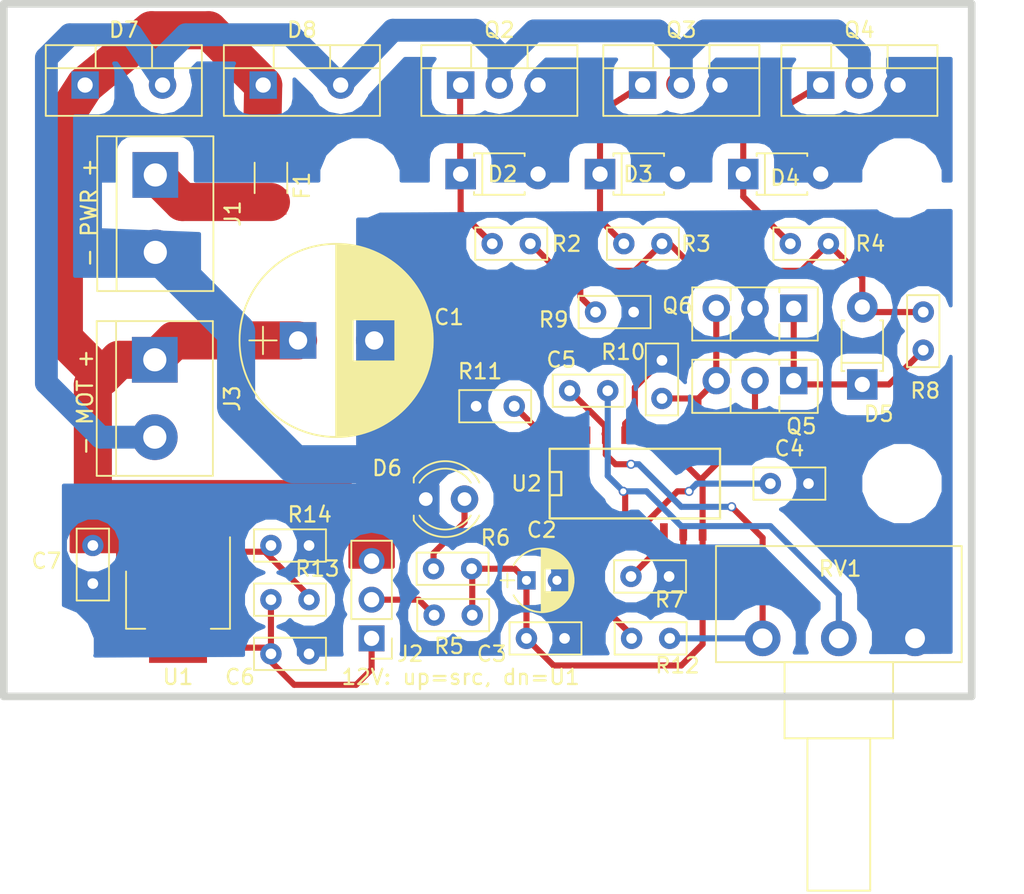
<source format=kicad_pcb>
(kicad_pcb (version 4) (host pcbnew 4.0.7-e2-6376~58~ubuntu16.04.1)

  (general
    (links 79)
    (no_connects 0)
    (area 124.254857 80.013999 199.595143 139.195001)
    (thickness 1.6)
    (drawings 4)
    (tracks 172)
    (zones 0)
    (modules 43)
    (nets 22)
  )

  (page A4)
  (layers
    (0 F.Cu signal)
    (31 B.Cu signal)
    (32 B.Adhes user)
    (33 F.Adhes user)
    (34 B.Paste user)
    (35 F.Paste user)
    (36 B.SilkS user)
    (37 F.SilkS user)
    (38 B.Mask user)
    (39 F.Mask user)
    (40 Dwgs.User user)
    (41 Cmts.User user)
    (42 Eco1.User user)
    (43 Eco2.User user)
    (44 Edge.Cuts user)
    (45 Margin user)
    (46 B.CrtYd user)
    (47 F.CrtYd user)
    (48 B.Fab user)
    (49 F.Fab user)
  )

  (setup
    (last_trace_width 0.4)
    (trace_clearance 0.2)
    (zone_clearance 1)
    (zone_45_only no)
    (trace_min 0.2)
    (segment_width 0.2)
    (edge_width 0.5)
    (via_size 0.6)
    (via_drill 0.4)
    (via_min_size 0.4)
    (via_min_drill 0.3)
    (uvia_size 0.3)
    (uvia_drill 0.1)
    (uvias_allowed no)
    (uvia_min_size 0.2)
    (uvia_min_drill 0.1)
    (pcb_text_width 0.3)
    (pcb_text_size 1.5 1.5)
    (mod_edge_width 0.15)
    (mod_text_size 1 1)
    (mod_text_width 0.15)
    (pad_size 1.98 3.96)
    (pad_drill 1.32)
    (pad_to_mask_clearance 0)
    (aux_axis_origin 176.784 110.236)
    (visible_elements FFFFFF7F)
    (pcbplotparams
      (layerselection 0x00030_80000001)
      (usegerberextensions false)
      (excludeedgelayer true)
      (linewidth 0.100000)
      (plotframeref false)
      (viasonmask false)
      (mode 1)
      (useauxorigin false)
      (hpglpennumber 1)
      (hpglpenspeed 20)
      (hpglpendiameter 15)
      (hpglpenoverlay 2)
      (psnegative false)
      (psa4output false)
      (plotreference true)
      (plotvalue true)
      (plotinvisibletext false)
      (padsonsilk false)
      (subtractmaskfromsilk false)
      (outputformat 1)
      (mirror false)
      (drillshape 1)
      (scaleselection 1)
      (outputdirectory ""))
  )

  (net 0 "")
  (net 1 "Net-(C1-Pad1)")
  (net 2 GND)
  (net 3 "Net-(C4-Pad1)")
  (net 4 "Net-(C5-Pad1)")
  (net 5 "Net-(C5-Pad2)")
  (net 6 "Net-(D2-Pad1)")
  (net 7 "Net-(D3-Pad1)")
  (net 8 "Net-(D4-Pad1)")
  (net 9 "Net-(D5-Pad1)")
  (net 10 "Net-(D5-Pad2)")
  (net 11 "Net-(D6-Pad2)")
  (net 12 "Net-(D7-Pad2)")
  (net 13 "Net-(F1-Pad1)")
  (net 14 +12V)
  (net 15 "Net-(Q5-Pad3)")
  (net 16 "Net-(R7-Pad1)")
  (net 17 "Net-(R11-Pad2)")
  (net 18 "Net-(R12-Pad2)")
  (net 19 "Net-(C6-Pad1)")
  (net 20 "Net-(J2-Pad2)")
  (net 21 "Net-(R13-Pad2)")

  (net_class Default "This is the default net class."
    (clearance 0.2)
    (trace_width 0.4)
    (via_dia 0.6)
    (via_drill 0.4)
    (uvia_dia 0.3)
    (uvia_drill 0.1)
    (add_net +12V)
    (add_net GND)
    (add_net "Net-(C4-Pad1)")
    (add_net "Net-(C5-Pad1)")
    (add_net "Net-(C5-Pad2)")
    (add_net "Net-(C6-Pad1)")
    (add_net "Net-(D2-Pad1)")
    (add_net "Net-(D3-Pad1)")
    (add_net "Net-(D4-Pad1)")
    (add_net "Net-(D5-Pad1)")
    (add_net "Net-(D5-Pad2)")
    (add_net "Net-(D6-Pad2)")
    (add_net "Net-(J2-Pad2)")
    (add_net "Net-(Q5-Pad3)")
    (add_net "Net-(R11-Pad2)")
    (add_net "Net-(R12-Pad2)")
    (add_net "Net-(R13-Pad2)")
    (add_net "Net-(R7-Pad1)")
  )

  (net_class High ""
    (clearance 0.5)
    (trace_width 2.5)
    (via_dia 0.8)
    (via_drill 0.5)
    (uvia_dia 0.3)
    (uvia_drill 0.1)
    (add_net "Net-(C1-Pad1)")
    (add_net "Net-(F1-Pad1)")
  )

  (net_class Mid ""
    (clearance 0.4)
    (trace_width 1.5)
    (via_dia 0.6)
    (via_drill 0.4)
    (uvia_dia 0.3)
    (uvia_drill 0.1)
    (add_net "Net-(D7-Pad2)")
  )

  (module Mounting_Holes:MountingHole_3.2mm_M3 (layer F.Cu) (tedit 5B9BBE21) (tstamp 5B9C1EB9)
    (at 189.738 91.694)
    (descr "Mounting Hole 3.2mm, no annular, M3")
    (tags "mounting hole 3.2mm no annular m3")
    (attr virtual)
    (fp_text reference REF** (at 0 -4.2) (layer F.SilkS) hide
      (effects (font (size 1 1) (thickness 0.15)))
    )
    (fp_text value MountingHole_3.2mm_M3 (at 0 4.2) (layer F.Fab) hide
      (effects (font (size 1 1) (thickness 0.15)))
    )
    (fp_text user %R (at 0.3 0) (layer F.Fab) hide
      (effects (font (size 1 1) (thickness 0.15)))
    )
    (fp_circle (center 0 0) (end 3.2 0) (layer Cmts.User) (width 0.15))
    (fp_circle (center 0 0) (end 3.45 0) (layer F.CrtYd) (width 0.05))
    (pad 1 np_thru_hole circle (at 0 0) (size 3.2 3.2) (drill 3.2) (layers *.Cu *.Mask))
  )

  (module Capacitors_ThroughHole:C_Rect_L4.6mm_W2.0mm_P2.50mm_MKS02_FKP02 (layer F.Cu) (tedit 5B9C1561) (tstamp 5B9AB792)
    (at 173.99 106.172 90)
    (descr "C, Rect series, Radial, pin pitch=2.50mm, , length*width=4.6*2mm^2, Capacitor, http://www.wima.de/DE/WIMA_MKS_02.pdf")
    (tags "C Rect series Radial pin pitch 2.50mm  length 4.6mm width 2mm Capacitor")
    (path /5B985F95)
    (fp_text reference R10 (at 3.048 -2.54 180) (layer F.SilkS)
      (effects (font (size 1 1) (thickness 0.15)))
    )
    (fp_text value 220R (at 1.25 2.31 90) (layer F.Fab) hide
      (effects (font (size 1 1) (thickness 0.15)))
    )
    (fp_line (start -1.05 -1) (end -1.05 1) (layer F.Fab) (width 0.1))
    (fp_line (start -1.05 1) (end 3.55 1) (layer F.Fab) (width 0.1))
    (fp_line (start 3.55 1) (end 3.55 -1) (layer F.Fab) (width 0.1))
    (fp_line (start 3.55 -1) (end -1.05 -1) (layer F.Fab) (width 0.1))
    (fp_line (start -1.11 -1.06) (end 3.61 -1.06) (layer F.SilkS) (width 0.12))
    (fp_line (start -1.11 1.06) (end 3.61 1.06) (layer F.SilkS) (width 0.12))
    (fp_line (start -1.11 -1.06) (end -1.11 1.06) (layer F.SilkS) (width 0.12))
    (fp_line (start 3.61 -1.06) (end 3.61 1.06) (layer F.SilkS) (width 0.12))
    (fp_line (start -1.4 -1.35) (end -1.4 1.35) (layer F.CrtYd) (width 0.05))
    (fp_line (start -1.4 1.35) (end 3.9 1.35) (layer F.CrtYd) (width 0.05))
    (fp_line (start 3.9 1.35) (end 3.9 -1.35) (layer F.CrtYd) (width 0.05))
    (fp_line (start 3.9 -1.35) (end -1.4 -1.35) (layer F.CrtYd) (width 0.05))
    (fp_text user %R (at 1.25 0 90) (layer F.Fab) hide
      (effects (font (size 1 1) (thickness 0.15)))
    )
    (pad 1 thru_hole circle (at 0 0 90) (size 1.4 1.4) (drill 0.7) (layers *.Cu *.Mask)
      (net 15 "Net-(Q5-Pad3)"))
    (pad 2 thru_hole circle (at 2.5 0 90) (size 1.4 1.4) (drill 0.7) (layers *.Cu *.Mask)
      (net 2 GND))
    (model ${KISYS3DMOD}/Capacitors_THT.3dshapes/C_Rect_L4.6mm_W2.0mm_P2.50mm_MKS02_FKP02.wrl
      (at (xyz 0 0 0))
      (scale (xyz 1 1 1))
      (rotate (xyz 0 0 0))
    )
  )

  (module Capacitors_ThroughHole:CP_Radial_D4.0mm_P2.00mm (layer F.Cu) (tedit 5B9C1399) (tstamp 5B9BB164)
    (at 165.1 118.11)
    (descr "CP, Radial series, Radial, pin pitch=2.00mm, , diameter=4mm, Electrolytic Capacitor")
    (tags "CP Radial series Radial pin pitch 2.00mm  diameter 4mm Electrolytic Capacitor")
    (path /5B989F93)
    (fp_text reference C2 (at 1 -3.31) (layer F.SilkS)
      (effects (font (size 1 1) (thickness 0.15)))
    )
    (fp_text value 10uF (at 1 3.31) (layer F.Fab) hide
      (effects (font (size 1 1) (thickness 0.15)))
    )
    (fp_arc (start 1 0) (end -0.845996 -0.98) (angle 124.1) (layer F.SilkS) (width 0.12))
    (fp_arc (start 1 0) (end -0.845996 0.98) (angle -124.1) (layer F.SilkS) (width 0.12))
    (fp_arc (start 1 0) (end 2.845996 -0.98) (angle 55.9) (layer F.SilkS) (width 0.12))
    (fp_circle (center 1 0) (end 3 0) (layer F.Fab) (width 0.1))
    (fp_line (start -1.7 0) (end -0.8 0) (layer F.Fab) (width 0.1))
    (fp_line (start -1.25 -0.45) (end -1.25 0.45) (layer F.Fab) (width 0.1))
    (fp_line (start 1 -2.05) (end 1 2.05) (layer F.SilkS) (width 0.12))
    (fp_line (start 1.04 -2.05) (end 1.04 2.05) (layer F.SilkS) (width 0.12))
    (fp_line (start 1.08 -2.049) (end 1.08 2.049) (layer F.SilkS) (width 0.12))
    (fp_line (start 1.12 -2.047) (end 1.12 2.047) (layer F.SilkS) (width 0.12))
    (fp_line (start 1.16 -2.044) (end 1.16 2.044) (layer F.SilkS) (width 0.12))
    (fp_line (start 1.2 -2.041) (end 1.2 2.041) (layer F.SilkS) (width 0.12))
    (fp_line (start 1.24 -2.037) (end 1.24 -0.78) (layer F.SilkS) (width 0.12))
    (fp_line (start 1.24 0.78) (end 1.24 2.037) (layer F.SilkS) (width 0.12))
    (fp_line (start 1.28 -2.032) (end 1.28 -0.78) (layer F.SilkS) (width 0.12))
    (fp_line (start 1.28 0.78) (end 1.28 2.032) (layer F.SilkS) (width 0.12))
    (fp_line (start 1.32 -2.026) (end 1.32 -0.78) (layer F.SilkS) (width 0.12))
    (fp_line (start 1.32 0.78) (end 1.32 2.026) (layer F.SilkS) (width 0.12))
    (fp_line (start 1.36 -2.019) (end 1.36 -0.78) (layer F.SilkS) (width 0.12))
    (fp_line (start 1.36 0.78) (end 1.36 2.019) (layer F.SilkS) (width 0.12))
    (fp_line (start 1.4 -2.012) (end 1.4 -0.78) (layer F.SilkS) (width 0.12))
    (fp_line (start 1.4 0.78) (end 1.4 2.012) (layer F.SilkS) (width 0.12))
    (fp_line (start 1.44 -2.004) (end 1.44 -0.78) (layer F.SilkS) (width 0.12))
    (fp_line (start 1.44 0.78) (end 1.44 2.004) (layer F.SilkS) (width 0.12))
    (fp_line (start 1.48 -1.995) (end 1.48 -0.78) (layer F.SilkS) (width 0.12))
    (fp_line (start 1.48 0.78) (end 1.48 1.995) (layer F.SilkS) (width 0.12))
    (fp_line (start 1.52 -1.985) (end 1.52 -0.78) (layer F.SilkS) (width 0.12))
    (fp_line (start 1.52 0.78) (end 1.52 1.985) (layer F.SilkS) (width 0.12))
    (fp_line (start 1.56 -1.974) (end 1.56 -0.78) (layer F.SilkS) (width 0.12))
    (fp_line (start 1.56 0.78) (end 1.56 1.974) (layer F.SilkS) (width 0.12))
    (fp_line (start 1.6 -1.963) (end 1.6 -0.78) (layer F.SilkS) (width 0.12))
    (fp_line (start 1.6 0.78) (end 1.6 1.963) (layer F.SilkS) (width 0.12))
    (fp_line (start 1.64 -1.95) (end 1.64 -0.78) (layer F.SilkS) (width 0.12))
    (fp_line (start 1.64 0.78) (end 1.64 1.95) (layer F.SilkS) (width 0.12))
    (fp_line (start 1.68 -1.937) (end 1.68 -0.78) (layer F.SilkS) (width 0.12))
    (fp_line (start 1.68 0.78) (end 1.68 1.937) (layer F.SilkS) (width 0.12))
    (fp_line (start 1.721 -1.923) (end 1.721 -0.78) (layer F.SilkS) (width 0.12))
    (fp_line (start 1.721 0.78) (end 1.721 1.923) (layer F.SilkS) (width 0.12))
    (fp_line (start 1.761 -1.907) (end 1.761 -0.78) (layer F.SilkS) (width 0.12))
    (fp_line (start 1.761 0.78) (end 1.761 1.907) (layer F.SilkS) (width 0.12))
    (fp_line (start 1.801 -1.891) (end 1.801 -0.78) (layer F.SilkS) (width 0.12))
    (fp_line (start 1.801 0.78) (end 1.801 1.891) (layer F.SilkS) (width 0.12))
    (fp_line (start 1.841 -1.874) (end 1.841 -0.78) (layer F.SilkS) (width 0.12))
    (fp_line (start 1.841 0.78) (end 1.841 1.874) (layer F.SilkS) (width 0.12))
    (fp_line (start 1.881 -1.856) (end 1.881 -0.78) (layer F.SilkS) (width 0.12))
    (fp_line (start 1.881 0.78) (end 1.881 1.856) (layer F.SilkS) (width 0.12))
    (fp_line (start 1.921 -1.837) (end 1.921 -0.78) (layer F.SilkS) (width 0.12))
    (fp_line (start 1.921 0.78) (end 1.921 1.837) (layer F.SilkS) (width 0.12))
    (fp_line (start 1.961 -1.817) (end 1.961 -0.78) (layer F.SilkS) (width 0.12))
    (fp_line (start 1.961 0.78) (end 1.961 1.817) (layer F.SilkS) (width 0.12))
    (fp_line (start 2.001 -1.796) (end 2.001 -0.78) (layer F.SilkS) (width 0.12))
    (fp_line (start 2.001 0.78) (end 2.001 1.796) (layer F.SilkS) (width 0.12))
    (fp_line (start 2.041 -1.773) (end 2.041 -0.78) (layer F.SilkS) (width 0.12))
    (fp_line (start 2.041 0.78) (end 2.041 1.773) (layer F.SilkS) (width 0.12))
    (fp_line (start 2.081 -1.75) (end 2.081 -0.78) (layer F.SilkS) (width 0.12))
    (fp_line (start 2.081 0.78) (end 2.081 1.75) (layer F.SilkS) (width 0.12))
    (fp_line (start 2.121 -1.725) (end 2.121 -0.78) (layer F.SilkS) (width 0.12))
    (fp_line (start 2.121 0.78) (end 2.121 1.725) (layer F.SilkS) (width 0.12))
    (fp_line (start 2.161 -1.699) (end 2.161 -0.78) (layer F.SilkS) (width 0.12))
    (fp_line (start 2.161 0.78) (end 2.161 1.699) (layer F.SilkS) (width 0.12))
    (fp_line (start 2.201 -1.672) (end 2.201 -0.78) (layer F.SilkS) (width 0.12))
    (fp_line (start 2.201 0.78) (end 2.201 1.672) (layer F.SilkS) (width 0.12))
    (fp_line (start 2.241 -1.643) (end 2.241 -0.78) (layer F.SilkS) (width 0.12))
    (fp_line (start 2.241 0.78) (end 2.241 1.643) (layer F.SilkS) (width 0.12))
    (fp_line (start 2.281 -1.613) (end 2.281 -0.78) (layer F.SilkS) (width 0.12))
    (fp_line (start 2.281 0.78) (end 2.281 1.613) (layer F.SilkS) (width 0.12))
    (fp_line (start 2.321 -1.581) (end 2.321 -0.78) (layer F.SilkS) (width 0.12))
    (fp_line (start 2.321 0.78) (end 2.321 1.581) (layer F.SilkS) (width 0.12))
    (fp_line (start 2.361 -1.547) (end 2.361 -0.78) (layer F.SilkS) (width 0.12))
    (fp_line (start 2.361 0.78) (end 2.361 1.547) (layer F.SilkS) (width 0.12))
    (fp_line (start 2.401 -1.512) (end 2.401 -0.78) (layer F.SilkS) (width 0.12))
    (fp_line (start 2.401 0.78) (end 2.401 1.512) (layer F.SilkS) (width 0.12))
    (fp_line (start 2.441 -1.475) (end 2.441 -0.78) (layer F.SilkS) (width 0.12))
    (fp_line (start 2.441 0.78) (end 2.441 1.475) (layer F.SilkS) (width 0.12))
    (fp_line (start 2.481 -1.436) (end 2.481 -0.78) (layer F.SilkS) (width 0.12))
    (fp_line (start 2.481 0.78) (end 2.481 1.436) (layer F.SilkS) (width 0.12))
    (fp_line (start 2.521 -1.395) (end 2.521 -0.78) (layer F.SilkS) (width 0.12))
    (fp_line (start 2.521 0.78) (end 2.521 1.395) (layer F.SilkS) (width 0.12))
    (fp_line (start 2.561 -1.351) (end 2.561 -0.78) (layer F.SilkS) (width 0.12))
    (fp_line (start 2.561 0.78) (end 2.561 1.351) (layer F.SilkS) (width 0.12))
    (fp_line (start 2.601 -1.305) (end 2.601 -0.78) (layer F.SilkS) (width 0.12))
    (fp_line (start 2.601 0.78) (end 2.601 1.305) (layer F.SilkS) (width 0.12))
    (fp_line (start 2.641 -1.256) (end 2.641 -0.78) (layer F.SilkS) (width 0.12))
    (fp_line (start 2.641 0.78) (end 2.641 1.256) (layer F.SilkS) (width 0.12))
    (fp_line (start 2.681 -1.204) (end 2.681 -0.78) (layer F.SilkS) (width 0.12))
    (fp_line (start 2.681 0.78) (end 2.681 1.204) (layer F.SilkS) (width 0.12))
    (fp_line (start 2.721 -1.148) (end 2.721 -0.78) (layer F.SilkS) (width 0.12))
    (fp_line (start 2.721 0.78) (end 2.721 1.148) (layer F.SilkS) (width 0.12))
    (fp_line (start 2.761 -1.088) (end 2.761 -0.78) (layer F.SilkS) (width 0.12))
    (fp_line (start 2.761 0.78) (end 2.761 1.088) (layer F.SilkS) (width 0.12))
    (fp_line (start 2.801 -1.023) (end 2.801 1.023) (layer F.SilkS) (width 0.12))
    (fp_line (start 2.841 -0.952) (end 2.841 0.952) (layer F.SilkS) (width 0.12))
    (fp_line (start 2.881 -0.874) (end 2.881 0.874) (layer F.SilkS) (width 0.12))
    (fp_line (start 2.921 -0.786) (end 2.921 0.786) (layer F.SilkS) (width 0.12))
    (fp_line (start 2.961 -0.686) (end 2.961 0.686) (layer F.SilkS) (width 0.12))
    (fp_line (start 3.001 -0.567) (end 3.001 0.567) (layer F.SilkS) (width 0.12))
    (fp_line (start 3.041 -0.415) (end 3.041 0.415) (layer F.SilkS) (width 0.12))
    (fp_line (start 3.081 -0.165) (end 3.081 0.165) (layer F.SilkS) (width 0.12))
    (fp_line (start -1.7 0) (end -0.8 0) (layer F.SilkS) (width 0.12))
    (fp_line (start -1.25 -0.45) (end -1.25 0.45) (layer F.SilkS) (width 0.12))
    (fp_line (start -1.35 -2.35) (end -1.35 2.35) (layer F.CrtYd) (width 0.05))
    (fp_line (start -1.35 2.35) (end 3.35 2.35) (layer F.CrtYd) (width 0.05))
    (fp_line (start 3.35 2.35) (end 3.35 -2.35) (layer F.CrtYd) (width 0.05))
    (fp_line (start 3.35 -2.35) (end -1.35 -2.35) (layer F.CrtYd) (width 0.05))
    (fp_text user %R (at 1 0) (layer F.Fab) hide
      (effects (font (size 1 1) (thickness 0.15)))
    )
    (pad 1 thru_hole rect (at 0 0) (size 1.2 1.2) (drill 0.6) (layers *.Cu *.Mask)
      (net 14 +12V))
    (pad 2 thru_hole circle (at 2 0) (size 1.2 1.2) (drill 0.6) (layers *.Cu *.Mask)
      (net 2 GND))
    (model ${KISYS3DMOD}/Capacitors_THT.3dshapes/CP_Radial_D4.0mm_P2.00mm.wrl
      (at (xyz 0 0 0))
      (scale (xyz 1 1 1))
      (rotate (xyz 0 0 0))
    )
  )

  (module Mounting_Holes:MountingHole_3.2mm_M3 (layer F.Cu) (tedit 5B9BBE21) (tstamp 5B9BBF2C)
    (at 154.178 91.694)
    (descr "Mounting Hole 3.2mm, no annular, M3")
    (tags "mounting hole 3.2mm no annular m3")
    (attr virtual)
    (fp_text reference REF** (at 0 -4.2) (layer F.SilkS) hide
      (effects (font (size 1 1) (thickness 0.15)))
    )
    (fp_text value MountingHole_3.2mm_M3 (at 0 4.2) (layer F.Fab) hide
      (effects (font (size 1 1) (thickness 0.15)))
    )
    (fp_text user %R (at 0.3 0) (layer F.Fab) hide
      (effects (font (size 1 1) (thickness 0.15)))
    )
    (fp_circle (center 0 0) (end 3.2 0) (layer Cmts.User) (width 0.15))
    (fp_circle (center 0 0) (end 3.45 0) (layer F.CrtYd) (width 0.05))
    (pad 1 np_thru_hole circle (at 0 0) (size 3.2 3.2) (drill 3.2) (layers *.Cu *.Mask))
  )

  (module Mounting_Holes:MountingHole_3.2mm_M3 (layer F.Cu) (tedit 5B9BBE21) (tstamp 5B9BBE39)
    (at 189.738 111.76)
    (descr "Mounting Hole 3.2mm, no annular, M3")
    (tags "mounting hole 3.2mm no annular m3")
    (attr virtual)
    (fp_text reference REF** (at 0 -4.2) (layer F.SilkS) hide
      (effects (font (size 1 1) (thickness 0.15)))
    )
    (fp_text value MountingHole_3.2mm_M3 (at 0 4.2) (layer F.Fab) hide
      (effects (font (size 1 1) (thickness 0.15)))
    )
    (fp_text user %R (at 0.3 0) (layer F.Fab) hide
      (effects (font (size 1 1) (thickness 0.15)))
    )
    (fp_circle (center 0 0) (end 3.2 0) (layer Cmts.User) (width 0.15))
    (fp_circle (center 0 0) (end 3.45 0) (layer F.CrtYd) (width 0.05))
    (pad 1 np_thru_hole circle (at 0 0) (size 3.2 3.2) (drill 3.2) (layers *.Cu *.Mask))
  )

  (module Capacitors_ThroughHole:C_Rect_L4.6mm_W2.0mm_P2.50mm_MKS02_FKP02 (layer F.Cu) (tedit 5B9C1884) (tstamp 5B9AB5E0)
    (at 165.1 121.92)
    (descr "C, Rect series, Radial, pin pitch=2.50mm, , length*width=4.6*2mm^2, Capacitor, http://www.wima.de/DE/WIMA_MKS_02.pdf")
    (tags "C Rect series Radial pin pitch 2.50mm  length 4.6mm width 2mm Capacitor")
    (path /5B989E83)
    (fp_text reference C3 (at -2.286 1.016) (layer F.SilkS)
      (effects (font (size 1 1) (thickness 0.15)))
    )
    (fp_text value 100nF (at 1.25 2.31) (layer F.Fab) hide
      (effects (font (size 1 1) (thickness 0.15)))
    )
    (fp_line (start -1.05 -1) (end -1.05 1) (layer F.Fab) (width 0.1))
    (fp_line (start -1.05 1) (end 3.55 1) (layer F.Fab) (width 0.1))
    (fp_line (start 3.55 1) (end 3.55 -1) (layer F.Fab) (width 0.1))
    (fp_line (start 3.55 -1) (end -1.05 -1) (layer F.Fab) (width 0.1))
    (fp_line (start -1.11 -1.06) (end 3.61 -1.06) (layer F.SilkS) (width 0.12))
    (fp_line (start -1.11 1.06) (end 3.61 1.06) (layer F.SilkS) (width 0.12))
    (fp_line (start -1.11 -1.06) (end -1.11 1.06) (layer F.SilkS) (width 0.12))
    (fp_line (start 3.61 -1.06) (end 3.61 1.06) (layer F.SilkS) (width 0.12))
    (fp_line (start -1.4 -1.35) (end -1.4 1.35) (layer F.CrtYd) (width 0.05))
    (fp_line (start -1.4 1.35) (end 3.9 1.35) (layer F.CrtYd) (width 0.05))
    (fp_line (start 3.9 1.35) (end 3.9 -1.35) (layer F.CrtYd) (width 0.05))
    (fp_line (start 3.9 -1.35) (end -1.4 -1.35) (layer F.CrtYd) (width 0.05))
    (fp_text user %R (at 1.25 0) (layer F.Fab) hide
      (effects (font (size 1 1) (thickness 0.15)))
    )
    (pad 1 thru_hole circle (at 0 0) (size 1.4 1.4) (drill 0.7) (layers *.Cu *.Mask)
      (net 14 +12V))
    (pad 2 thru_hole circle (at 2.5 0) (size 1.4 1.4) (drill 0.7) (layers *.Cu *.Mask)
      (net 2 GND))
    (model ${KISYS3DMOD}/Capacitors_THT.3dshapes/C_Rect_L4.6mm_W2.0mm_P2.50mm_MKS02_FKP02.wrl
      (at (xyz 0 0 0))
      (scale (xyz 1 1 1))
      (rotate (xyz 0 0 0))
    )
  )

  (module Capacitors_ThroughHole:C_Rect_L4.6mm_W2.0mm_P2.50mm_MKS02_FKP02 (layer F.Cu) (tedit 5B9AC04D) (tstamp 5B9AB5E6)
    (at 181.102 111.76)
    (descr "C, Rect series, Radial, pin pitch=2.50mm, , length*width=4.6*2mm^2, Capacitor, http://www.wima.de/DE/WIMA_MKS_02.pdf")
    (tags "C Rect series Radial pin pitch 2.50mm  length 4.6mm width 2mm Capacitor")
    (path /5B984CAF)
    (fp_text reference C4 (at 1.25 -2.31) (layer F.SilkS)
      (effects (font (size 1 1) (thickness 0.15)))
    )
    (fp_text value 100nF (at 1.25 2.31) (layer F.Fab) hide
      (effects (font (size 1 1) (thickness 0.15)))
    )
    (fp_line (start -1.05 -1) (end -1.05 1) (layer F.Fab) (width 0.1))
    (fp_line (start -1.05 1) (end 3.55 1) (layer F.Fab) (width 0.1))
    (fp_line (start 3.55 1) (end 3.55 -1) (layer F.Fab) (width 0.1))
    (fp_line (start 3.55 -1) (end -1.05 -1) (layer F.Fab) (width 0.1))
    (fp_line (start -1.11 -1.06) (end 3.61 -1.06) (layer F.SilkS) (width 0.12))
    (fp_line (start -1.11 1.06) (end 3.61 1.06) (layer F.SilkS) (width 0.12))
    (fp_line (start -1.11 -1.06) (end -1.11 1.06) (layer F.SilkS) (width 0.12))
    (fp_line (start 3.61 -1.06) (end 3.61 1.06) (layer F.SilkS) (width 0.12))
    (fp_line (start -1.4 -1.35) (end -1.4 1.35) (layer F.CrtYd) (width 0.05))
    (fp_line (start -1.4 1.35) (end 3.9 1.35) (layer F.CrtYd) (width 0.05))
    (fp_line (start 3.9 1.35) (end 3.9 -1.35) (layer F.CrtYd) (width 0.05))
    (fp_line (start 3.9 -1.35) (end -1.4 -1.35) (layer F.CrtYd) (width 0.05))
    (fp_text user %R (at 1.25 0) (layer F.Fab) hide
      (effects (font (size 1 1) (thickness 0.15)))
    )
    (pad 1 thru_hole circle (at 0 0) (size 1.4 1.4) (drill 0.7) (layers *.Cu *.Mask)
      (net 3 "Net-(C4-Pad1)"))
    (pad 2 thru_hole circle (at 2.5 0) (size 1.4 1.4) (drill 0.7) (layers *.Cu *.Mask)
      (net 2 GND))
    (model ${KISYS3DMOD}/Capacitors_THT.3dshapes/C_Rect_L4.6mm_W2.0mm_P2.50mm_MKS02_FKP02.wrl
      (at (xyz 0 0 0))
      (scale (xyz 1 1 1))
      (rotate (xyz 0 0 0))
    )
  )

  (module Capacitors_ThroughHole:C_Rect_L4.6mm_W2.0mm_P2.50mm_MKS02_FKP02 (layer F.Cu) (tedit 5B9BBF6F) (tstamp 5B9AB5EC)
    (at 170.434 105.664 180)
    (descr "C, Rect series, Radial, pin pitch=2.50mm, , length*width=4.6*2mm^2, Capacitor, http://www.wima.de/DE/WIMA_MKS_02.pdf")
    (tags "C Rect series Radial pin pitch 2.50mm  length 4.6mm width 2mm Capacitor")
    (path /5B98916C)
    (fp_text reference C5 (at 3.048 2.032 180) (layer F.SilkS)
      (effects (font (size 1 1) (thickness 0.15)))
    )
    (fp_text value 100nF (at 1.25 2.31 180) (layer F.Fab) hide
      (effects (font (size 1 1) (thickness 0.15)))
    )
    (fp_line (start -1.05 -1) (end -1.05 1) (layer F.Fab) (width 0.1))
    (fp_line (start -1.05 1) (end 3.55 1) (layer F.Fab) (width 0.1))
    (fp_line (start 3.55 1) (end 3.55 -1) (layer F.Fab) (width 0.1))
    (fp_line (start 3.55 -1) (end -1.05 -1) (layer F.Fab) (width 0.1))
    (fp_line (start -1.11 -1.06) (end 3.61 -1.06) (layer F.SilkS) (width 0.12))
    (fp_line (start -1.11 1.06) (end 3.61 1.06) (layer F.SilkS) (width 0.12))
    (fp_line (start -1.11 -1.06) (end -1.11 1.06) (layer F.SilkS) (width 0.12))
    (fp_line (start 3.61 -1.06) (end 3.61 1.06) (layer F.SilkS) (width 0.12))
    (fp_line (start -1.4 -1.35) (end -1.4 1.35) (layer F.CrtYd) (width 0.05))
    (fp_line (start -1.4 1.35) (end 3.9 1.35) (layer F.CrtYd) (width 0.05))
    (fp_line (start 3.9 1.35) (end 3.9 -1.35) (layer F.CrtYd) (width 0.05))
    (fp_line (start 3.9 -1.35) (end -1.4 -1.35) (layer F.CrtYd) (width 0.05))
    (fp_text user %R (at 1.25 0 180) (layer F.Fab) hide
      (effects (font (size 1 1) (thickness 0.15)))
    )
    (pad 1 thru_hole circle (at 0 0 180) (size 1.4 1.4) (drill 0.7) (layers *.Cu *.Mask)
      (net 4 "Net-(C5-Pad1)"))
    (pad 2 thru_hole circle (at 2.5 0 180) (size 1.4 1.4) (drill 0.7) (layers *.Cu *.Mask)
      (net 5 "Net-(C5-Pad2)"))
    (model ${KISYS3DMOD}/Capacitors_THT.3dshapes/C_Rect_L4.6mm_W2.0mm_P2.50mm_MKS02_FKP02.wrl
      (at (xyz 0 0 0))
      (scale (xyz 1 1 1))
      (rotate (xyz 0 0 0))
    )
  )

  (module Diodes_ThroughHole:D_T-1_P5.08mm_Horizontal (layer F.Cu) (tedit 5B9ABAFA) (tstamp 5B9AB61E)
    (at 160.782 91.44)
    (descr "D, T-1 series, Axial, Horizontal, pin pitch=5.08mm, , length*diameter=3.2*2.6mm^2, , http://www.diodes.com/_files/packages/T-1.pdf")
    (tags "D T-1 series Axial Horizontal pin pitch 5.08mm  length 3.2mm diameter 2.6mm")
    (path /5B98BC04)
    (fp_text reference D2 (at 2.75 0) (layer F.SilkS)
      (effects (font (size 1 1) (thickness 0.15)))
    )
    (fp_text value 15V (at 2.54 2.36) (layer F.Fab) hide
      (effects (font (size 1 1) (thickness 0.15)))
    )
    (fp_text user %R (at 2.54 0) (layer F.Fab) hide
      (effects (font (size 1 1) (thickness 0.15)))
    )
    (fp_line (start 0.94 -1.3) (end 0.94 1.3) (layer F.Fab) (width 0.1))
    (fp_line (start 0.94 1.3) (end 4.14 1.3) (layer F.Fab) (width 0.1))
    (fp_line (start 4.14 1.3) (end 4.14 -1.3) (layer F.Fab) (width 0.1))
    (fp_line (start 4.14 -1.3) (end 0.94 -1.3) (layer F.Fab) (width 0.1))
    (fp_line (start 0 0) (end 0.94 0) (layer F.Fab) (width 0.1))
    (fp_line (start 5.08 0) (end 4.14 0) (layer F.Fab) (width 0.1))
    (fp_line (start 1.42 -1.3) (end 1.42 1.3) (layer F.Fab) (width 0.1))
    (fp_line (start 0.88 -1.18) (end 0.88 -1.36) (layer F.SilkS) (width 0.12))
    (fp_line (start 0.88 -1.36) (end 4.2 -1.36) (layer F.SilkS) (width 0.12))
    (fp_line (start 4.2 -1.36) (end 4.2 -1.18) (layer F.SilkS) (width 0.12))
    (fp_line (start 0.88 1.18) (end 0.88 1.36) (layer F.SilkS) (width 0.12))
    (fp_line (start 0.88 1.36) (end 4.2 1.36) (layer F.SilkS) (width 0.12))
    (fp_line (start 4.2 1.36) (end 4.2 1.18) (layer F.SilkS) (width 0.12))
    (fp_line (start 1.42 -1.36) (end 1.42 1.36) (layer F.SilkS) (width 0.12))
    (fp_line (start -1.25 -1.65) (end -1.25 1.65) (layer F.CrtYd) (width 0.05))
    (fp_line (start -1.25 1.65) (end 6.35 1.65) (layer F.CrtYd) (width 0.05))
    (fp_line (start 6.35 1.65) (end 6.35 -1.65) (layer F.CrtYd) (width 0.05))
    (fp_line (start 6.35 -1.65) (end -1.25 -1.65) (layer F.CrtYd) (width 0.05))
    (pad 1 thru_hole rect (at 0 0) (size 2 2) (drill 1) (layers *.Cu *.Mask)
      (net 6 "Net-(D2-Pad1)"))
    (pad 2 thru_hole oval (at 5.08 0) (size 2 2) (drill 1) (layers *.Cu *.Mask)
      (net 2 GND))
    (model ${KISYS3DMOD}/Diodes_THT.3dshapes/D_T-1_P5.08mm_Horizontal.wrl
      (at (xyz 0 0 0))
      (scale (xyz 0.393701 0.393701 0.393701))
      (rotate (xyz 0 0 0))
    )
  )

  (module Diodes_ThroughHole:D_T-1_P5.08mm_Horizontal (layer F.Cu) (tedit 5B9ABB03) (tstamp 5B9AB637)
    (at 169.926 91.44)
    (descr "D, T-1 series, Axial, Horizontal, pin pitch=5.08mm, , length*diameter=3.2*2.6mm^2, , http://www.diodes.com/_files/packages/T-1.pdf")
    (tags "D T-1 series Axial Horizontal pin pitch 5.08mm  length 3.2mm diameter 2.6mm")
    (path /5B98B730)
    (fp_text reference D3 (at 2.5 0) (layer F.SilkS)
      (effects (font (size 1 1) (thickness 0.15)))
    )
    (fp_text value 15V (at 2.54 2.36) (layer F.Fab) hide
      (effects (font (size 1 1) (thickness 0.15)))
    )
    (fp_text user %R (at 2.54 0) (layer F.Fab) hide
      (effects (font (size 1 1) (thickness 0.15)))
    )
    (fp_line (start 0.94 -1.3) (end 0.94 1.3) (layer F.Fab) (width 0.1))
    (fp_line (start 0.94 1.3) (end 4.14 1.3) (layer F.Fab) (width 0.1))
    (fp_line (start 4.14 1.3) (end 4.14 -1.3) (layer F.Fab) (width 0.1))
    (fp_line (start 4.14 -1.3) (end 0.94 -1.3) (layer F.Fab) (width 0.1))
    (fp_line (start 0 0) (end 0.94 0) (layer F.Fab) (width 0.1))
    (fp_line (start 5.08 0) (end 4.14 0) (layer F.Fab) (width 0.1))
    (fp_line (start 1.42 -1.3) (end 1.42 1.3) (layer F.Fab) (width 0.1))
    (fp_line (start 0.88 -1.18) (end 0.88 -1.36) (layer F.SilkS) (width 0.12))
    (fp_line (start 0.88 -1.36) (end 4.2 -1.36) (layer F.SilkS) (width 0.12))
    (fp_line (start 4.2 -1.36) (end 4.2 -1.18) (layer F.SilkS) (width 0.12))
    (fp_line (start 0.88 1.18) (end 0.88 1.36) (layer F.SilkS) (width 0.12))
    (fp_line (start 0.88 1.36) (end 4.2 1.36) (layer F.SilkS) (width 0.12))
    (fp_line (start 4.2 1.36) (end 4.2 1.18) (layer F.SilkS) (width 0.12))
    (fp_line (start 1.42 -1.36) (end 1.42 1.36) (layer F.SilkS) (width 0.12))
    (fp_line (start -1.25 -1.65) (end -1.25 1.65) (layer F.CrtYd) (width 0.05))
    (fp_line (start -1.25 1.65) (end 6.35 1.65) (layer F.CrtYd) (width 0.05))
    (fp_line (start 6.35 1.65) (end 6.35 -1.65) (layer F.CrtYd) (width 0.05))
    (fp_line (start 6.35 -1.65) (end -1.25 -1.65) (layer F.CrtYd) (width 0.05))
    (pad 1 thru_hole rect (at 0 0) (size 2 2) (drill 1) (layers *.Cu *.Mask)
      (net 7 "Net-(D3-Pad1)"))
    (pad 2 thru_hole oval (at 5.08 0) (size 2 2) (drill 1) (layers *.Cu *.Mask)
      (net 2 GND))
    (model ${KISYS3DMOD}/Diodes_THT.3dshapes/D_T-1_P5.08mm_Horizontal.wrl
      (at (xyz 0 0 0))
      (scale (xyz 0.393701 0.393701 0.393701))
      (rotate (xyz 0 0 0))
    )
  )

  (module Diodes_ThroughHole:D_T-1_P5.08mm_Horizontal (layer F.Cu) (tedit 5B9ABE7E) (tstamp 5B9AB650)
    (at 179.324 91.44)
    (descr "D, T-1 series, Axial, Horizontal, pin pitch=5.08mm, , length*diameter=3.2*2.6mm^2, , http://www.diodes.com/_files/packages/T-1.pdf")
    (tags "D T-1 series Axial Horizontal pin pitch 5.08mm  length 3.2mm diameter 2.6mm")
    (path /5B98AFB4)
    (fp_text reference D4 (at 2.75 0.25) (layer F.SilkS)
      (effects (font (size 1 1) (thickness 0.15)))
    )
    (fp_text value 15V (at 2.54 2.36) (layer F.Fab) hide
      (effects (font (size 1 1) (thickness 0.15)))
    )
    (fp_text user %R (at 2.54 0) (layer F.Fab) hide
      (effects (font (size 1 1) (thickness 0.15)))
    )
    (fp_line (start 0.94 -1.3) (end 0.94 1.3) (layer F.Fab) (width 0.1))
    (fp_line (start 0.94 1.3) (end 4.14 1.3) (layer F.Fab) (width 0.1))
    (fp_line (start 4.14 1.3) (end 4.14 -1.3) (layer F.Fab) (width 0.1))
    (fp_line (start 4.14 -1.3) (end 0.94 -1.3) (layer F.Fab) (width 0.1))
    (fp_line (start 0 0) (end 0.94 0) (layer F.Fab) (width 0.1))
    (fp_line (start 5.08 0) (end 4.14 0) (layer F.Fab) (width 0.1))
    (fp_line (start 1.42 -1.3) (end 1.42 1.3) (layer F.Fab) (width 0.1))
    (fp_line (start 0.88 -1.18) (end 0.88 -1.36) (layer F.SilkS) (width 0.12))
    (fp_line (start 0.88 -1.36) (end 4.2 -1.36) (layer F.SilkS) (width 0.12))
    (fp_line (start 4.2 -1.36) (end 4.2 -1.18) (layer F.SilkS) (width 0.12))
    (fp_line (start 0.88 1.18) (end 0.88 1.36) (layer F.SilkS) (width 0.12))
    (fp_line (start 0.88 1.36) (end 4.2 1.36) (layer F.SilkS) (width 0.12))
    (fp_line (start 4.2 1.36) (end 4.2 1.18) (layer F.SilkS) (width 0.12))
    (fp_line (start 1.42 -1.36) (end 1.42 1.36) (layer F.SilkS) (width 0.12))
    (fp_line (start -1.25 -1.65) (end -1.25 1.65) (layer F.CrtYd) (width 0.05))
    (fp_line (start -1.25 1.65) (end 6.35 1.65) (layer F.CrtYd) (width 0.05))
    (fp_line (start 6.35 1.65) (end 6.35 -1.65) (layer F.CrtYd) (width 0.05))
    (fp_line (start 6.35 -1.65) (end -1.25 -1.65) (layer F.CrtYd) (width 0.05))
    (pad 1 thru_hole rect (at 0 0) (size 2 2) (drill 1) (layers *.Cu *.Mask)
      (net 8 "Net-(D4-Pad1)"))
    (pad 2 thru_hole oval (at 5.08 0) (size 2 2) (drill 1) (layers *.Cu *.Mask)
      (net 2 GND))
    (model ${KISYS3DMOD}/Diodes_THT.3dshapes/D_T-1_P5.08mm_Horizontal.wrl
      (at (xyz 0 0 0))
      (scale (xyz 0.393701 0.393701 0.393701))
      (rotate (xyz 0 0 0))
    )
  )

  (module Diodes_ThroughHole:D_T-1_P5.08mm_Horizontal (layer F.Cu) (tedit 5B9BBF93) (tstamp 5B9AB669)
    (at 187.134 105.25 90)
    (descr "D, T-1 series, Axial, Horizontal, pin pitch=5.08mm, , length*diameter=3.2*2.6mm^2, , http://www.diodes.com/_files/packages/T-1.pdf")
    (tags "D T-1 series Axial Horizontal pin pitch 5.08mm  length 3.2mm diameter 2.6mm")
    (path /5B98A851)
    (fp_text reference D5 (at -1.938 1.08 180) (layer F.SilkS)
      (effects (font (size 1 1) (thickness 0.15)))
    )
    (fp_text value MUR120 (at 2.54 2.36 90) (layer F.Fab) hide
      (effects (font (size 1 1) (thickness 0.15)))
    )
    (fp_text user %R (at 2.54 0 90) (layer F.Fab) hide
      (effects (font (size 1 1) (thickness 0.15)))
    )
    (fp_line (start 0.94 -1.3) (end 0.94 1.3) (layer F.Fab) (width 0.1))
    (fp_line (start 0.94 1.3) (end 4.14 1.3) (layer F.Fab) (width 0.1))
    (fp_line (start 4.14 1.3) (end 4.14 -1.3) (layer F.Fab) (width 0.1))
    (fp_line (start 4.14 -1.3) (end 0.94 -1.3) (layer F.Fab) (width 0.1))
    (fp_line (start 0 0) (end 0.94 0) (layer F.Fab) (width 0.1))
    (fp_line (start 5.08 0) (end 4.14 0) (layer F.Fab) (width 0.1))
    (fp_line (start 1.42 -1.3) (end 1.42 1.3) (layer F.Fab) (width 0.1))
    (fp_line (start 0.88 -1.18) (end 0.88 -1.36) (layer F.SilkS) (width 0.12))
    (fp_line (start 0.88 -1.36) (end 4.2 -1.36) (layer F.SilkS) (width 0.12))
    (fp_line (start 4.2 -1.36) (end 4.2 -1.18) (layer F.SilkS) (width 0.12))
    (fp_line (start 0.88 1.18) (end 0.88 1.36) (layer F.SilkS) (width 0.12))
    (fp_line (start 0.88 1.36) (end 4.2 1.36) (layer F.SilkS) (width 0.12))
    (fp_line (start 4.2 1.36) (end 4.2 1.18) (layer F.SilkS) (width 0.12))
    (fp_line (start 1.42 -1.36) (end 1.42 1.36) (layer F.SilkS) (width 0.12))
    (fp_line (start -1.25 -1.65) (end -1.25 1.65) (layer F.CrtYd) (width 0.05))
    (fp_line (start -1.25 1.65) (end 6.35 1.65) (layer F.CrtYd) (width 0.05))
    (fp_line (start 6.35 1.65) (end 6.35 -1.65) (layer F.CrtYd) (width 0.05))
    (fp_line (start 6.35 -1.65) (end -1.25 -1.65) (layer F.CrtYd) (width 0.05))
    (pad 1 thru_hole rect (at 0 0 90) (size 2 2) (drill 1) (layers *.Cu *.Mask)
      (net 9 "Net-(D5-Pad1)"))
    (pad 2 thru_hole oval (at 5.08 0 90) (size 2 2) (drill 1) (layers *.Cu *.Mask)
      (net 10 "Net-(D5-Pad2)"))
    (model ${KISYS3DMOD}/Diodes_THT.3dshapes/D_T-1_P5.08mm_Horizontal.wrl
      (at (xyz 0 0 0))
      (scale (xyz 0.393701 0.393701 0.393701))
      (rotate (xyz 0 0 0))
    )
  )

  (module LEDs:LED_D4.0mm (layer F.Cu) (tedit 5B9C1869) (tstamp 5B9AB66F)
    (at 158.496 112.776)
    (descr "LED, diameter 4.0mm, 2 pins, http://www.kingbright.com/attachments/file/psearch/000/00/00/L-43GD(Ver.12B).pdf")
    (tags "LED diameter 4.0mm 2 pins")
    (path /5B9AD2D7)
    (fp_text reference D6 (at -2.54 -2.032) (layer F.SilkS)
      (effects (font (size 1 1) (thickness 0.15)))
    )
    (fp_text value LED (at 1.27 3.46) (layer F.SilkS) hide
      (effects (font (size 1 1) (thickness 0.15)))
    )
    (fp_arc (start 1.27 0) (end -0.73 -1.32665) (angle 292.9) (layer F.Fab) (width 0.1))
    (fp_arc (start 1.27 0) (end -0.79 -1.398749) (angle 120.1) (layer F.SilkS) (width 0.12))
    (fp_arc (start 1.27 0) (end -0.79 1.398749) (angle -120.1) (layer F.SilkS) (width 0.12))
    (fp_arc (start 1.27 0) (end -0.41333 -1.08) (angle 114.6) (layer F.SilkS) (width 0.12))
    (fp_arc (start 1.27 0) (end -0.41333 1.08) (angle -114.6) (layer F.SilkS) (width 0.12))
    (fp_circle (center 1.27 0) (end 3.27 0) (layer F.Fab) (width 0.1))
    (fp_line (start -0.73 -1.32665) (end -0.73 1.32665) (layer F.Fab) (width 0.1))
    (fp_line (start -0.79 -1.399) (end -0.79 -1.08) (layer F.SilkS) (width 0.12))
    (fp_line (start -0.79 1.08) (end -0.79 1.399) (layer F.SilkS) (width 0.12))
    (fp_line (start -1.45 -2.75) (end -1.45 2.75) (layer F.CrtYd) (width 0.05))
    (fp_line (start -1.45 2.75) (end 4 2.75) (layer F.CrtYd) (width 0.05))
    (fp_line (start 4 2.75) (end 4 -2.75) (layer F.CrtYd) (width 0.05))
    (fp_line (start 4 -2.75) (end -1.45 -2.75) (layer F.CrtYd) (width 0.05))
    (pad 1 thru_hole rect (at 0 0) (size 1.8 1.8) (drill 0.9) (layers *.Cu *.Mask)
      (net 2 GND))
    (pad 2 thru_hole circle (at 2.54 0) (size 1.8 1.8) (drill 0.9) (layers *.Cu *.Mask)
      (net 11 "Net-(D6-Pad2)"))
    (model ${KISYS3DMOD}/LEDs.3dshapes/LED_D4.0mm.wrl
      (at (xyz 0 0 0))
      (scale (xyz 0.393701 0.393701 0.393701))
      (rotate (xyz 0 0 0))
    )
  )

  (module TO_SOT_Packages_THT:TO-220-2_Vertical (layer F.Cu) (tedit 5B9ABA6A) (tstamp 5B9AB688)
    (at 136.144 85.598)
    (descr "TO-220-2, Vertical, RM 5.08mm")
    (tags "TO-220-2 Vertical RM 5.08mm")
    (path /5B98D1F4)
    (fp_text reference D7 (at 2.54 -3.62) (layer F.SilkS)
      (effects (font (size 1 1) (thickness 0.15)))
    )
    (fp_text value MUR1560 (at 2.54 3.92) (layer F.Fab) hide
      (effects (font (size 1 1) (thickness 0.15)))
    )
    (fp_text user %R (at 2.54 -3.62) (layer F.Fab) hide
      (effects (font (size 1 1) (thickness 0.15)))
    )
    (fp_line (start -2.46 -2.5) (end -2.46 1.9) (layer F.Fab) (width 0.1))
    (fp_line (start -2.46 1.9) (end 7.54 1.9) (layer F.Fab) (width 0.1))
    (fp_line (start 7.54 1.9) (end 7.54 -2.5) (layer F.Fab) (width 0.1))
    (fp_line (start 7.54 -2.5) (end -2.46 -2.5) (layer F.Fab) (width 0.1))
    (fp_line (start -2.46 -1.23) (end 7.54 -1.23) (layer F.Fab) (width 0.1))
    (fp_line (start 0.69 -2.5) (end 0.69 -1.23) (layer F.Fab) (width 0.1))
    (fp_line (start 4.39 -2.5) (end 4.39 -1.23) (layer F.Fab) (width 0.1))
    (fp_line (start -2.58 -2.62) (end 7.66 -2.62) (layer F.SilkS) (width 0.12))
    (fp_line (start -2.58 2.021) (end 7.66 2.021) (layer F.SilkS) (width 0.12))
    (fp_line (start -2.58 -2.62) (end -2.58 2.021) (layer F.SilkS) (width 0.12))
    (fp_line (start 7.66 -2.62) (end 7.66 2.021) (layer F.SilkS) (width 0.12))
    (fp_line (start -2.58 -1.11) (end 7.66 -1.11) (layer F.SilkS) (width 0.12))
    (fp_line (start 0.69 -2.62) (end 0.69 -1.11) (layer F.SilkS) (width 0.12))
    (fp_line (start 4.391 -2.62) (end 4.391 -1.11) (layer F.SilkS) (width 0.12))
    (fp_line (start -2.71 -2.75) (end -2.71 2.16) (layer F.CrtYd) (width 0.05))
    (fp_line (start -2.71 2.16) (end 7.79 2.16) (layer F.CrtYd) (width 0.05))
    (fp_line (start 7.79 2.16) (end 7.79 -2.75) (layer F.CrtYd) (width 0.05))
    (fp_line (start 7.79 -2.75) (end -2.71 -2.75) (layer F.CrtYd) (width 0.05))
    (pad 1 thru_hole rect (at 0 0) (size 1.8 1.8) (drill 1) (layers *.Cu *.Mask)
      (net 1 "Net-(C1-Pad1)"))
    (pad 2 thru_hole oval (at 5.08 0) (size 1.8 1.8) (drill 1) (layers *.Cu *.Mask)
      (net 12 "Net-(D7-Pad2)"))
    (model ${KISYS3DMOD}/TO_SOT_Packages_THT.3dshapes/TO-220-2_Vertical.wrl
      (at (xyz 0.1 0 0))
      (scale (xyz 0.393701 0.393701 0.393701))
      (rotate (xyz 0 0 0))
    )
  )

  (module TO_SOT_Packages_THT:TO-220-2_Vertical (layer F.Cu) (tedit 5B9ABA65) (tstamp 5B9AB6A1)
    (at 147.828 85.598)
    (descr "TO-220-2, Vertical, RM 5.08mm")
    (tags "TO-220-2 Vertical RM 5.08mm")
    (path /5B98CFAE)
    (fp_text reference D8 (at 2.54 -3.62) (layer F.SilkS)
      (effects (font (size 1 1) (thickness 0.15)))
    )
    (fp_text value MUR1560 (at 2.54 3.92) (layer F.Fab) hide
      (effects (font (size 1 1) (thickness 0.15)))
    )
    (fp_text user %R (at 2.54 -3.62) (layer F.Fab) hide
      (effects (font (size 1 1) (thickness 0.15)))
    )
    (fp_line (start -2.46 -2.5) (end -2.46 1.9) (layer F.Fab) (width 0.1))
    (fp_line (start -2.46 1.9) (end 7.54 1.9) (layer F.Fab) (width 0.1))
    (fp_line (start 7.54 1.9) (end 7.54 -2.5) (layer F.Fab) (width 0.1))
    (fp_line (start 7.54 -2.5) (end -2.46 -2.5) (layer F.Fab) (width 0.1))
    (fp_line (start -2.46 -1.23) (end 7.54 -1.23) (layer F.Fab) (width 0.1))
    (fp_line (start 0.69 -2.5) (end 0.69 -1.23) (layer F.Fab) (width 0.1))
    (fp_line (start 4.39 -2.5) (end 4.39 -1.23) (layer F.Fab) (width 0.1))
    (fp_line (start -2.58 -2.62) (end 7.66 -2.62) (layer F.SilkS) (width 0.12))
    (fp_line (start -2.58 2.021) (end 7.66 2.021) (layer F.SilkS) (width 0.12))
    (fp_line (start -2.58 -2.62) (end -2.58 2.021) (layer F.SilkS) (width 0.12))
    (fp_line (start 7.66 -2.62) (end 7.66 2.021) (layer F.SilkS) (width 0.12))
    (fp_line (start -2.58 -1.11) (end 7.66 -1.11) (layer F.SilkS) (width 0.12))
    (fp_line (start 0.69 -2.62) (end 0.69 -1.11) (layer F.SilkS) (width 0.12))
    (fp_line (start 4.391 -2.62) (end 4.391 -1.11) (layer F.SilkS) (width 0.12))
    (fp_line (start -2.71 -2.75) (end -2.71 2.16) (layer F.CrtYd) (width 0.05))
    (fp_line (start -2.71 2.16) (end 7.79 2.16) (layer F.CrtYd) (width 0.05))
    (fp_line (start 7.79 2.16) (end 7.79 -2.75) (layer F.CrtYd) (width 0.05))
    (fp_line (start 7.79 -2.75) (end -2.71 -2.75) (layer F.CrtYd) (width 0.05))
    (pad 1 thru_hole rect (at 0 0) (size 1.8 1.8) (drill 1) (layers *.Cu *.Mask)
      (net 1 "Net-(C1-Pad1)"))
    (pad 2 thru_hole oval (at 5.08 0) (size 1.8 1.8) (drill 1) (layers *.Cu *.Mask)
      (net 12 "Net-(D7-Pad2)"))
    (model ${KISYS3DMOD}/TO_SOT_Packages_THT.3dshapes/TO-220-2_Vertical.wrl
      (at (xyz 0.1 0 0))
      (scale (xyz 0.393701 0.393701 0.393701))
      (rotate (xyz 0 0 0))
    )
  )

  (module TO_SOT_Packages_THT:TO-220-3_Vertical (layer F.Cu) (tedit 5B9ABA56) (tstamp 5B9AB6EE)
    (at 160.782 85.598)
    (descr "TO-220-3, Vertical, RM 2.54mm")
    (tags "TO-220-3 Vertical RM 2.54mm")
    (path /5B98B585)
    (fp_text reference Q2 (at 2.54 -3.62) (layer F.SilkS)
      (effects (font (size 1 1) (thickness 0.15)))
    )
    (fp_text value RFP70N06 (at 2.54 3.92) (layer F.Fab) hide
      (effects (font (size 1 1) (thickness 0.15)))
    )
    (fp_text user %R (at 2.54 -3.62) (layer F.Fab) hide
      (effects (font (size 1 1) (thickness 0.15)))
    )
    (fp_line (start -2.46 -2.5) (end -2.46 1.9) (layer F.Fab) (width 0.1))
    (fp_line (start -2.46 1.9) (end 7.54 1.9) (layer F.Fab) (width 0.1))
    (fp_line (start 7.54 1.9) (end 7.54 -2.5) (layer F.Fab) (width 0.1))
    (fp_line (start 7.54 -2.5) (end -2.46 -2.5) (layer F.Fab) (width 0.1))
    (fp_line (start -2.46 -1.23) (end 7.54 -1.23) (layer F.Fab) (width 0.1))
    (fp_line (start 0.69 -2.5) (end 0.69 -1.23) (layer F.Fab) (width 0.1))
    (fp_line (start 4.39 -2.5) (end 4.39 -1.23) (layer F.Fab) (width 0.1))
    (fp_line (start -2.58 -2.62) (end 7.66 -2.62) (layer F.SilkS) (width 0.12))
    (fp_line (start -2.58 2.021) (end 7.66 2.021) (layer F.SilkS) (width 0.12))
    (fp_line (start -2.58 -2.62) (end -2.58 2.021) (layer F.SilkS) (width 0.12))
    (fp_line (start 7.66 -2.62) (end 7.66 2.021) (layer F.SilkS) (width 0.12))
    (fp_line (start -2.58 -1.11) (end 7.66 -1.11) (layer F.SilkS) (width 0.12))
    (fp_line (start 0.69 -2.62) (end 0.69 -1.11) (layer F.SilkS) (width 0.12))
    (fp_line (start 4.391 -2.62) (end 4.391 -1.11) (layer F.SilkS) (width 0.12))
    (fp_line (start -2.71 -2.75) (end -2.71 2.16) (layer F.CrtYd) (width 0.05))
    (fp_line (start -2.71 2.16) (end 7.79 2.16) (layer F.CrtYd) (width 0.05))
    (fp_line (start 7.79 2.16) (end 7.79 -2.75) (layer F.CrtYd) (width 0.05))
    (fp_line (start 7.79 -2.75) (end -2.71 -2.75) (layer F.CrtYd) (width 0.05))
    (pad 1 thru_hole rect (at 0 0) (size 1.8 1.8) (drill 1) (layers *.Cu *.Mask)
      (net 6 "Net-(D2-Pad1)"))
    (pad 2 thru_hole oval (at 2.54 0) (size 1.8 1.8) (drill 1) (layers *.Cu *.Mask)
      (net 12 "Net-(D7-Pad2)"))
    (pad 3 thru_hole oval (at 5.08 0) (size 1.8 1.8) (drill 1) (layers *.Cu *.Mask)
      (net 2 GND))
    (model ${KISYS3DMOD}/TO_SOT_Packages_THT.3dshapes/TO-220-3_Vertical.wrl
      (at (xyz 0.1 0 0))
      (scale (xyz 0.393701 0.393701 0.393701))
      (rotate (xyz 0 0 0))
    )
  )

  (module TO_SOT_Packages_THT:TO-220-3_Vertical (layer F.Cu) (tedit 5B9ABA5B) (tstamp 5B9AB708)
    (at 172.72 85.598)
    (descr "TO-220-3, Vertical, RM 2.54mm")
    (tags "TO-220-3 Vertical RM 2.54mm")
    (path /5B98B50B)
    (fp_text reference Q3 (at 2.54 -3.62) (layer F.SilkS)
      (effects (font (size 1 1) (thickness 0.15)))
    )
    (fp_text value RFP70N06 (at 2.54 3.92) (layer F.Fab) hide
      (effects (font (size 1 1) (thickness 0.15)))
    )
    (fp_text user %R (at 2.54 -3.62) (layer F.Fab) hide
      (effects (font (size 1 1) (thickness 0.15)))
    )
    (fp_line (start -2.46 -2.5) (end -2.46 1.9) (layer F.Fab) (width 0.1))
    (fp_line (start -2.46 1.9) (end 7.54 1.9) (layer F.Fab) (width 0.1))
    (fp_line (start 7.54 1.9) (end 7.54 -2.5) (layer F.Fab) (width 0.1))
    (fp_line (start 7.54 -2.5) (end -2.46 -2.5) (layer F.Fab) (width 0.1))
    (fp_line (start -2.46 -1.23) (end 7.54 -1.23) (layer F.Fab) (width 0.1))
    (fp_line (start 0.69 -2.5) (end 0.69 -1.23) (layer F.Fab) (width 0.1))
    (fp_line (start 4.39 -2.5) (end 4.39 -1.23) (layer F.Fab) (width 0.1))
    (fp_line (start -2.58 -2.62) (end 7.66 -2.62) (layer F.SilkS) (width 0.12))
    (fp_line (start -2.58 2.021) (end 7.66 2.021) (layer F.SilkS) (width 0.12))
    (fp_line (start -2.58 -2.62) (end -2.58 2.021) (layer F.SilkS) (width 0.12))
    (fp_line (start 7.66 -2.62) (end 7.66 2.021) (layer F.SilkS) (width 0.12))
    (fp_line (start -2.58 -1.11) (end 7.66 -1.11) (layer F.SilkS) (width 0.12))
    (fp_line (start 0.69 -2.62) (end 0.69 -1.11) (layer F.SilkS) (width 0.12))
    (fp_line (start 4.391 -2.62) (end 4.391 -1.11) (layer F.SilkS) (width 0.12))
    (fp_line (start -2.71 -2.75) (end -2.71 2.16) (layer F.CrtYd) (width 0.05))
    (fp_line (start -2.71 2.16) (end 7.79 2.16) (layer F.CrtYd) (width 0.05))
    (fp_line (start 7.79 2.16) (end 7.79 -2.75) (layer F.CrtYd) (width 0.05))
    (fp_line (start 7.79 -2.75) (end -2.71 -2.75) (layer F.CrtYd) (width 0.05))
    (pad 1 thru_hole rect (at 0 0) (size 1.8 1.8) (drill 1) (layers *.Cu *.Mask)
      (net 7 "Net-(D3-Pad1)"))
    (pad 2 thru_hole oval (at 2.54 0) (size 1.8 1.8) (drill 1) (layers *.Cu *.Mask)
      (net 12 "Net-(D7-Pad2)"))
    (pad 3 thru_hole oval (at 5.08 0) (size 1.8 1.8) (drill 1) (layers *.Cu *.Mask)
      (net 2 GND))
    (model ${KISYS3DMOD}/TO_SOT_Packages_THT.3dshapes/TO-220-3_Vertical.wrl
      (at (xyz 0.1 0 0))
      (scale (xyz 0.393701 0.393701 0.393701))
      (rotate (xyz 0 0 0))
    )
  )

  (module TO_SOT_Packages_THT:TO-220-3_Vertical (layer F.Cu) (tedit 5B9ABA60) (tstamp 5B9AB722)
    (at 184.404 85.598)
    (descr "TO-220-3, Vertical, RM 2.54mm")
    (tags "TO-220-3 Vertical RM 2.54mm")
    (path /5B98A5C0)
    (fp_text reference Q4 (at 2.54 -3.62) (layer F.SilkS)
      (effects (font (size 1 1) (thickness 0.15)))
    )
    (fp_text value RFP70N06 (at 2.54 3.92) (layer F.Fab) hide
      (effects (font (size 1 1) (thickness 0.15)))
    )
    (fp_text user %R (at 2.54 -3.62) (layer F.Fab) hide
      (effects (font (size 1 1) (thickness 0.15)))
    )
    (fp_line (start -2.46 -2.5) (end -2.46 1.9) (layer F.Fab) (width 0.1))
    (fp_line (start -2.46 1.9) (end 7.54 1.9) (layer F.Fab) (width 0.1))
    (fp_line (start 7.54 1.9) (end 7.54 -2.5) (layer F.Fab) (width 0.1))
    (fp_line (start 7.54 -2.5) (end -2.46 -2.5) (layer F.Fab) (width 0.1))
    (fp_line (start -2.46 -1.23) (end 7.54 -1.23) (layer F.Fab) (width 0.1))
    (fp_line (start 0.69 -2.5) (end 0.69 -1.23) (layer F.Fab) (width 0.1))
    (fp_line (start 4.39 -2.5) (end 4.39 -1.23) (layer F.Fab) (width 0.1))
    (fp_line (start -2.58 -2.62) (end 7.66 -2.62) (layer F.SilkS) (width 0.12))
    (fp_line (start -2.58 2.021) (end 7.66 2.021) (layer F.SilkS) (width 0.12))
    (fp_line (start -2.58 -2.62) (end -2.58 2.021) (layer F.SilkS) (width 0.12))
    (fp_line (start 7.66 -2.62) (end 7.66 2.021) (layer F.SilkS) (width 0.12))
    (fp_line (start -2.58 -1.11) (end 7.66 -1.11) (layer F.SilkS) (width 0.12))
    (fp_line (start 0.69 -2.62) (end 0.69 -1.11) (layer F.SilkS) (width 0.12))
    (fp_line (start 4.391 -2.62) (end 4.391 -1.11) (layer F.SilkS) (width 0.12))
    (fp_line (start -2.71 -2.75) (end -2.71 2.16) (layer F.CrtYd) (width 0.05))
    (fp_line (start -2.71 2.16) (end 7.79 2.16) (layer F.CrtYd) (width 0.05))
    (fp_line (start 7.79 2.16) (end 7.79 -2.75) (layer F.CrtYd) (width 0.05))
    (fp_line (start 7.79 -2.75) (end -2.71 -2.75) (layer F.CrtYd) (width 0.05))
    (pad 1 thru_hole rect (at 0 0) (size 1.8 1.8) (drill 1) (layers *.Cu *.Mask)
      (net 8 "Net-(D4-Pad1)"))
    (pad 2 thru_hole oval (at 2.54 0) (size 1.8 1.8) (drill 1) (layers *.Cu *.Mask)
      (net 12 "Net-(D7-Pad2)"))
    (pad 3 thru_hole oval (at 5.08 0) (size 1.8 1.8) (drill 1) (layers *.Cu *.Mask)
      (net 2 GND))
    (model ${KISYS3DMOD}/TO_SOT_Packages_THT.3dshapes/TO-220-3_Vertical.wrl
      (at (xyz 0.1 0 0))
      (scale (xyz 0.393701 0.393701 0.393701))
      (rotate (xyz 0 0 0))
    )
  )

  (module TO_SOT_Packages_THT:TO-126_Vertical (layer F.Cu) (tedit 5B9AD1E5) (tstamp 5B9AB73C)
    (at 182.634 105 180)
    (descr "TO-126, Vertical, RM 2.54mm")
    (tags "TO-126 Vertical RM 2.54mm")
    (path /5B9862BD)
    (fp_text reference Q5 (at -0.5 -3 180) (layer F.SilkS)
      (effects (font (size 1 1) (thickness 0.15)))
    )
    (fp_text value BD139 (at 2.54 3.27 180) (layer F.Fab) hide
      (effects (font (size 1 1) (thickness 0.15)))
    )
    (fp_text user %R (at 2.54 -3.12 180) (layer F.Fab) hide
      (effects (font (size 1 1) (thickness 0.15)))
    )
    (fp_line (start -1.46 -2) (end -1.46 1.25) (layer F.Fab) (width 0.1))
    (fp_line (start -1.46 1.25) (end 6.54 1.25) (layer F.Fab) (width 0.1))
    (fp_line (start 6.54 1.25) (end 6.54 -2) (layer F.Fab) (width 0.1))
    (fp_line (start 6.54 -2) (end -1.46 -2) (layer F.Fab) (width 0.1))
    (fp_line (start 0.94 -2) (end 0.94 1.25) (layer F.Fab) (width 0.1))
    (fp_line (start 4.14 -2) (end 4.14 1.25) (layer F.Fab) (width 0.1))
    (fp_line (start -1.58 -2.12) (end 6.66 -2.12) (layer F.SilkS) (width 0.12))
    (fp_line (start -1.58 1.37) (end 6.66 1.37) (layer F.SilkS) (width 0.12))
    (fp_line (start -1.58 -2.12) (end -1.58 1.37) (layer F.SilkS) (width 0.12))
    (fp_line (start 6.66 -2.12) (end 6.66 1.37) (layer F.SilkS) (width 0.12))
    (fp_line (start 0.94 -2.12) (end 0.94 -1.05) (layer F.SilkS) (width 0.12))
    (fp_line (start 0.94 1.05) (end 0.94 1.37) (layer F.SilkS) (width 0.12))
    (fp_line (start 4.141 -2.12) (end 4.141 -0.54) (layer F.SilkS) (width 0.12))
    (fp_line (start 4.141 0.54) (end 4.141 1.37) (layer F.SilkS) (width 0.12))
    (fp_line (start -1.71 -2.25) (end -1.71 1.5) (layer F.CrtYd) (width 0.05))
    (fp_line (start -1.71 1.5) (end 6.79 1.5) (layer F.CrtYd) (width 0.05))
    (fp_line (start 6.79 1.5) (end 6.79 -2.25) (layer F.CrtYd) (width 0.05))
    (fp_line (start 6.79 -2.25) (end -1.71 -2.25) (layer F.CrtYd) (width 0.05))
    (pad 1 thru_hole rect (at 0 0 180) (size 1.8 1.8) (drill 1) (layers *.Cu *.Mask)
      (net 9 "Net-(D5-Pad1)"))
    (pad 2 thru_hole oval (at 2.54 0 180) (size 1.8 1.8) (drill 1) (layers *.Cu *.Mask)
      (net 14 +12V))
    (pad 3 thru_hole oval (at 5.08 0 180) (size 1.8 1.8) (drill 1) (layers *.Cu *.Mask)
      (net 15 "Net-(Q5-Pad3)"))
    (model ${KISYS3DMOD}/TO_SOT_Packages_THT.3dshapes/TO-126_Vertical.wrl
      (at (xyz 0.1 0 0))
      (scale (xyz 1 1 1))
      (rotate (xyz 0 0 0))
    )
  )

  (module TO_SOT_Packages_THT:TO-126_Vertical (layer F.Cu) (tedit 5B9BBF8F) (tstamp 5B9AB756)
    (at 182.634 100.25 180)
    (descr "TO-126, Vertical, RM 2.54mm")
    (tags "TO-126 Vertical RM 2.54mm")
    (path /5B986334)
    (fp_text reference Q6 (at 7.628 0.174 180) (layer F.SilkS)
      (effects (font (size 1 1) (thickness 0.15)))
    )
    (fp_text value BD140 (at 2.54 3.27 180) (layer F.Fab) hide
      (effects (font (size 1 1) (thickness 0.15)))
    )
    (fp_text user %R (at 2.54 -3.12 180) (layer F.Fab) hide
      (effects (font (size 1 1) (thickness 0.15)))
    )
    (fp_line (start -1.46 -2) (end -1.46 1.25) (layer F.Fab) (width 0.1))
    (fp_line (start -1.46 1.25) (end 6.54 1.25) (layer F.Fab) (width 0.1))
    (fp_line (start 6.54 1.25) (end 6.54 -2) (layer F.Fab) (width 0.1))
    (fp_line (start 6.54 -2) (end -1.46 -2) (layer F.Fab) (width 0.1))
    (fp_line (start 0.94 -2) (end 0.94 1.25) (layer F.Fab) (width 0.1))
    (fp_line (start 4.14 -2) (end 4.14 1.25) (layer F.Fab) (width 0.1))
    (fp_line (start -1.58 -2.12) (end 6.66 -2.12) (layer F.SilkS) (width 0.12))
    (fp_line (start -1.58 1.37) (end 6.66 1.37) (layer F.SilkS) (width 0.12))
    (fp_line (start -1.58 -2.12) (end -1.58 1.37) (layer F.SilkS) (width 0.12))
    (fp_line (start 6.66 -2.12) (end 6.66 1.37) (layer F.SilkS) (width 0.12))
    (fp_line (start 0.94 -2.12) (end 0.94 -1.05) (layer F.SilkS) (width 0.12))
    (fp_line (start 0.94 1.05) (end 0.94 1.37) (layer F.SilkS) (width 0.12))
    (fp_line (start 4.141 -2.12) (end 4.141 -0.54) (layer F.SilkS) (width 0.12))
    (fp_line (start 4.141 0.54) (end 4.141 1.37) (layer F.SilkS) (width 0.12))
    (fp_line (start -1.71 -2.25) (end -1.71 1.5) (layer F.CrtYd) (width 0.05))
    (fp_line (start -1.71 1.5) (end 6.79 1.5) (layer F.CrtYd) (width 0.05))
    (fp_line (start 6.79 1.5) (end 6.79 -2.25) (layer F.CrtYd) (width 0.05))
    (fp_line (start 6.79 -2.25) (end -1.71 -2.25) (layer F.CrtYd) (width 0.05))
    (pad 1 thru_hole rect (at 0 0 180) (size 1.8 1.8) (drill 1) (layers *.Cu *.Mask)
      (net 9 "Net-(D5-Pad1)"))
    (pad 2 thru_hole oval (at 2.54 0 180) (size 1.8 1.8) (drill 1) (layers *.Cu *.Mask)
      (net 2 GND))
    (pad 3 thru_hole oval (at 5.08 0 180) (size 1.8 1.8) (drill 1) (layers *.Cu *.Mask)
      (net 15 "Net-(Q5-Pad3)"))
    (model ${KISYS3DMOD}/TO_SOT_Packages_THT.3dshapes/TO-126_Vertical.wrl
      (at (xyz 0.1 0 0))
      (scale (xyz 1 1 1))
      (rotate (xyz 0 0 0))
    )
  )

  (module Capacitors_ThroughHole:C_Rect_L4.6mm_W2.0mm_P2.50mm_MKS02_FKP02 (layer F.Cu) (tedit 5B9BBF9E) (tstamp 5B9AB762)
    (at 165.354 96.012 180)
    (descr "C, Rect series, Radial, pin pitch=2.50mm, , length*width=4.6*2mm^2, Capacitor, http://www.wima.de/DE/WIMA_MKS_02.pdf")
    (tags "C Rect series Radial pin pitch 2.50mm  length 4.6mm width 2mm Capacitor")
    (path /5B98BB88)
    (fp_text reference R2 (at -2.372 -0.012 180) (layer F.SilkS)
      (effects (font (size 1 1) (thickness 0.15)))
    )
    (fp_text value 10R (at 1.25 2.31 180) (layer F.Fab) hide
      (effects (font (size 1 1) (thickness 0.15)))
    )
    (fp_line (start -1.05 -1) (end -1.05 1) (layer F.Fab) (width 0.1))
    (fp_line (start -1.05 1) (end 3.55 1) (layer F.Fab) (width 0.1))
    (fp_line (start 3.55 1) (end 3.55 -1) (layer F.Fab) (width 0.1))
    (fp_line (start 3.55 -1) (end -1.05 -1) (layer F.Fab) (width 0.1))
    (fp_line (start -1.11 -1.06) (end 3.61 -1.06) (layer F.SilkS) (width 0.12))
    (fp_line (start -1.11 1.06) (end 3.61 1.06) (layer F.SilkS) (width 0.12))
    (fp_line (start -1.11 -1.06) (end -1.11 1.06) (layer F.SilkS) (width 0.12))
    (fp_line (start 3.61 -1.06) (end 3.61 1.06) (layer F.SilkS) (width 0.12))
    (fp_line (start -1.4 -1.35) (end -1.4 1.35) (layer F.CrtYd) (width 0.05))
    (fp_line (start -1.4 1.35) (end 3.9 1.35) (layer F.CrtYd) (width 0.05))
    (fp_line (start 3.9 1.35) (end 3.9 -1.35) (layer F.CrtYd) (width 0.05))
    (fp_line (start 3.9 -1.35) (end -1.4 -1.35) (layer F.CrtYd) (width 0.05))
    (fp_text user %R (at 1.25 0 180) (layer F.Fab) hide
      (effects (font (size 1 1) (thickness 0.15)))
    )
    (pad 1 thru_hole circle (at 0 0 180) (size 1.4 1.4) (drill 0.7) (layers *.Cu *.Mask)
      (net 10 "Net-(D5-Pad2)"))
    (pad 2 thru_hole circle (at 2.5 0 180) (size 1.4 1.4) (drill 0.7) (layers *.Cu *.Mask)
      (net 6 "Net-(D2-Pad1)"))
    (model ${KISYS3DMOD}/Capacitors_THT.3dshapes/C_Rect_L4.6mm_W2.0mm_P2.50mm_MKS02_FKP02.wrl
      (at (xyz 0 0 0))
      (scale (xyz 1 1 1))
      (rotate (xyz 0 0 0))
    )
  )

  (module Capacitors_ThroughHole:C_Rect_L4.6mm_W2.0mm_P2.50mm_MKS02_FKP02 (layer F.Cu) (tedit 5B9BBF9B) (tstamp 5B9AB768)
    (at 173.99 96.012 180)
    (descr "C, Rect series, Radial, pin pitch=2.50mm, , length*width=4.6*2mm^2, Capacitor, http://www.wima.de/DE/WIMA_MKS_02.pdf")
    (tags "C Rect series Radial pin pitch 2.50mm  length 4.6mm width 2mm Capacitor")
    (path /5B98B62A)
    (fp_text reference R3 (at -2.234 -0.012 180) (layer F.SilkS)
      (effects (font (size 1 1) (thickness 0.15)))
    )
    (fp_text value 10R (at 1.25 2.31 180) (layer F.Fab) hide
      (effects (font (size 1 1) (thickness 0.15)))
    )
    (fp_line (start -1.05 -1) (end -1.05 1) (layer F.Fab) (width 0.1))
    (fp_line (start -1.05 1) (end 3.55 1) (layer F.Fab) (width 0.1))
    (fp_line (start 3.55 1) (end 3.55 -1) (layer F.Fab) (width 0.1))
    (fp_line (start 3.55 -1) (end -1.05 -1) (layer F.Fab) (width 0.1))
    (fp_line (start -1.11 -1.06) (end 3.61 -1.06) (layer F.SilkS) (width 0.12))
    (fp_line (start -1.11 1.06) (end 3.61 1.06) (layer F.SilkS) (width 0.12))
    (fp_line (start -1.11 -1.06) (end -1.11 1.06) (layer F.SilkS) (width 0.12))
    (fp_line (start 3.61 -1.06) (end 3.61 1.06) (layer F.SilkS) (width 0.12))
    (fp_line (start -1.4 -1.35) (end -1.4 1.35) (layer F.CrtYd) (width 0.05))
    (fp_line (start -1.4 1.35) (end 3.9 1.35) (layer F.CrtYd) (width 0.05))
    (fp_line (start 3.9 1.35) (end 3.9 -1.35) (layer F.CrtYd) (width 0.05))
    (fp_line (start 3.9 -1.35) (end -1.4 -1.35) (layer F.CrtYd) (width 0.05))
    (fp_text user %R (at 1.25 0 180) (layer F.Fab) hide
      (effects (font (size 1 1) (thickness 0.15)))
    )
    (pad 1 thru_hole circle (at 0 0 180) (size 1.4 1.4) (drill 0.7) (layers *.Cu *.Mask)
      (net 10 "Net-(D5-Pad2)"))
    (pad 2 thru_hole circle (at 2.5 0 180) (size 1.4 1.4) (drill 0.7) (layers *.Cu *.Mask)
      (net 7 "Net-(D3-Pad1)"))
    (model ${KISYS3DMOD}/Capacitors_THT.3dshapes/C_Rect_L4.6mm_W2.0mm_P2.50mm_MKS02_FKP02.wrl
      (at (xyz 0 0 0))
      (scale (xyz 1 1 1))
      (rotate (xyz 0 0 0))
    )
  )

  (module Capacitors_ThroughHole:C_Rect_L4.6mm_W2.0mm_P2.50mm_MKS02_FKP02 (layer F.Cu) (tedit 5B9ABE82) (tstamp 5B9AB76E)
    (at 184.912 96.012 180)
    (descr "C, Rect series, Radial, pin pitch=2.50mm, , length*width=4.6*2mm^2, Capacitor, http://www.wima.de/DE/WIMA_MKS_02.pdf")
    (tags "C Rect series Radial pin pitch 2.50mm  length 4.6mm width 2mm Capacitor")
    (path /5B98AD74)
    (fp_text reference R4 (at -2.75 0 180) (layer F.SilkS)
      (effects (font (size 1 1) (thickness 0.15)))
    )
    (fp_text value 10R (at 1.25 2.31 180) (layer F.Fab) hide
      (effects (font (size 1 1) (thickness 0.15)))
    )
    (fp_line (start -1.05 -1) (end -1.05 1) (layer F.Fab) (width 0.1))
    (fp_line (start -1.05 1) (end 3.55 1) (layer F.Fab) (width 0.1))
    (fp_line (start 3.55 1) (end 3.55 -1) (layer F.Fab) (width 0.1))
    (fp_line (start 3.55 -1) (end -1.05 -1) (layer F.Fab) (width 0.1))
    (fp_line (start -1.11 -1.06) (end 3.61 -1.06) (layer F.SilkS) (width 0.12))
    (fp_line (start -1.11 1.06) (end 3.61 1.06) (layer F.SilkS) (width 0.12))
    (fp_line (start -1.11 -1.06) (end -1.11 1.06) (layer F.SilkS) (width 0.12))
    (fp_line (start 3.61 -1.06) (end 3.61 1.06) (layer F.SilkS) (width 0.12))
    (fp_line (start -1.4 -1.35) (end -1.4 1.35) (layer F.CrtYd) (width 0.05))
    (fp_line (start -1.4 1.35) (end 3.9 1.35) (layer F.CrtYd) (width 0.05))
    (fp_line (start 3.9 1.35) (end 3.9 -1.35) (layer F.CrtYd) (width 0.05))
    (fp_line (start 3.9 -1.35) (end -1.4 -1.35) (layer F.CrtYd) (width 0.05))
    (fp_text user %R (at 1.25 0 180) (layer F.Fab) hide
      (effects (font (size 1 1) (thickness 0.15)))
    )
    (pad 1 thru_hole circle (at 0 0 180) (size 1.4 1.4) (drill 0.7) (layers *.Cu *.Mask)
      (net 10 "Net-(D5-Pad2)"))
    (pad 2 thru_hole circle (at 2.5 0 180) (size 1.4 1.4) (drill 0.7) (layers *.Cu *.Mask)
      (net 8 "Net-(D4-Pad1)"))
    (model ${KISYS3DMOD}/Capacitors_THT.3dshapes/C_Rect_L4.6mm_W2.0mm_P2.50mm_MKS02_FKP02.wrl
      (at (xyz 0 0 0))
      (scale (xyz 1 1 1))
      (rotate (xyz 0 0 0))
    )
  )

  (module Capacitors_ThroughHole:C_Rect_L4.6mm_W2.0mm_P2.50mm_MKS02_FKP02 (layer F.Cu) (tedit 5B9C1886) (tstamp 5B9AB774)
    (at 161.544 120.396 180)
    (descr "C, Rect series, Radial, pin pitch=2.50mm, , length*width=4.6*2mm^2, Capacitor, http://www.wima.de/DE/WIMA_MKS_02.pdf")
    (tags "C Rect series Radial pin pitch 2.50mm  length 4.6mm width 2mm Capacitor")
    (path /5B989CCC)
    (fp_text reference R5 (at 1.524 -2.032 180) (layer F.SilkS)
      (effects (font (size 1 1) (thickness 0.15)))
    )
    (fp_text value 10R (at 1.25 2.31 180) (layer F.Fab) hide
      (effects (font (size 1 1) (thickness 0.15)))
    )
    (fp_line (start -1.05 -1) (end -1.05 1) (layer F.Fab) (width 0.1))
    (fp_line (start -1.05 1) (end 3.55 1) (layer F.Fab) (width 0.1))
    (fp_line (start 3.55 1) (end 3.55 -1) (layer F.Fab) (width 0.1))
    (fp_line (start 3.55 -1) (end -1.05 -1) (layer F.Fab) (width 0.1))
    (fp_line (start -1.11 -1.06) (end 3.61 -1.06) (layer F.SilkS) (width 0.12))
    (fp_line (start -1.11 1.06) (end 3.61 1.06) (layer F.SilkS) (width 0.12))
    (fp_line (start -1.11 -1.06) (end -1.11 1.06) (layer F.SilkS) (width 0.12))
    (fp_line (start 3.61 -1.06) (end 3.61 1.06) (layer F.SilkS) (width 0.12))
    (fp_line (start -1.4 -1.35) (end -1.4 1.35) (layer F.CrtYd) (width 0.05))
    (fp_line (start -1.4 1.35) (end 3.9 1.35) (layer F.CrtYd) (width 0.05))
    (fp_line (start 3.9 1.35) (end 3.9 -1.35) (layer F.CrtYd) (width 0.05))
    (fp_line (start 3.9 -1.35) (end -1.4 -1.35) (layer F.CrtYd) (width 0.05))
    (fp_text user %R (at 1.25 0 180) (layer F.Fab) hide
      (effects (font (size 1 1) (thickness 0.15)))
    )
    (pad 1 thru_hole circle (at 0 0 180) (size 1.4 1.4) (drill 0.7) (layers *.Cu *.Mask)
      (net 14 +12V))
    (pad 2 thru_hole circle (at 2.5 0 180) (size 1.4 1.4) (drill 0.7) (layers *.Cu *.Mask)
      (net 20 "Net-(J2-Pad2)"))
    (model ${KISYS3DMOD}/Capacitors_THT.3dshapes/C_Rect_L4.6mm_W2.0mm_P2.50mm_MKS02_FKP02.wrl
      (at (xyz 0 0 0))
      (scale (xyz 1 1 1))
      (rotate (xyz 0 0 0))
    )
  )

  (module Capacitors_ThroughHole:C_Rect_L4.6mm_W2.0mm_P2.50mm_MKS02_FKP02 (layer F.Cu) (tedit 5B9BBFF2) (tstamp 5B9AB77A)
    (at 159.004 117.348)
    (descr "C, Rect series, Radial, pin pitch=2.50mm, , length*width=4.6*2mm^2, Capacitor, http://www.wima.de/DE/WIMA_MKS_02.pdf")
    (tags "C Rect series Radial pin pitch 2.50mm  length 4.6mm width 2mm Capacitor")
    (path /5B9AD7BE)
    (fp_text reference R6 (at 4.064 -2.032) (layer F.SilkS)
      (effects (font (size 1 1) (thickness 0.15)))
    )
    (fp_text value 1K (at 1.25 2.31) (layer F.Fab) hide
      (effects (font (size 1 1) (thickness 0.15)))
    )
    (fp_line (start -1.05 -1) (end -1.05 1) (layer F.Fab) (width 0.1))
    (fp_line (start -1.05 1) (end 3.55 1) (layer F.Fab) (width 0.1))
    (fp_line (start 3.55 1) (end 3.55 -1) (layer F.Fab) (width 0.1))
    (fp_line (start 3.55 -1) (end -1.05 -1) (layer F.Fab) (width 0.1))
    (fp_line (start -1.11 -1.06) (end 3.61 -1.06) (layer F.SilkS) (width 0.12))
    (fp_line (start -1.11 1.06) (end 3.61 1.06) (layer F.SilkS) (width 0.12))
    (fp_line (start -1.11 -1.06) (end -1.11 1.06) (layer F.SilkS) (width 0.12))
    (fp_line (start 3.61 -1.06) (end 3.61 1.06) (layer F.SilkS) (width 0.12))
    (fp_line (start -1.4 -1.35) (end -1.4 1.35) (layer F.CrtYd) (width 0.05))
    (fp_line (start -1.4 1.35) (end 3.9 1.35) (layer F.CrtYd) (width 0.05))
    (fp_line (start 3.9 1.35) (end 3.9 -1.35) (layer F.CrtYd) (width 0.05))
    (fp_line (start 3.9 -1.35) (end -1.4 -1.35) (layer F.CrtYd) (width 0.05))
    (fp_text user %R (at 1.25 0) (layer F.Fab) hide
      (effects (font (size 1 1) (thickness 0.15)))
    )
    (pad 1 thru_hole circle (at 0 0) (size 1.4 1.4) (drill 0.7) (layers *.Cu *.Mask)
      (net 11 "Net-(D6-Pad2)"))
    (pad 2 thru_hole circle (at 2.5 0) (size 1.4 1.4) (drill 0.7) (layers *.Cu *.Mask)
      (net 14 +12V))
    (model ${KISYS3DMOD}/Capacitors_THT.3dshapes/C_Rect_L4.6mm_W2.0mm_P2.50mm_MKS02_FKP02.wrl
      (at (xyz 0 0 0))
      (scale (xyz 1 1 1))
      (rotate (xyz 0 0 0))
    )
  )

  (module Capacitors_ThroughHole:C_Rect_L4.6mm_W2.0mm_P2.50mm_MKS02_FKP02 (layer F.Cu) (tedit 5B9C188C) (tstamp 5B9AB780)
    (at 171.958 117.856)
    (descr "C, Rect series, Radial, pin pitch=2.50mm, , length*width=4.6*2mm^2, Capacitor, http://www.wima.de/DE/WIMA_MKS_02.pdf")
    (tags "C Rect series Radial pin pitch 2.50mm  length 4.6mm width 2mm Capacitor")
    (path /5B984C03)
    (fp_text reference R7 (at 2.54 1.524) (layer F.SilkS)
      (effects (font (size 1 1) (thickness 0.15)))
    )
    (fp_text value 22K (at 1.25 2.31) (layer F.Fab) hide
      (effects (font (size 1 1) (thickness 0.15)))
    )
    (fp_line (start -1.05 -1) (end -1.05 1) (layer F.Fab) (width 0.1))
    (fp_line (start -1.05 1) (end 3.55 1) (layer F.Fab) (width 0.1))
    (fp_line (start 3.55 1) (end 3.55 -1) (layer F.Fab) (width 0.1))
    (fp_line (start 3.55 -1) (end -1.05 -1) (layer F.Fab) (width 0.1))
    (fp_line (start -1.11 -1.06) (end 3.61 -1.06) (layer F.SilkS) (width 0.12))
    (fp_line (start -1.11 1.06) (end 3.61 1.06) (layer F.SilkS) (width 0.12))
    (fp_line (start -1.11 -1.06) (end -1.11 1.06) (layer F.SilkS) (width 0.12))
    (fp_line (start 3.61 -1.06) (end 3.61 1.06) (layer F.SilkS) (width 0.12))
    (fp_line (start -1.4 -1.35) (end -1.4 1.35) (layer F.CrtYd) (width 0.05))
    (fp_line (start -1.4 1.35) (end 3.9 1.35) (layer F.CrtYd) (width 0.05))
    (fp_line (start 3.9 1.35) (end 3.9 -1.35) (layer F.CrtYd) (width 0.05))
    (fp_line (start 3.9 -1.35) (end -1.4 -1.35) (layer F.CrtYd) (width 0.05))
    (fp_text user %R (at 1.25 0) (layer F.Fab) hide
      (effects (font (size 1 1) (thickness 0.15)))
    )
    (pad 1 thru_hole circle (at 0 0) (size 1.4 1.4) (drill 0.7) (layers *.Cu *.Mask)
      (net 16 "Net-(R7-Pad1)"))
    (pad 2 thru_hole circle (at 2.5 0) (size 1.4 1.4) (drill 0.7) (layers *.Cu *.Mask)
      (net 2 GND))
    (model ${KISYS3DMOD}/Capacitors_THT.3dshapes/C_Rect_L4.6mm_W2.0mm_P2.50mm_MKS02_FKP02.wrl
      (at (xyz 0 0 0))
      (scale (xyz 1 1 1))
      (rotate (xyz 0 0 0))
    )
  )

  (module Capacitors_ThroughHole:C_Rect_L4.6mm_W2.0mm_P2.50mm_MKS02_FKP02 (layer F.Cu) (tedit 5B9BBF98) (tstamp 5B9AB786)
    (at 191.134 103 90)
    (descr "C, Rect series, Radial, pin pitch=2.50mm, , length*width=4.6*2mm^2, Capacitor, http://www.wima.de/DE/WIMA_MKS_02.pdf")
    (tags "C Rect series Radial pin pitch 2.50mm  length 4.6mm width 2mm Capacitor")
    (path /5B98A926)
    (fp_text reference R8 (at -2.664 0.128 180) (layer F.SilkS)
      (effects (font (size 1 1) (thickness 0.15)))
    )
    (fp_text value 47R (at 1.25 2.31 90) (layer F.Fab) hide
      (effects (font (size 1 1) (thickness 0.15)))
    )
    (fp_line (start -1.05 -1) (end -1.05 1) (layer F.Fab) (width 0.1))
    (fp_line (start -1.05 1) (end 3.55 1) (layer F.Fab) (width 0.1))
    (fp_line (start 3.55 1) (end 3.55 -1) (layer F.Fab) (width 0.1))
    (fp_line (start 3.55 -1) (end -1.05 -1) (layer F.Fab) (width 0.1))
    (fp_line (start -1.11 -1.06) (end 3.61 -1.06) (layer F.SilkS) (width 0.12))
    (fp_line (start -1.11 1.06) (end 3.61 1.06) (layer F.SilkS) (width 0.12))
    (fp_line (start -1.11 -1.06) (end -1.11 1.06) (layer F.SilkS) (width 0.12))
    (fp_line (start 3.61 -1.06) (end 3.61 1.06) (layer F.SilkS) (width 0.12))
    (fp_line (start -1.4 -1.35) (end -1.4 1.35) (layer F.CrtYd) (width 0.05))
    (fp_line (start -1.4 1.35) (end 3.9 1.35) (layer F.CrtYd) (width 0.05))
    (fp_line (start 3.9 1.35) (end 3.9 -1.35) (layer F.CrtYd) (width 0.05))
    (fp_line (start 3.9 -1.35) (end -1.4 -1.35) (layer F.CrtYd) (width 0.05))
    (fp_text user %R (at 1.25 0 90) (layer F.Fab) hide
      (effects (font (size 1 1) (thickness 0.15)))
    )
    (pad 1 thru_hole circle (at 0 0 90) (size 1.4 1.4) (drill 0.7) (layers *.Cu *.Mask)
      (net 9 "Net-(D5-Pad1)"))
    (pad 2 thru_hole circle (at 2.5 0 90) (size 1.4 1.4) (drill 0.7) (layers *.Cu *.Mask)
      (net 10 "Net-(D5-Pad2)"))
    (model ${KISYS3DMOD}/Capacitors_THT.3dshapes/C_Rect_L4.6mm_W2.0mm_P2.50mm_MKS02_FKP02.wrl
      (at (xyz 0 0 0))
      (scale (xyz 1 1 1))
      (rotate (xyz 0 0 0))
    )
  )

  (module Capacitors_ThroughHole:C_Rect_L4.6mm_W2.0mm_P2.50mm_MKS02_FKP02 (layer F.Cu) (tedit 5B9AC840) (tstamp 5B9AB78C)
    (at 169.634 100.5)
    (descr "C, Rect series, Radial, pin pitch=2.50mm, , length*width=4.6*2mm^2, Capacitor, http://www.wima.de/DE/WIMA_MKS_02.pdf")
    (tags "C Rect series Radial pin pitch 2.50mm  length 4.6mm width 2mm Capacitor")
    (path /5B98C59A)
    (fp_text reference R9 (at -2.75 0.5) (layer F.SilkS)
      (effects (font (size 1 1) (thickness 0.15)))
    )
    (fp_text value 10K (at 1.25 2.31) (layer F.Fab) hide
      (effects (font (size 1 1) (thickness 0.15)))
    )
    (fp_line (start -1.05 -1) (end -1.05 1) (layer F.Fab) (width 0.1))
    (fp_line (start -1.05 1) (end 3.55 1) (layer F.Fab) (width 0.1))
    (fp_line (start 3.55 1) (end 3.55 -1) (layer F.Fab) (width 0.1))
    (fp_line (start 3.55 -1) (end -1.05 -1) (layer F.Fab) (width 0.1))
    (fp_line (start -1.11 -1.06) (end 3.61 -1.06) (layer F.SilkS) (width 0.12))
    (fp_line (start -1.11 1.06) (end 3.61 1.06) (layer F.SilkS) (width 0.12))
    (fp_line (start -1.11 -1.06) (end -1.11 1.06) (layer F.SilkS) (width 0.12))
    (fp_line (start 3.61 -1.06) (end 3.61 1.06) (layer F.SilkS) (width 0.12))
    (fp_line (start -1.4 -1.35) (end -1.4 1.35) (layer F.CrtYd) (width 0.05))
    (fp_line (start -1.4 1.35) (end 3.9 1.35) (layer F.CrtYd) (width 0.05))
    (fp_line (start 3.9 1.35) (end 3.9 -1.35) (layer F.CrtYd) (width 0.05))
    (fp_line (start 3.9 -1.35) (end -1.4 -1.35) (layer F.CrtYd) (width 0.05))
    (fp_text user %R (at 1.25 0) (layer F.Fab) hide
      (effects (font (size 1 1) (thickness 0.15)))
    )
    (pad 1 thru_hole circle (at 0 0) (size 1.4 1.4) (drill 0.7) (layers *.Cu *.Mask)
      (net 10 "Net-(D5-Pad2)"))
    (pad 2 thru_hole circle (at 2.5 0) (size 1.4 1.4) (drill 0.7) (layers *.Cu *.Mask)
      (net 2 GND))
    (model ${KISYS3DMOD}/Capacitors_THT.3dshapes/C_Rect_L4.6mm_W2.0mm_P2.50mm_MKS02_FKP02.wrl
      (at (xyz 0 0 0))
      (scale (xyz 1 1 1))
      (rotate (xyz 0 0 0))
    )
  )

  (module Capacitors_ThroughHole:C_Rect_L4.6mm_W2.0mm_P2.50mm_MKS02_FKP02 (layer F.Cu) (tedit 5B9C1864) (tstamp 5B9AB798)
    (at 161.798 106.68)
    (descr "C, Rect series, Radial, pin pitch=2.50mm, , length*width=4.6*2mm^2, Capacitor, http://www.wima.de/DE/WIMA_MKS_02.pdf")
    (tags "C Rect series Radial pin pitch 2.50mm  length 4.6mm width 2mm Capacitor")
    (path /5B98729E)
    (fp_text reference R11 (at 0.254 -2.286) (layer F.SilkS)
      (effects (font (size 1 1) (thickness 0.15)))
    )
    (fp_text value 4.7K (at 1.25 2.31) (layer F.Fab) hide
      (effects (font (size 1 1) (thickness 0.15)))
    )
    (fp_line (start -1.05 -1) (end -1.05 1) (layer F.Fab) (width 0.1))
    (fp_line (start -1.05 1) (end 3.55 1) (layer F.Fab) (width 0.1))
    (fp_line (start 3.55 1) (end 3.55 -1) (layer F.Fab) (width 0.1))
    (fp_line (start 3.55 -1) (end -1.05 -1) (layer F.Fab) (width 0.1))
    (fp_line (start -1.11 -1.06) (end 3.61 -1.06) (layer F.SilkS) (width 0.12))
    (fp_line (start -1.11 1.06) (end 3.61 1.06) (layer F.SilkS) (width 0.12))
    (fp_line (start -1.11 -1.06) (end -1.11 1.06) (layer F.SilkS) (width 0.12))
    (fp_line (start 3.61 -1.06) (end 3.61 1.06) (layer F.SilkS) (width 0.12))
    (fp_line (start -1.4 -1.35) (end -1.4 1.35) (layer F.CrtYd) (width 0.05))
    (fp_line (start -1.4 1.35) (end 3.9 1.35) (layer F.CrtYd) (width 0.05))
    (fp_line (start 3.9 1.35) (end 3.9 -1.35) (layer F.CrtYd) (width 0.05))
    (fp_line (start 3.9 -1.35) (end -1.4 -1.35) (layer F.CrtYd) (width 0.05))
    (fp_text user %R (at 1.25 0) (layer F.Fab) hide
      (effects (font (size 1 1) (thickness 0.15)))
    )
    (pad 1 thru_hole circle (at 0 0) (size 1.4 1.4) (drill 0.7) (layers *.Cu *.Mask)
      (net 2 GND))
    (pad 2 thru_hole circle (at 2.5 0) (size 1.4 1.4) (drill 0.7) (layers *.Cu *.Mask)
      (net 17 "Net-(R11-Pad2)"))
    (model ${KISYS3DMOD}/Capacitors_THT.3dshapes/C_Rect_L4.6mm_W2.0mm_P2.50mm_MKS02_FKP02.wrl
      (at (xyz 0 0 0))
      (scale (xyz 1 1 1))
      (rotate (xyz 0 0 0))
    )
  )

  (module Capacitors_ThroughHole:C_Rect_L4.6mm_W2.0mm_P2.50mm_MKS02_FKP02 (layer F.Cu) (tedit 5B9C1894) (tstamp 5B9AB79E)
    (at 174.498 121.92 180)
    (descr "C, Rect series, Radial, pin pitch=2.50mm, , length*width=4.6*2mm^2, Capacitor, http://www.wima.de/DE/WIMA_MKS_02.pdf")
    (tags "C Rect series Radial pin pitch 2.50mm  length 4.6mm width 2mm Capacitor")
    (path /5B988F92)
    (fp_text reference R12 (at -0.508 -1.778 180) (layer F.SilkS)
      (effects (font (size 1 1) (thickness 0.15)))
    )
    (fp_text value 4.7K (at 1.25 2.31 180) (layer F.Fab) hide
      (effects (font (size 1 1) (thickness 0.15)))
    )
    (fp_line (start -1.05 -1) (end -1.05 1) (layer F.Fab) (width 0.1))
    (fp_line (start -1.05 1) (end 3.55 1) (layer F.Fab) (width 0.1))
    (fp_line (start 3.55 1) (end 3.55 -1) (layer F.Fab) (width 0.1))
    (fp_line (start 3.55 -1) (end -1.05 -1) (layer F.Fab) (width 0.1))
    (fp_line (start -1.11 -1.06) (end 3.61 -1.06) (layer F.SilkS) (width 0.12))
    (fp_line (start -1.11 1.06) (end 3.61 1.06) (layer F.SilkS) (width 0.12))
    (fp_line (start -1.11 -1.06) (end -1.11 1.06) (layer F.SilkS) (width 0.12))
    (fp_line (start 3.61 -1.06) (end 3.61 1.06) (layer F.SilkS) (width 0.12))
    (fp_line (start -1.4 -1.35) (end -1.4 1.35) (layer F.CrtYd) (width 0.05))
    (fp_line (start -1.4 1.35) (end 3.9 1.35) (layer F.CrtYd) (width 0.05))
    (fp_line (start 3.9 1.35) (end 3.9 -1.35) (layer F.CrtYd) (width 0.05))
    (fp_line (start 3.9 -1.35) (end -1.4 -1.35) (layer F.CrtYd) (width 0.05))
    (fp_text user %R (at 1.25 0 180) (layer F.Fab) hide
      (effects (font (size 1 1) (thickness 0.15)))
    )
    (pad 1 thru_hole circle (at 0 0 180) (size 1.4 1.4) (drill 0.7) (layers *.Cu *.Mask)
      (net 5 "Net-(C5-Pad2)"))
    (pad 2 thru_hole circle (at 2.5 0 180) (size 1.4 1.4) (drill 0.7) (layers *.Cu *.Mask)
      (net 18 "Net-(R12-Pad2)"))
    (model ${KISYS3DMOD}/Capacitors_THT.3dshapes/C_Rect_L4.6mm_W2.0mm_P2.50mm_MKS02_FKP02.wrl
      (at (xyz 0 0 0))
      (scale (xyz 1 1 1))
      (rotate (xyz 0 0 0))
    )
  )

  (module Potentiometers:Potentiometer_Piher_T16H_Single_Vertical (layer F.Cu) (tedit 5B9BBEC9) (tstamp 5B9AB7A5)
    (at 180.594 121.92 270)
    (descr "Potentiometer, vertically mounted, Omeg PC16PU, Omeg PC16PU, Omeg PC16PU, Vishay/Spectrol 248GJ/249GJ Single, Vishay/Spectrol 248GJ/249GJ Single, Vishay/Spectrol 248GJ/249GJ Single, Vishay/Spectrol 248GH/249GH Single, Vishay/Spectrol 148/149 Single, Vishay/Spectrol 148/149 Single, Vishay/Spectrol 148/149 Single, Vishay/Spectrol 148A/149A Single with mounting plates, Vishay/Spectrol 148/149 Double, Vishay/Spectrol 148A/149A Double with mounting plates, Piher PC-16 Single, Piher PC-16 Single, Piher PC-16 Single, Piher PC-16SV Single, Piher PC-16 Double, Piher PC-16 Triple, Piher T16H Single, http://www.piher-nacesa.com/pdf/22-T16v03.pdf")
    (tags "Potentiometer vertical  Omeg PC16PU  Omeg PC16PU  Omeg PC16PU  Vishay/Spectrol 248GJ/249GJ Single  Vishay/Spectrol 248GJ/249GJ Single  Vishay/Spectrol 248GJ/249GJ Single  Vishay/Spectrol 248GH/249GH Single  Vishay/Spectrol 148/149 Single  Vishay/Spectrol 148/149 Single  Vishay/Spectrol 148/149 Single  Vishay/Spectrol 148A/149A Single with mounting plates  Vishay/Spectrol 148/149 Double  Vishay/Spectrol 148A/149A Double with mounting plates  Piher PC-16 Single  Piher PC-16 Single  Piher PC-16 Single  Piher PC-16SV Single  Piher PC-16 Double  Piher PC-16 Triple  Piher T16H Single")
    (path /5B9876A9)
    (fp_text reference RV1 (at -4.572 -5.08 360) (layer F.SilkS)
      (effects (font (size 1 1) (thickness 0.15)))
    )
    (fp_text value 5K (at 0 4.25 270) (layer F.Fab) hide
      (effects (font (size 1 1) (thickness 0.15)))
    )
    (fp_line (start -6 -13) (end -6 3) (layer F.Fab) (width 0.1))
    (fp_line (start -6 3) (end 1.5 3) (layer F.Fab) (width 0.1))
    (fp_line (start 1.5 3) (end 1.5 -13) (layer F.Fab) (width 0.1))
    (fp_line (start 1.5 -13) (end -6 -13) (layer F.Fab) (width 0.1))
    (fp_line (start 1.5 -8.5) (end 1.5 -1.5) (layer F.Fab) (width 0.1))
    (fp_line (start 1.5 -1.5) (end 6.5 -1.5) (layer F.Fab) (width 0.1))
    (fp_line (start 6.5 -1.5) (end 6.5 -8.5) (layer F.Fab) (width 0.1))
    (fp_line (start 6.5 -8.5) (end 1.5 -8.5) (layer F.Fab) (width 0.1))
    (fp_line (start 6.5 -7) (end 6.5 -3) (layer F.Fab) (width 0.1))
    (fp_line (start 6.5 -3) (end 16.5 -3) (layer F.Fab) (width 0.1))
    (fp_line (start 16.5 -3) (end 16.5 -7) (layer F.Fab) (width 0.1))
    (fp_line (start 16.5 -7) (end 6.5 -7) (layer F.Fab) (width 0.1))
    (fp_line (start -6.06 -13.06) (end 1.561 -13.06) (layer F.SilkS) (width 0.12))
    (fp_line (start -6.06 3.06) (end 1.561 3.06) (layer F.SilkS) (width 0.12))
    (fp_line (start -6.06 -13.06) (end -6.06 3.06) (layer F.SilkS) (width 0.12))
    (fp_line (start 1.561 -13.06) (end 1.561 3.06) (layer F.SilkS) (width 0.12))
    (fp_line (start 1.561 -8.56) (end 6.56 -8.56) (layer F.SilkS) (width 0.12))
    (fp_line (start 1.561 -1.44) (end 6.56 -1.44) (layer F.SilkS) (width 0.12))
    (fp_line (start 1.561 -8.56) (end 1.561 -1.44) (layer F.SilkS) (width 0.12))
    (fp_line (start 6.56 -8.56) (end 6.56 -1.44) (layer F.SilkS) (width 0.12))
    (fp_line (start 6.56 -7.06) (end 16.561 -7.06) (layer F.SilkS) (width 0.12))
    (fp_line (start 6.56 -2.94) (end 16.561 -2.94) (layer F.SilkS) (width 0.12))
    (fp_line (start 6.56 -7.06) (end 6.56 -2.94) (layer F.SilkS) (width 0.12))
    (fp_line (start 16.561 -7.06) (end 16.561 -2.94) (layer F.SilkS) (width 0.12))
    (fp_line (start -6.25 -13.25) (end -6.25 3.25) (layer F.CrtYd) (width 0.05))
    (fp_line (start -6.25 3.25) (end 16.75 3.25) (layer F.CrtYd) (width 0.05))
    (fp_line (start 16.75 3.25) (end 16.75 -13.25) (layer F.CrtYd) (width 0.05))
    (fp_line (start 16.75 -13.25) (end -6.25 -13.25) (layer F.CrtYd) (width 0.05))
    (pad 3 thru_hole circle (at 0 -10 270) (size 2.34 2.34) (drill 1.3) (layers *.Cu *.Mask)
      (net 2 GND))
    (pad 2 thru_hole circle (at 0 -5 270) (size 2.34 2.34) (drill 1.3) (layers *.Cu *.Mask)
      (net 4 "Net-(C5-Pad1)"))
    (pad 1 thru_hole circle (at 0 0 270) (size 2.34 2.34) (drill 1.3) (layers *.Cu *.Mask)
      (net 5 "Net-(C5-Pad2)"))
    (model Potentiometers.3dshapes/Potentiometer_Piher_T16H_Single_Vertical.wrl
      (at (xyz 0 0 0))
      (scale (xyz 0.393701 0.393701 0.393701))
      (rotate (xyz 0 0 0))
    )
  )

  (module SMD_Packages:SO-16-N (layer F.Cu) (tedit 5B9BC01F) (tstamp 5B9AB7D3)
    (at 172.212 111.76)
    (descr "Module CMS SOJ 16 pins large")
    (tags "CMS SOJ")
    (path /5B981EA3)
    (attr smd)
    (fp_text reference U2 (at -7.112 0) (layer F.SilkS)
      (effects (font (size 1 1) (thickness 0.15)))
    )
    (fp_text value TL494 (at 0 1.27) (layer F.Fab) hide
      (effects (font (size 1 1) (thickness 0.15)))
    )
    (fp_line (start -5.588 -0.762) (end -4.826 -0.762) (layer F.SilkS) (width 0.15))
    (fp_line (start -4.826 -0.762) (end -4.826 0.762) (layer F.SilkS) (width 0.15))
    (fp_line (start -4.826 0.762) (end -5.588 0.762) (layer F.SilkS) (width 0.15))
    (fp_line (start 5.588 -2.286) (end 5.588 2.286) (layer F.SilkS) (width 0.15))
    (fp_line (start 5.588 2.286) (end -5.588 2.286) (layer F.SilkS) (width 0.15))
    (fp_line (start -5.588 2.286) (end -5.588 -2.286) (layer F.SilkS) (width 0.15))
    (fp_line (start -5.588 -2.286) (end 5.588 -2.286) (layer F.SilkS) (width 0.15))
    (pad 16 smd rect (at -4.445 -3.175) (size 0.508 1.143) (layers F.Cu F.Paste F.Mask)
      (net 17 "Net-(R11-Pad2)"))
    (pad 14 smd rect (at -1.905 -3.175) (size 0.508 1.143) (layers F.Cu F.Paste F.Mask)
      (net 5 "Net-(C5-Pad2)"))
    (pad 13 smd rect (at -0.635 -3.175) (size 0.508 1.143) (layers F.Cu F.Paste F.Mask)
      (net 2 GND))
    (pad 12 smd rect (at 0.635 -3.175) (size 0.508 1.143) (layers F.Cu F.Paste F.Mask)
      (net 14 +12V))
    (pad 11 smd rect (at 1.905 -3.175) (size 0.508 1.143) (layers F.Cu F.Paste F.Mask)
      (net 14 +12V))
    (pad 10 smd rect (at 3.175 -3.175) (size 0.508 1.143) (layers F.Cu F.Paste F.Mask)
      (net 15 "Net-(Q5-Pad3)"))
    (pad 9 smd rect (at 4.445 -3.175) (size 0.508 1.143) (layers F.Cu F.Paste F.Mask)
      (net 15 "Net-(Q5-Pad3)"))
    (pad 8 smd rect (at 4.445 3.175) (size 0.508 1.143) (layers F.Cu F.Paste F.Mask)
      (net 14 +12V))
    (pad 7 smd rect (at 3.175 3.175) (size 0.508 1.143) (layers F.Cu F.Paste F.Mask)
      (net 2 GND))
    (pad 6 smd rect (at 1.905 3.175) (size 0.508 1.143) (layers F.Cu F.Paste F.Mask)
      (net 16 "Net-(R7-Pad1)"))
    (pad 5 smd rect (at 0.635 3.175) (size 0.508 1.143) (layers F.Cu F.Paste F.Mask)
      (net 3 "Net-(C4-Pad1)"))
    (pad 4 smd rect (at -0.635 3.175) (size 0.508 1.143) (layers F.Cu F.Paste F.Mask)
      (net 4 "Net-(C5-Pad1)"))
    (pad 3 smd rect (at -1.905 3.175) (size 0.508 1.143) (layers F.Cu F.Paste F.Mask))
    (pad 2 smd rect (at -3.175 3.175) (size 0.508 1.143) (layers F.Cu F.Paste F.Mask)
      (net 18 "Net-(R12-Pad2)"))
    (pad 1 smd rect (at -4.445 3.175) (size 0.508 1.143) (layers F.Cu F.Paste F.Mask)
      (net 17 "Net-(R11-Pad2)"))
    (pad 15 smd rect (at -3.175 -3.175) (size 0.508 1.143) (layers F.Cu F.Paste F.Mask)
      (net 18 "Net-(R12-Pad2)"))
    (model SMD_Packages.3dshapes/SO-16-N.wrl
      (at (xyz 0 0 0))
      (scale (xyz 0.5 0.4 0.5))
      (rotate (xyz 0 0 0))
    )
  )

  (module Pin_Headers:Pin_Header_Straight_1x03_Pitch2.54mm (layer F.Cu) (tedit 5B9C1B8D) (tstamp 5B9AB8CB)
    (at 154.94 121.92 180)
    (descr "Through hole straight pin header, 1x03, 2.54mm pitch, single row")
    (tags "Through hole pin header THT 1x03 2.54mm single row")
    (path /5B9ADFD2)
    (fp_text reference J2 (at -2.54 -1.016 180) (layer F.SilkS)
      (effects (font (size 1 1) (thickness 0.15)))
    )
    (fp_text value "12V: up=src, dn=U1" (at -5.842 -2.54 180) (layer F.SilkS)
      (effects (font (size 1 1) (thickness 0.15)))
    )
    (fp_line (start -0.635 -1.27) (end 1.27 -1.27) (layer F.Fab) (width 0.1))
    (fp_line (start 1.27 -1.27) (end 1.27 6.35) (layer F.Fab) (width 0.1))
    (fp_line (start 1.27 6.35) (end -1.27 6.35) (layer F.Fab) (width 0.1))
    (fp_line (start -1.27 6.35) (end -1.27 -0.635) (layer F.Fab) (width 0.1))
    (fp_line (start -1.27 -0.635) (end -0.635 -1.27) (layer F.Fab) (width 0.1))
    (fp_line (start -1.33 6.41) (end 1.33 6.41) (layer F.SilkS) (width 0.12))
    (fp_line (start -1.33 1.27) (end -1.33 6.41) (layer F.SilkS) (width 0.12))
    (fp_line (start 1.33 1.27) (end 1.33 6.41) (layer F.SilkS) (width 0.12))
    (fp_line (start -1.33 1.27) (end 1.33 1.27) (layer F.SilkS) (width 0.12))
    (fp_line (start -1.33 0) (end -1.33 -1.33) (layer F.SilkS) (width 0.12))
    (fp_line (start -1.33 -1.33) (end 0 -1.33) (layer F.SilkS) (width 0.12))
    (fp_line (start -1.8 -1.8) (end -1.8 6.85) (layer F.CrtYd) (width 0.05))
    (fp_line (start -1.8 6.85) (end 1.8 6.85) (layer F.CrtYd) (width 0.05))
    (fp_line (start 1.8 6.85) (end 1.8 -1.8) (layer F.CrtYd) (width 0.05))
    (fp_line (start 1.8 -1.8) (end -1.8 -1.8) (layer F.CrtYd) (width 0.05))
    (fp_text user %R (at 0 2.54 270) (layer F.Fab) hide
      (effects (font (size 1 1) (thickness 0.15)))
    )
    (pad 1 thru_hole rect (at 0 0 180) (size 1.7 1.7) (drill 1) (layers *.Cu *.Mask)
      (net 19 "Net-(C6-Pad1)"))
    (pad 2 thru_hole oval (at 0 2.54 180) (size 1.7 1.7) (drill 1) (layers *.Cu *.Mask)
      (net 20 "Net-(J2-Pad2)"))
    (pad 3 thru_hole oval (at 0 5.08 180) (size 1.7 1.7) (drill 1) (layers *.Cu *.Mask)
      (net 1 "Net-(C1-Pad1)"))
    (model ${KISYS3DMOD}/Pin_Headers.3dshapes/Pin_Header_Straight_1x03_Pitch2.54mm.wrl
      (at (xyz 0 0 0))
      (scale (xyz 1 1 1))
      (rotate (xyz 0 0 0))
    )
  )

  (module Capacitors_ThroughHole:CP_Radial_D12.5mm_P5.00mm (layer F.Cu) (tedit 5B9C186F) (tstamp 5B9BA7A4)
    (at 150.114 102.362)
    (descr "CP, Radial series, Radial, pin pitch=5.00mm, , diameter=12.5mm, Electrolytic Capacitor")
    (tags "CP Radial series Radial pin pitch 5.00mm  diameter 12.5mm Electrolytic Capacitor")
    (path /5B9AB9F7)
    (fp_text reference C1 (at 9.906 -1.524 180) (layer F.SilkS)
      (effects (font (size 1 1) (thickness 0.15)))
    )
    (fp_text value 2200uF (at 2.5 7.56) (layer F.Fab) hide
      (effects (font (size 1 1) (thickness 0.15)))
    )
    (fp_circle (center 2.5 0) (end 8.75 0) (layer F.Fab) (width 0.1))
    (fp_circle (center 2.5 0) (end 8.84 0) (layer F.SilkS) (width 0.12))
    (fp_line (start -3.2 0) (end -1.4 0) (layer F.Fab) (width 0.1))
    (fp_line (start -2.3 -0.9) (end -2.3 0.9) (layer F.Fab) (width 0.1))
    (fp_line (start 2.5 -6.3) (end 2.5 6.3) (layer F.SilkS) (width 0.12))
    (fp_line (start 2.54 -6.3) (end 2.54 6.3) (layer F.SilkS) (width 0.12))
    (fp_line (start 2.58 -6.3) (end 2.58 6.3) (layer F.SilkS) (width 0.12))
    (fp_line (start 2.62 -6.299) (end 2.62 6.299) (layer F.SilkS) (width 0.12))
    (fp_line (start 2.66 -6.298) (end 2.66 6.298) (layer F.SilkS) (width 0.12))
    (fp_line (start 2.7 -6.297) (end 2.7 6.297) (layer F.SilkS) (width 0.12))
    (fp_line (start 2.74 -6.296) (end 2.74 6.296) (layer F.SilkS) (width 0.12))
    (fp_line (start 2.78 -6.294) (end 2.78 6.294) (layer F.SilkS) (width 0.12))
    (fp_line (start 2.82 -6.292) (end 2.82 6.292) (layer F.SilkS) (width 0.12))
    (fp_line (start 2.86 -6.29) (end 2.86 6.29) (layer F.SilkS) (width 0.12))
    (fp_line (start 2.9 -6.288) (end 2.9 6.288) (layer F.SilkS) (width 0.12))
    (fp_line (start 2.94 -6.285) (end 2.94 6.285) (layer F.SilkS) (width 0.12))
    (fp_line (start 2.98 -6.282) (end 2.98 6.282) (layer F.SilkS) (width 0.12))
    (fp_line (start 3.02 -6.279) (end 3.02 6.279) (layer F.SilkS) (width 0.12))
    (fp_line (start 3.06 -6.276) (end 3.06 6.276) (layer F.SilkS) (width 0.12))
    (fp_line (start 3.1 -6.272) (end 3.1 6.272) (layer F.SilkS) (width 0.12))
    (fp_line (start 3.14 -6.268) (end 3.14 6.268) (layer F.SilkS) (width 0.12))
    (fp_line (start 3.18 -6.264) (end 3.18 6.264) (layer F.SilkS) (width 0.12))
    (fp_line (start 3.221 -6.259) (end 3.221 6.259) (layer F.SilkS) (width 0.12))
    (fp_line (start 3.261 -6.255) (end 3.261 6.255) (layer F.SilkS) (width 0.12))
    (fp_line (start 3.301 -6.25) (end 3.301 6.25) (layer F.SilkS) (width 0.12))
    (fp_line (start 3.341 -6.245) (end 3.341 6.245) (layer F.SilkS) (width 0.12))
    (fp_line (start 3.381 -6.239) (end 3.381 6.239) (layer F.SilkS) (width 0.12))
    (fp_line (start 3.421 -6.233) (end 3.421 6.233) (layer F.SilkS) (width 0.12))
    (fp_line (start 3.461 -6.227) (end 3.461 6.227) (layer F.SilkS) (width 0.12))
    (fp_line (start 3.501 -6.221) (end 3.501 6.221) (layer F.SilkS) (width 0.12))
    (fp_line (start 3.541 -6.215) (end 3.541 6.215) (layer F.SilkS) (width 0.12))
    (fp_line (start 3.581 -6.208) (end 3.581 6.208) (layer F.SilkS) (width 0.12))
    (fp_line (start 3.621 -6.201) (end 3.621 -1.38) (layer F.SilkS) (width 0.12))
    (fp_line (start 3.621 1.38) (end 3.621 6.201) (layer F.SilkS) (width 0.12))
    (fp_line (start 3.661 -6.193) (end 3.661 -1.38) (layer F.SilkS) (width 0.12))
    (fp_line (start 3.661 1.38) (end 3.661 6.193) (layer F.SilkS) (width 0.12))
    (fp_line (start 3.701 -6.186) (end 3.701 -1.38) (layer F.SilkS) (width 0.12))
    (fp_line (start 3.701 1.38) (end 3.701 6.186) (layer F.SilkS) (width 0.12))
    (fp_line (start 3.741 -6.178) (end 3.741 -1.38) (layer F.SilkS) (width 0.12))
    (fp_line (start 3.741 1.38) (end 3.741 6.178) (layer F.SilkS) (width 0.12))
    (fp_line (start 3.781 -6.17) (end 3.781 -1.38) (layer F.SilkS) (width 0.12))
    (fp_line (start 3.781 1.38) (end 3.781 6.17) (layer F.SilkS) (width 0.12))
    (fp_line (start 3.821 -6.162) (end 3.821 -1.38) (layer F.SilkS) (width 0.12))
    (fp_line (start 3.821 1.38) (end 3.821 6.162) (layer F.SilkS) (width 0.12))
    (fp_line (start 3.861 -6.153) (end 3.861 -1.38) (layer F.SilkS) (width 0.12))
    (fp_line (start 3.861 1.38) (end 3.861 6.153) (layer F.SilkS) (width 0.12))
    (fp_line (start 3.901 -6.144) (end 3.901 -1.38) (layer F.SilkS) (width 0.12))
    (fp_line (start 3.901 1.38) (end 3.901 6.144) (layer F.SilkS) (width 0.12))
    (fp_line (start 3.941 -6.135) (end 3.941 -1.38) (layer F.SilkS) (width 0.12))
    (fp_line (start 3.941 1.38) (end 3.941 6.135) (layer F.SilkS) (width 0.12))
    (fp_line (start 3.981 -6.125) (end 3.981 -1.38) (layer F.SilkS) (width 0.12))
    (fp_line (start 3.981 1.38) (end 3.981 6.125) (layer F.SilkS) (width 0.12))
    (fp_line (start 4.021 -6.116) (end 4.021 -1.38) (layer F.SilkS) (width 0.12))
    (fp_line (start 4.021 1.38) (end 4.021 6.116) (layer F.SilkS) (width 0.12))
    (fp_line (start 4.061 -6.106) (end 4.061 -1.38) (layer F.SilkS) (width 0.12))
    (fp_line (start 4.061 1.38) (end 4.061 6.106) (layer F.SilkS) (width 0.12))
    (fp_line (start 4.101 -6.095) (end 4.101 -1.38) (layer F.SilkS) (width 0.12))
    (fp_line (start 4.101 1.38) (end 4.101 6.095) (layer F.SilkS) (width 0.12))
    (fp_line (start 4.141 -6.085) (end 4.141 -1.38) (layer F.SilkS) (width 0.12))
    (fp_line (start 4.141 1.38) (end 4.141 6.085) (layer F.SilkS) (width 0.12))
    (fp_line (start 4.181 -6.074) (end 4.181 -1.38) (layer F.SilkS) (width 0.12))
    (fp_line (start 4.181 1.38) (end 4.181 6.074) (layer F.SilkS) (width 0.12))
    (fp_line (start 4.221 -6.063) (end 4.221 -1.38) (layer F.SilkS) (width 0.12))
    (fp_line (start 4.221 1.38) (end 4.221 6.063) (layer F.SilkS) (width 0.12))
    (fp_line (start 4.261 -6.051) (end 4.261 -1.38) (layer F.SilkS) (width 0.12))
    (fp_line (start 4.261 1.38) (end 4.261 6.051) (layer F.SilkS) (width 0.12))
    (fp_line (start 4.301 -6.04) (end 4.301 -1.38) (layer F.SilkS) (width 0.12))
    (fp_line (start 4.301 1.38) (end 4.301 6.04) (layer F.SilkS) (width 0.12))
    (fp_line (start 4.341 -6.028) (end 4.341 -1.38) (layer F.SilkS) (width 0.12))
    (fp_line (start 4.341 1.38) (end 4.341 6.028) (layer F.SilkS) (width 0.12))
    (fp_line (start 4.381 -6.015) (end 4.381 -1.38) (layer F.SilkS) (width 0.12))
    (fp_line (start 4.381 1.38) (end 4.381 6.015) (layer F.SilkS) (width 0.12))
    (fp_line (start 4.421 -6.003) (end 4.421 -1.38) (layer F.SilkS) (width 0.12))
    (fp_line (start 4.421 1.38) (end 4.421 6.003) (layer F.SilkS) (width 0.12))
    (fp_line (start 4.461 -5.99) (end 4.461 -1.38) (layer F.SilkS) (width 0.12))
    (fp_line (start 4.461 1.38) (end 4.461 5.99) (layer F.SilkS) (width 0.12))
    (fp_line (start 4.501 -5.977) (end 4.501 -1.38) (layer F.SilkS) (width 0.12))
    (fp_line (start 4.501 1.38) (end 4.501 5.977) (layer F.SilkS) (width 0.12))
    (fp_line (start 4.541 -5.963) (end 4.541 -1.38) (layer F.SilkS) (width 0.12))
    (fp_line (start 4.541 1.38) (end 4.541 5.963) (layer F.SilkS) (width 0.12))
    (fp_line (start 4.581 -5.95) (end 4.581 -1.38) (layer F.SilkS) (width 0.12))
    (fp_line (start 4.581 1.38) (end 4.581 5.95) (layer F.SilkS) (width 0.12))
    (fp_line (start 4.621 -5.936) (end 4.621 -1.38) (layer F.SilkS) (width 0.12))
    (fp_line (start 4.621 1.38) (end 4.621 5.936) (layer F.SilkS) (width 0.12))
    (fp_line (start 4.661 -5.921) (end 4.661 -1.38) (layer F.SilkS) (width 0.12))
    (fp_line (start 4.661 1.38) (end 4.661 5.921) (layer F.SilkS) (width 0.12))
    (fp_line (start 4.701 -5.907) (end 4.701 -1.38) (layer F.SilkS) (width 0.12))
    (fp_line (start 4.701 1.38) (end 4.701 5.907) (layer F.SilkS) (width 0.12))
    (fp_line (start 4.741 -5.892) (end 4.741 -1.38) (layer F.SilkS) (width 0.12))
    (fp_line (start 4.741 1.38) (end 4.741 5.892) (layer F.SilkS) (width 0.12))
    (fp_line (start 4.781 -5.876) (end 4.781 -1.38) (layer F.SilkS) (width 0.12))
    (fp_line (start 4.781 1.38) (end 4.781 5.876) (layer F.SilkS) (width 0.12))
    (fp_line (start 4.821 -5.861) (end 4.821 -1.38) (layer F.SilkS) (width 0.12))
    (fp_line (start 4.821 1.38) (end 4.821 5.861) (layer F.SilkS) (width 0.12))
    (fp_line (start 4.861 -5.845) (end 4.861 -1.38) (layer F.SilkS) (width 0.12))
    (fp_line (start 4.861 1.38) (end 4.861 5.845) (layer F.SilkS) (width 0.12))
    (fp_line (start 4.901 -5.829) (end 4.901 -1.38) (layer F.SilkS) (width 0.12))
    (fp_line (start 4.901 1.38) (end 4.901 5.829) (layer F.SilkS) (width 0.12))
    (fp_line (start 4.941 -5.812) (end 4.941 -1.38) (layer F.SilkS) (width 0.12))
    (fp_line (start 4.941 1.38) (end 4.941 5.812) (layer F.SilkS) (width 0.12))
    (fp_line (start 4.981 -5.795) (end 4.981 -1.38) (layer F.SilkS) (width 0.12))
    (fp_line (start 4.981 1.38) (end 4.981 5.795) (layer F.SilkS) (width 0.12))
    (fp_line (start 5.021 -5.778) (end 5.021 -1.38) (layer F.SilkS) (width 0.12))
    (fp_line (start 5.021 1.38) (end 5.021 5.778) (layer F.SilkS) (width 0.12))
    (fp_line (start 5.061 -5.761) (end 5.061 -1.38) (layer F.SilkS) (width 0.12))
    (fp_line (start 5.061 1.38) (end 5.061 5.761) (layer F.SilkS) (width 0.12))
    (fp_line (start 5.101 -5.743) (end 5.101 -1.38) (layer F.SilkS) (width 0.12))
    (fp_line (start 5.101 1.38) (end 5.101 5.743) (layer F.SilkS) (width 0.12))
    (fp_line (start 5.141 -5.725) (end 5.141 -1.38) (layer F.SilkS) (width 0.12))
    (fp_line (start 5.141 1.38) (end 5.141 5.725) (layer F.SilkS) (width 0.12))
    (fp_line (start 5.181 -5.706) (end 5.181 -1.38) (layer F.SilkS) (width 0.12))
    (fp_line (start 5.181 1.38) (end 5.181 5.706) (layer F.SilkS) (width 0.12))
    (fp_line (start 5.221 -5.687) (end 5.221 -1.38) (layer F.SilkS) (width 0.12))
    (fp_line (start 5.221 1.38) (end 5.221 5.687) (layer F.SilkS) (width 0.12))
    (fp_line (start 5.261 -5.668) (end 5.261 -1.38) (layer F.SilkS) (width 0.12))
    (fp_line (start 5.261 1.38) (end 5.261 5.668) (layer F.SilkS) (width 0.12))
    (fp_line (start 5.301 -5.649) (end 5.301 -1.38) (layer F.SilkS) (width 0.12))
    (fp_line (start 5.301 1.38) (end 5.301 5.649) (layer F.SilkS) (width 0.12))
    (fp_line (start 5.341 -5.629) (end 5.341 -1.38) (layer F.SilkS) (width 0.12))
    (fp_line (start 5.341 1.38) (end 5.341 5.629) (layer F.SilkS) (width 0.12))
    (fp_line (start 5.381 -5.609) (end 5.381 -1.38) (layer F.SilkS) (width 0.12))
    (fp_line (start 5.381 1.38) (end 5.381 5.609) (layer F.SilkS) (width 0.12))
    (fp_line (start 5.421 -5.588) (end 5.421 -1.38) (layer F.SilkS) (width 0.12))
    (fp_line (start 5.421 1.38) (end 5.421 5.588) (layer F.SilkS) (width 0.12))
    (fp_line (start 5.461 -5.567) (end 5.461 -1.38) (layer F.SilkS) (width 0.12))
    (fp_line (start 5.461 1.38) (end 5.461 5.567) (layer F.SilkS) (width 0.12))
    (fp_line (start 5.501 -5.546) (end 5.501 -1.38) (layer F.SilkS) (width 0.12))
    (fp_line (start 5.501 1.38) (end 5.501 5.546) (layer F.SilkS) (width 0.12))
    (fp_line (start 5.541 -5.524) (end 5.541 -1.38) (layer F.SilkS) (width 0.12))
    (fp_line (start 5.541 1.38) (end 5.541 5.524) (layer F.SilkS) (width 0.12))
    (fp_line (start 5.581 -5.502) (end 5.581 -1.38) (layer F.SilkS) (width 0.12))
    (fp_line (start 5.581 1.38) (end 5.581 5.502) (layer F.SilkS) (width 0.12))
    (fp_line (start 5.621 -5.48) (end 5.621 -1.38) (layer F.SilkS) (width 0.12))
    (fp_line (start 5.621 1.38) (end 5.621 5.48) (layer F.SilkS) (width 0.12))
    (fp_line (start 5.661 -5.457) (end 5.661 -1.38) (layer F.SilkS) (width 0.12))
    (fp_line (start 5.661 1.38) (end 5.661 5.457) (layer F.SilkS) (width 0.12))
    (fp_line (start 5.701 -5.434) (end 5.701 -1.38) (layer F.SilkS) (width 0.12))
    (fp_line (start 5.701 1.38) (end 5.701 5.434) (layer F.SilkS) (width 0.12))
    (fp_line (start 5.741 -5.41) (end 5.741 -1.38) (layer F.SilkS) (width 0.12))
    (fp_line (start 5.741 1.38) (end 5.741 5.41) (layer F.SilkS) (width 0.12))
    (fp_line (start 5.781 -5.386) (end 5.781 -1.38) (layer F.SilkS) (width 0.12))
    (fp_line (start 5.781 1.38) (end 5.781 5.386) (layer F.SilkS) (width 0.12))
    (fp_line (start 5.821 -5.362) (end 5.821 -1.38) (layer F.SilkS) (width 0.12))
    (fp_line (start 5.821 1.38) (end 5.821 5.362) (layer F.SilkS) (width 0.12))
    (fp_line (start 5.861 -5.337) (end 5.861 -1.38) (layer F.SilkS) (width 0.12))
    (fp_line (start 5.861 1.38) (end 5.861 5.337) (layer F.SilkS) (width 0.12))
    (fp_line (start 5.901 -5.312) (end 5.901 -1.38) (layer F.SilkS) (width 0.12))
    (fp_line (start 5.901 1.38) (end 5.901 5.312) (layer F.SilkS) (width 0.12))
    (fp_line (start 5.941 -5.286) (end 5.941 -1.38) (layer F.SilkS) (width 0.12))
    (fp_line (start 5.941 1.38) (end 5.941 5.286) (layer F.SilkS) (width 0.12))
    (fp_line (start 5.981 -5.26) (end 5.981 -1.38) (layer F.SilkS) (width 0.12))
    (fp_line (start 5.981 1.38) (end 5.981 5.26) (layer F.SilkS) (width 0.12))
    (fp_line (start 6.021 -5.234) (end 6.021 -1.38) (layer F.SilkS) (width 0.12))
    (fp_line (start 6.021 1.38) (end 6.021 5.234) (layer F.SilkS) (width 0.12))
    (fp_line (start 6.061 -5.207) (end 6.061 -1.38) (layer F.SilkS) (width 0.12))
    (fp_line (start 6.061 1.38) (end 6.061 5.207) (layer F.SilkS) (width 0.12))
    (fp_line (start 6.101 -5.179) (end 6.101 -1.38) (layer F.SilkS) (width 0.12))
    (fp_line (start 6.101 1.38) (end 6.101 5.179) (layer F.SilkS) (width 0.12))
    (fp_line (start 6.141 -5.151) (end 6.141 -1.38) (layer F.SilkS) (width 0.12))
    (fp_line (start 6.141 1.38) (end 6.141 5.151) (layer F.SilkS) (width 0.12))
    (fp_line (start 6.181 -5.123) (end 6.181 -1.38) (layer F.SilkS) (width 0.12))
    (fp_line (start 6.181 1.38) (end 6.181 5.123) (layer F.SilkS) (width 0.12))
    (fp_line (start 6.221 -5.094) (end 6.221 -1.38) (layer F.SilkS) (width 0.12))
    (fp_line (start 6.221 1.38) (end 6.221 5.094) (layer F.SilkS) (width 0.12))
    (fp_line (start 6.261 -5.065) (end 6.261 -1.38) (layer F.SilkS) (width 0.12))
    (fp_line (start 6.261 1.38) (end 6.261 5.065) (layer F.SilkS) (width 0.12))
    (fp_line (start 6.301 -5.035) (end 6.301 -1.38) (layer F.SilkS) (width 0.12))
    (fp_line (start 6.301 1.38) (end 6.301 5.035) (layer F.SilkS) (width 0.12))
    (fp_line (start 6.341 -5.005) (end 6.341 -1.38) (layer F.SilkS) (width 0.12))
    (fp_line (start 6.341 1.38) (end 6.341 5.005) (layer F.SilkS) (width 0.12))
    (fp_line (start 6.381 -4.975) (end 6.381 4.975) (layer F.SilkS) (width 0.12))
    (fp_line (start 6.421 -4.943) (end 6.421 4.943) (layer F.SilkS) (width 0.12))
    (fp_line (start 6.461 -4.912) (end 6.461 4.912) (layer F.SilkS) (width 0.12))
    (fp_line (start 6.501 -4.879) (end 6.501 4.879) (layer F.SilkS) (width 0.12))
    (fp_line (start 6.541 -4.847) (end 6.541 4.847) (layer F.SilkS) (width 0.12))
    (fp_line (start 6.581 -4.813) (end 6.581 4.813) (layer F.SilkS) (width 0.12))
    (fp_line (start 6.621 -4.779) (end 6.621 4.779) (layer F.SilkS) (width 0.12))
    (fp_line (start 6.661 -4.745) (end 6.661 4.745) (layer F.SilkS) (width 0.12))
    (fp_line (start 6.701 -4.71) (end 6.701 4.71) (layer F.SilkS) (width 0.12))
    (fp_line (start 6.741 -4.674) (end 6.741 4.674) (layer F.SilkS) (width 0.12))
    (fp_line (start 6.781 -4.638) (end 6.781 4.638) (layer F.SilkS) (width 0.12))
    (fp_line (start 6.821 -4.601) (end 6.821 4.601) (layer F.SilkS) (width 0.12))
    (fp_line (start 6.861 -4.563) (end 6.861 4.563) (layer F.SilkS) (width 0.12))
    (fp_line (start 6.901 -4.525) (end 6.901 4.525) (layer F.SilkS) (width 0.12))
    (fp_line (start 6.941 -4.486) (end 6.941 4.486) (layer F.SilkS) (width 0.12))
    (fp_line (start 6.981 -4.447) (end 6.981 4.447) (layer F.SilkS) (width 0.12))
    (fp_line (start 7.021 -4.406) (end 7.021 4.406) (layer F.SilkS) (width 0.12))
    (fp_line (start 7.061 -4.365) (end 7.061 4.365) (layer F.SilkS) (width 0.12))
    (fp_line (start 7.101 -4.323) (end 7.101 4.323) (layer F.SilkS) (width 0.12))
    (fp_line (start 7.141 -4.281) (end 7.141 4.281) (layer F.SilkS) (width 0.12))
    (fp_line (start 7.181 -4.238) (end 7.181 4.238) (layer F.SilkS) (width 0.12))
    (fp_line (start 7.221 -4.193) (end 7.221 4.193) (layer F.SilkS) (width 0.12))
    (fp_line (start 7.261 -4.148) (end 7.261 4.148) (layer F.SilkS) (width 0.12))
    (fp_line (start 7.301 -4.102) (end 7.301 4.102) (layer F.SilkS) (width 0.12))
    (fp_line (start 7.341 -4.056) (end 7.341 4.056) (layer F.SilkS) (width 0.12))
    (fp_line (start 7.381 -4.008) (end 7.381 4.008) (layer F.SilkS) (width 0.12))
    (fp_line (start 7.421 -3.959) (end 7.421 3.959) (layer F.SilkS) (width 0.12))
    (fp_line (start 7.461 -3.909) (end 7.461 3.909) (layer F.SilkS) (width 0.12))
    (fp_line (start 7.501 -3.859) (end 7.501 3.859) (layer F.SilkS) (width 0.12))
    (fp_line (start 7.541 -3.807) (end 7.541 3.807) (layer F.SilkS) (width 0.12))
    (fp_line (start 7.581 -3.754) (end 7.581 3.754) (layer F.SilkS) (width 0.12))
    (fp_line (start 7.621 -3.7) (end 7.621 3.7) (layer F.SilkS) (width 0.12))
    (fp_line (start 7.661 -3.644) (end 7.661 3.644) (layer F.SilkS) (width 0.12))
    (fp_line (start 7.701 -3.588) (end 7.701 3.588) (layer F.SilkS) (width 0.12))
    (fp_line (start 7.741 -3.53) (end 7.741 3.53) (layer F.SilkS) (width 0.12))
    (fp_line (start 7.781 -3.47) (end 7.781 3.47) (layer F.SilkS) (width 0.12))
    (fp_line (start 7.821 -3.409) (end 7.821 3.409) (layer F.SilkS) (width 0.12))
    (fp_line (start 7.861 -3.347) (end 7.861 3.347) (layer F.SilkS) (width 0.12))
    (fp_line (start 7.901 -3.282) (end 7.901 3.282) (layer F.SilkS) (width 0.12))
    (fp_line (start 7.941 -3.217) (end 7.941 3.217) (layer F.SilkS) (width 0.12))
    (fp_line (start 7.981 -3.149) (end 7.981 3.149) (layer F.SilkS) (width 0.12))
    (fp_line (start 8.021 -3.079) (end 8.021 3.079) (layer F.SilkS) (width 0.12))
    (fp_line (start 8.061 -3.007) (end 8.061 3.007) (layer F.SilkS) (width 0.12))
    (fp_line (start 8.101 -2.933) (end 8.101 2.933) (layer F.SilkS) (width 0.12))
    (fp_line (start 8.141 -2.856) (end 8.141 2.856) (layer F.SilkS) (width 0.12))
    (fp_line (start 8.181 -2.777) (end 8.181 2.777) (layer F.SilkS) (width 0.12))
    (fp_line (start 8.221 -2.695) (end 8.221 2.695) (layer F.SilkS) (width 0.12))
    (fp_line (start 8.261 -2.61) (end 8.261 2.61) (layer F.SilkS) (width 0.12))
    (fp_line (start 8.301 -2.521) (end 8.301 2.521) (layer F.SilkS) (width 0.12))
    (fp_line (start 8.341 -2.428) (end 8.341 2.428) (layer F.SilkS) (width 0.12))
    (fp_line (start 8.381 -2.331) (end 8.381 2.331) (layer F.SilkS) (width 0.12))
    (fp_line (start 8.421 -2.23) (end 8.421 2.23) (layer F.SilkS) (width 0.12))
    (fp_line (start 8.461 -2.122) (end 8.461 2.122) (layer F.SilkS) (width 0.12))
    (fp_line (start 8.501 -2.009) (end 8.501 2.009) (layer F.SilkS) (width 0.12))
    (fp_line (start 8.541 -1.888) (end 8.541 1.888) (layer F.SilkS) (width 0.12))
    (fp_line (start 8.581 -1.757) (end 8.581 1.757) (layer F.SilkS) (width 0.12))
    (fp_line (start 8.621 -1.616) (end 8.621 1.616) (layer F.SilkS) (width 0.12))
    (fp_line (start 8.661 -1.46) (end 8.661 1.46) (layer F.SilkS) (width 0.12))
    (fp_line (start 8.701 -1.285) (end 8.701 1.285) (layer F.SilkS) (width 0.12))
    (fp_line (start 8.741 -1.082) (end 8.741 1.082) (layer F.SilkS) (width 0.12))
    (fp_line (start 8.781 -0.831) (end 8.781 0.831) (layer F.SilkS) (width 0.12))
    (fp_line (start 8.821 -0.464) (end 8.821 0.464) (layer F.SilkS) (width 0.12))
    (fp_line (start -3.2 0) (end -1.4 0) (layer F.SilkS) (width 0.12))
    (fp_line (start -2.3 -0.9) (end -2.3 0.9) (layer F.SilkS) (width 0.12))
    (fp_line (start -4.1 -6.6) (end -4.1 6.6) (layer F.CrtYd) (width 0.05))
    (fp_line (start -4.1 6.6) (end 9.1 6.6) (layer F.CrtYd) (width 0.05))
    (fp_line (start 9.1 6.6) (end 9.1 -6.6) (layer F.CrtYd) (width 0.05))
    (fp_line (start 9.1 -6.6) (end -4.1 -6.6) (layer F.CrtYd) (width 0.05))
    (fp_text user %R (at 2.5 0) (layer F.Fab) hide
      (effects (font (size 1 1) (thickness 0.15)))
    )
    (pad 1 thru_hole rect (at 0 0) (size 2.4 2.4) (drill 1.2) (layers *.Cu *.Mask)
      (net 1 "Net-(C1-Pad1)"))
    (pad 2 thru_hole circle (at 5 0) (size 2.4 2.4) (drill 1.2) (layers *.Cu *.Mask)
      (net 2 GND))
    (model ${KISYS3DMOD}/Capacitors_THT.3dshapes/CP_Radial_D12.5mm_P5.00mm.wrl
      (at (xyz 0 0 0))
      (scale (xyz 1 1 1))
      (rotate (xyz 0 0 0))
    )
  )

  (module Fuse_Holders_and_Fuses:Fuse_SMD1206_Wave (layer F.Cu) (tedit 5B9BC006) (tstamp 5B9BA7AE)
    (at 148.336 91.694 90)
    (descr "Fuse, Sicherung, SMD1206, Littlefuse-Wickmann 433 Series, Wave,")
    (tags "Fuse Sicherung SMD1206 Littlefuse-Wickmann 433 Series Wave ")
    (path /5B98CE03)
    (attr smd)
    (fp_text reference F1 (at -0.508 2.032 90) (layer F.SilkS)
      (effects (font (size 1 1) (thickness 0.15)))
    )
    (fp_text value Fuse (at -0.15 2.5 90) (layer F.Fab) hide
      (effects (font (size 1 1) (thickness 0.15)))
    )
    (fp_line (start -1.6 0.8) (end -1.6 -0.8) (layer F.Fab) (width 0.1))
    (fp_line (start 1.6 0.8) (end -1.6 0.8) (layer F.Fab) (width 0.1))
    (fp_line (start 1.6 -0.8) (end 1.6 0.8) (layer F.Fab) (width 0.1))
    (fp_line (start -1.6 -0.8) (end 1.6 -0.8) (layer F.Fab) (width 0.1))
    (fp_line (start 1 1.07) (end -1 1.07) (layer F.SilkS) (width 0.12))
    (fp_line (start -1 -1.07) (end 1 -1.07) (layer F.SilkS) (width 0.12))
    (fp_line (start -2.85 -1.08) (end 2.85 -1.08) (layer F.CrtYd) (width 0.05))
    (fp_line (start -2.85 -1.08) (end -2.85 1.08) (layer F.CrtYd) (width 0.05))
    (fp_line (start 2.85 1.08) (end 2.85 -1.08) (layer F.CrtYd) (width 0.05))
    (fp_line (start 2.85 1.08) (end -2.85 1.08) (layer F.CrtYd) (width 0.05))
    (pad 1 smd rect (at -1.58 0 180) (size 2.03 1.65) (layers F.Cu F.Paste F.Mask)
      (net 13 "Net-(F1-Pad1)"))
    (pad 2 smd rect (at 1.58 0 180) (size 2.03 1.65) (layers F.Cu F.Paste F.Mask)
      (net 1 "Net-(C1-Pad1)"))
  )

  (module Capacitors_ThroughHole:C_Rect_L4.6mm_W2.0mm_P2.50mm_MKS02_FKP02 (layer F.Cu) (tedit 5B9BC05C) (tstamp 5B9BB16E)
    (at 148.336 122.936)
    (descr "C, Rect series, Radial, pin pitch=2.50mm, , length*width=4.6*2mm^2, Capacitor, http://www.wima.de/DE/WIMA_MKS_02.pdf")
    (tags "C Rect series Radial pin pitch 2.50mm  length 4.6mm width 2mm Capacitor")
    (path /5B9C3AFA)
    (fp_text reference C6 (at -2.032 1.524) (layer F.SilkS)
      (effects (font (size 1 1) (thickness 0.15)))
    )
    (fp_text value 1uF (at 1.25 2.31) (layer F.Fab) hide
      (effects (font (size 1 1) (thickness 0.15)))
    )
    (fp_line (start -1.05 -1) (end -1.05 1) (layer F.Fab) (width 0.1))
    (fp_line (start -1.05 1) (end 3.55 1) (layer F.Fab) (width 0.1))
    (fp_line (start 3.55 1) (end 3.55 -1) (layer F.Fab) (width 0.1))
    (fp_line (start 3.55 -1) (end -1.05 -1) (layer F.Fab) (width 0.1))
    (fp_line (start -1.11 -1.06) (end 3.61 -1.06) (layer F.SilkS) (width 0.12))
    (fp_line (start -1.11 1.06) (end 3.61 1.06) (layer F.SilkS) (width 0.12))
    (fp_line (start -1.11 -1.06) (end -1.11 1.06) (layer F.SilkS) (width 0.12))
    (fp_line (start 3.61 -1.06) (end 3.61 1.06) (layer F.SilkS) (width 0.12))
    (fp_line (start -1.4 -1.35) (end -1.4 1.35) (layer F.CrtYd) (width 0.05))
    (fp_line (start -1.4 1.35) (end 3.9 1.35) (layer F.CrtYd) (width 0.05))
    (fp_line (start 3.9 1.35) (end 3.9 -1.35) (layer F.CrtYd) (width 0.05))
    (fp_line (start 3.9 -1.35) (end -1.4 -1.35) (layer F.CrtYd) (width 0.05))
    (fp_text user %R (at 1.25 0) (layer F.Fab) hide
      (effects (font (size 1 1) (thickness 0.15)))
    )
    (pad 1 thru_hole circle (at 0 0) (size 1.4 1.4) (drill 0.7) (layers *.Cu *.Mask)
      (net 19 "Net-(C6-Pad1)"))
    (pad 2 thru_hole circle (at 2.5 0) (size 1.4 1.4) (drill 0.7) (layers *.Cu *.Mask)
      (net 2 GND))
    (model ${KISYS3DMOD}/Capacitors_THT.3dshapes/C_Rect_L4.6mm_W2.0mm_P2.50mm_MKS02_FKP02.wrl
      (at (xyz 0 0 0))
      (scale (xyz 1 1 1))
      (rotate (xyz 0 0 0))
    )
  )

  (module Capacitors_ThroughHole:C_Rect_L4.6mm_W2.0mm_P2.50mm_MKS02_FKP02 (layer F.Cu) (tedit 5B9BC016) (tstamp 5B9BB174)
    (at 136.652 115.824 270)
    (descr "C, Rect series, Radial, pin pitch=2.50mm, , length*width=4.6*2mm^2, Capacitor, http://www.wima.de/DE/WIMA_MKS_02.pdf")
    (tags "C Rect series Radial pin pitch 2.50mm  length 4.6mm width 2mm Capacitor")
    (path /5B9C1ECD)
    (fp_text reference C7 (at 1.016 3.048 360) (layer F.SilkS)
      (effects (font (size 1 1) (thickness 0.15)))
    )
    (fp_text value 100nF (at 1.25 2.31 270) (layer F.Fab) hide
      (effects (font (size 1 1) (thickness 0.15)))
    )
    (fp_line (start -1.05 -1) (end -1.05 1) (layer F.Fab) (width 0.1))
    (fp_line (start -1.05 1) (end 3.55 1) (layer F.Fab) (width 0.1))
    (fp_line (start 3.55 1) (end 3.55 -1) (layer F.Fab) (width 0.1))
    (fp_line (start 3.55 -1) (end -1.05 -1) (layer F.Fab) (width 0.1))
    (fp_line (start -1.11 -1.06) (end 3.61 -1.06) (layer F.SilkS) (width 0.12))
    (fp_line (start -1.11 1.06) (end 3.61 1.06) (layer F.SilkS) (width 0.12))
    (fp_line (start -1.11 -1.06) (end -1.11 1.06) (layer F.SilkS) (width 0.12))
    (fp_line (start 3.61 -1.06) (end 3.61 1.06) (layer F.SilkS) (width 0.12))
    (fp_line (start -1.4 -1.35) (end -1.4 1.35) (layer F.CrtYd) (width 0.05))
    (fp_line (start -1.4 1.35) (end 3.9 1.35) (layer F.CrtYd) (width 0.05))
    (fp_line (start 3.9 1.35) (end 3.9 -1.35) (layer F.CrtYd) (width 0.05))
    (fp_line (start 3.9 -1.35) (end -1.4 -1.35) (layer F.CrtYd) (width 0.05))
    (fp_text user %R (at 1.25 0 270) (layer F.Fab) hide
      (effects (font (size 1 1) (thickness 0.15)))
    )
    (pad 1 thru_hole circle (at 0 0 270) (size 1.4 1.4) (drill 0.7) (layers *.Cu *.Mask)
      (net 1 "Net-(C1-Pad1)"))
    (pad 2 thru_hole circle (at 2.5 0 270) (size 1.4 1.4) (drill 0.7) (layers *.Cu *.Mask)
      (net 2 GND))
    (model ${KISYS3DMOD}/Capacitors_THT.3dshapes/C_Rect_L4.6mm_W2.0mm_P2.50mm_MKS02_FKP02.wrl
      (at (xyz 0 0 0))
      (scale (xyz 1 1 1))
      (rotate (xyz 0 0 0))
    )
  )

  (module Capacitors_ThroughHole:C_Rect_L4.6mm_W2.0mm_P2.50mm_MKS02_FKP02 (layer F.Cu) (tedit 5B9BC062) (tstamp 5B9BB17A)
    (at 148.336 119.38)
    (descr "C, Rect series, Radial, pin pitch=2.50mm, , length*width=4.6*2mm^2, Capacitor, http://www.wima.de/DE/WIMA_MKS_02.pdf")
    (tags "C Rect series Radial pin pitch 2.50mm  length 4.6mm width 2mm Capacitor")
    (path /5B9C408D)
    (fp_text reference R13 (at 3.048 -2.032) (layer F.SilkS)
      (effects (font (size 1 1) (thickness 0.15)))
    )
    (fp_text value 330R (at 1.25 2.31) (layer F.Fab) hide
      (effects (font (size 1 1) (thickness 0.15)))
    )
    (fp_line (start -1.05 -1) (end -1.05 1) (layer F.Fab) (width 0.1))
    (fp_line (start -1.05 1) (end 3.55 1) (layer F.Fab) (width 0.1))
    (fp_line (start 3.55 1) (end 3.55 -1) (layer F.Fab) (width 0.1))
    (fp_line (start 3.55 -1) (end -1.05 -1) (layer F.Fab) (width 0.1))
    (fp_line (start -1.11 -1.06) (end 3.61 -1.06) (layer F.SilkS) (width 0.12))
    (fp_line (start -1.11 1.06) (end 3.61 1.06) (layer F.SilkS) (width 0.12))
    (fp_line (start -1.11 -1.06) (end -1.11 1.06) (layer F.SilkS) (width 0.12))
    (fp_line (start 3.61 -1.06) (end 3.61 1.06) (layer F.SilkS) (width 0.12))
    (fp_line (start -1.4 -1.35) (end -1.4 1.35) (layer F.CrtYd) (width 0.05))
    (fp_line (start -1.4 1.35) (end 3.9 1.35) (layer F.CrtYd) (width 0.05))
    (fp_line (start 3.9 1.35) (end 3.9 -1.35) (layer F.CrtYd) (width 0.05))
    (fp_line (start 3.9 -1.35) (end -1.4 -1.35) (layer F.CrtYd) (width 0.05))
    (fp_text user %R (at 1.25 0) (layer F.Fab) hide
      (effects (font (size 1 1) (thickness 0.15)))
    )
    (pad 1 thru_hole circle (at 0 0) (size 1.4 1.4) (drill 0.7) (layers *.Cu *.Mask)
      (net 19 "Net-(C6-Pad1)"))
    (pad 2 thru_hole circle (at 2.5 0) (size 1.4 1.4) (drill 0.7) (layers *.Cu *.Mask)
      (net 21 "Net-(R13-Pad2)"))
    (model ${KISYS3DMOD}/Capacitors_THT.3dshapes/C_Rect_L4.6mm_W2.0mm_P2.50mm_MKS02_FKP02.wrl
      (at (xyz 0 0 0))
      (scale (xyz 1 1 1))
      (rotate (xyz 0 0 0))
    )
  )

  (module Capacitors_ThroughHole:C_Rect_L4.6mm_W2.0mm_P2.50mm_MKS02_FKP02 (layer F.Cu) (tedit 5B9BBFF9) (tstamp 5B9BB180)
    (at 148.336 115.824)
    (descr "C, Rect series, Radial, pin pitch=2.50mm, , length*width=4.6*2mm^2, Capacitor, http://www.wima.de/DE/WIMA_MKS_02.pdf")
    (tags "C Rect series Radial pin pitch 2.50mm  length 4.6mm width 2mm Capacitor")
    (path /5B9C4152)
    (fp_text reference R14 (at 2.54 -2.032) (layer F.SilkS)
      (effects (font (size 1 1) (thickness 0.15)))
    )
    (fp_text value 2K7 (at 1.25 2.31) (layer F.Fab) hide
      (effects (font (size 1 1) (thickness 0.15)))
    )
    (fp_line (start -1.05 -1) (end -1.05 1) (layer F.Fab) (width 0.1))
    (fp_line (start -1.05 1) (end 3.55 1) (layer F.Fab) (width 0.1))
    (fp_line (start 3.55 1) (end 3.55 -1) (layer F.Fab) (width 0.1))
    (fp_line (start 3.55 -1) (end -1.05 -1) (layer F.Fab) (width 0.1))
    (fp_line (start -1.11 -1.06) (end 3.61 -1.06) (layer F.SilkS) (width 0.12))
    (fp_line (start -1.11 1.06) (end 3.61 1.06) (layer F.SilkS) (width 0.12))
    (fp_line (start -1.11 -1.06) (end -1.11 1.06) (layer F.SilkS) (width 0.12))
    (fp_line (start 3.61 -1.06) (end 3.61 1.06) (layer F.SilkS) (width 0.12))
    (fp_line (start -1.4 -1.35) (end -1.4 1.35) (layer F.CrtYd) (width 0.05))
    (fp_line (start -1.4 1.35) (end 3.9 1.35) (layer F.CrtYd) (width 0.05))
    (fp_line (start 3.9 1.35) (end 3.9 -1.35) (layer F.CrtYd) (width 0.05))
    (fp_line (start 3.9 -1.35) (end -1.4 -1.35) (layer F.CrtYd) (width 0.05))
    (fp_text user %R (at 1.25 0) (layer F.Fab) hide
      (effects (font (size 1 1) (thickness 0.15)))
    )
    (pad 1 thru_hole circle (at 0 0) (size 1.4 1.4) (drill 0.7) (layers *.Cu *.Mask)
      (net 21 "Net-(R13-Pad2)"))
    (pad 2 thru_hole circle (at 2.5 0) (size 1.4 1.4) (drill 0.7) (layers *.Cu *.Mask)
      (net 2 GND))
    (model ${KISYS3DMOD}/Capacitors_THT.3dshapes/C_Rect_L4.6mm_W2.0mm_P2.50mm_MKS02_FKP02.wrl
      (at (xyz 0 0 0))
      (scale (xyz 1 1 1))
      (rotate (xyz 0 0 0))
    )
  )

  (module TO_SOT_Packages_SMD:SOT-223-3_TabPin2 (layer F.Cu) (tedit 5B9BC055) (tstamp 5B9BB181)
    (at 142.24 119.38 270)
    (descr "module CMS SOT223 4 pins")
    (tags "CMS SOT")
    (path /5B9BF6DE)
    (attr smd)
    (fp_text reference U1 (at 5.08 0 360) (layer F.SilkS)
      (effects (font (size 1 1) (thickness 0.15)))
    )
    (fp_text value LM317 (at 0 4.5 270) (layer F.Fab) hide
      (effects (font (size 1 1) (thickness 0.15)))
    )
    (fp_text user %R (at 0 0 360) (layer F.Fab) hide
      (effects (font (size 0.8 0.8) (thickness 0.12)))
    )
    (fp_line (start 1.91 3.41) (end 1.91 2.15) (layer F.SilkS) (width 0.12))
    (fp_line (start 1.91 -3.41) (end 1.91 -2.15) (layer F.SilkS) (width 0.12))
    (fp_line (start 4.4 -3.6) (end -4.4 -3.6) (layer F.CrtYd) (width 0.05))
    (fp_line (start 4.4 3.6) (end 4.4 -3.6) (layer F.CrtYd) (width 0.05))
    (fp_line (start -4.4 3.6) (end 4.4 3.6) (layer F.CrtYd) (width 0.05))
    (fp_line (start -4.4 -3.6) (end -4.4 3.6) (layer F.CrtYd) (width 0.05))
    (fp_line (start -1.85 -2.35) (end -0.85 -3.35) (layer F.Fab) (width 0.1))
    (fp_line (start -1.85 -2.35) (end -1.85 3.35) (layer F.Fab) (width 0.1))
    (fp_line (start -1.85 3.41) (end 1.91 3.41) (layer F.SilkS) (width 0.12))
    (fp_line (start -0.85 -3.35) (end 1.85 -3.35) (layer F.Fab) (width 0.1))
    (fp_line (start -4.1 -3.41) (end 1.91 -3.41) (layer F.SilkS) (width 0.12))
    (fp_line (start -1.85 3.35) (end 1.85 3.35) (layer F.Fab) (width 0.1))
    (fp_line (start 1.85 -3.35) (end 1.85 3.35) (layer F.Fab) (width 0.1))
    (pad 2 smd rect (at 3.15 0 270) (size 2 3.8) (layers F.Cu F.Paste F.Mask)
      (net 19 "Net-(C6-Pad1)"))
    (pad 2 smd rect (at -3.15 0 270) (size 2 1.5) (layers F.Cu F.Paste F.Mask)
      (net 19 "Net-(C6-Pad1)"))
    (pad 3 smd rect (at -3.15 2.3 270) (size 2 1.5) (layers F.Cu F.Paste F.Mask)
      (net 1 "Net-(C1-Pad1)"))
    (pad 1 smd rect (at -3.15 -2.3 270) (size 2 1.5) (layers F.Cu F.Paste F.Mask)
      (net 21 "Net-(R13-Pad2)"))
    (model ${KISYS3DMOD}/TO_SOT_Packages_SMD.3dshapes/SOT-223.wrl
      (at (xyz 0 0 0))
      (scale (xyz 1 1 1))
      (rotate (xyz 0 0 0))
    )
  )

  (module Mounting_Holes:MountingHole_3.2mm_M3 (layer F.Cu) (tedit 5B9BBE21) (tstamp 5B9BBE02)
    (at 134.112 122.428)
    (descr "Mounting Hole 3.2mm, no annular, M3")
    (tags "mounting hole 3.2mm no annular m3")
    (attr virtual)
    (fp_text reference REF** (at 0 -4.2) (layer F.SilkS) hide
      (effects (font (size 1 1) (thickness 0.15)))
    )
    (fp_text value MountingHole_3.2mm_M3 (at 0 4.2) (layer F.Fab) hide
      (effects (font (size 1 1) (thickness 0.15)))
    )
    (fp_text user %R (at 0.3 0) (layer F.Fab) hide
      (effects (font (size 1 1) (thickness 0.15)))
    )
    (fp_circle (center 0 0) (end 3.2 0) (layer Cmts.User) (width 0.15))
    (fp_circle (center 0 0) (end 3.45 0) (layer F.CrtYd) (width 0.05))
    (pad 1 np_thru_hole circle (at 0 0) (size 3.2 3.2) (drill 3.2) (layers *.Cu *.Mask))
  )

  (module Terminal_Blocks:TerminalBlock_bornier-2_P5.08mm (layer F.Cu) (tedit 5B9C1B47) (tstamp 5B9C163A)
    (at 140.75 91.5 270)
    (descr "simple 2-pin terminal block, pitch 5.08mm, revamped version of bornier2")
    (tags "terminal block bornier2")
    (path /5B98CCD7)
    (fp_text reference J1 (at 2.54 -5.08 270) (layer F.SilkS)
      (effects (font (size 1 1) (thickness 0.15)))
    )
    (fp_text value "- PWR +" (at 2.48 4.352 270) (layer F.SilkS)
      (effects (font (size 1 1) (thickness 0.15)))
    )
    (fp_text user %R (at 2.54 0 270) (layer F.Fab) hide
      (effects (font (size 1 1) (thickness 0.15)))
    )
    (fp_line (start -2.41 2.55) (end 7.49 2.55) (layer F.Fab) (width 0.1))
    (fp_line (start -2.46 -3.75) (end -2.46 3.75) (layer F.Fab) (width 0.1))
    (fp_line (start -2.46 3.75) (end 7.54 3.75) (layer F.Fab) (width 0.1))
    (fp_line (start 7.54 3.75) (end 7.54 -3.75) (layer F.Fab) (width 0.1))
    (fp_line (start 7.54 -3.75) (end -2.46 -3.75) (layer F.Fab) (width 0.1))
    (fp_line (start 7.62 2.54) (end -2.54 2.54) (layer F.SilkS) (width 0.12))
    (fp_line (start 7.62 3.81) (end 7.62 -3.81) (layer F.SilkS) (width 0.12))
    (fp_line (start 7.62 -3.81) (end -2.54 -3.81) (layer F.SilkS) (width 0.12))
    (fp_line (start -2.54 -3.81) (end -2.54 3.81) (layer F.SilkS) (width 0.12))
    (fp_line (start -2.54 3.81) (end 7.62 3.81) (layer F.SilkS) (width 0.12))
    (fp_line (start -2.71 -4) (end 7.79 -4) (layer F.CrtYd) (width 0.05))
    (fp_line (start -2.71 -4) (end -2.71 4) (layer F.CrtYd) (width 0.05))
    (fp_line (start 7.79 4) (end 7.79 -4) (layer F.CrtYd) (width 0.05))
    (fp_line (start 7.79 4) (end -2.71 4) (layer F.CrtYd) (width 0.05))
    (pad 1 thru_hole rect (at 0 0 270) (size 3 3) (drill 1.52) (layers *.Cu *.Mask)
      (net 13 "Net-(F1-Pad1)"))
    (pad 2 thru_hole circle (at 5.08 0 270) (size 3 3) (drill 1.52) (layers *.Cu *.Mask)
      (net 2 GND))
    (model ${KISYS3DMOD}/Terminal_Blocks.3dshapes/TerminalBlock_bornier-2_P5.08mm.wrl
      (at (xyz 0.1 0 0))
      (scale (xyz 1 1 1))
      (rotate (xyz 0 0 0))
    )
  )

  (module Terminal_Blocks:TerminalBlock_bornier-2_P5.08mm (layer F.Cu) (tedit 5B9C1B4F) (tstamp 5B9C164E)
    (at 140.716 103.632 270)
    (descr "simple 2-pin terminal block, pitch 5.08mm, revamped version of bornier2")
    (tags "terminal block bornier2")
    (path /5B98D3A0)
    (fp_text reference J3 (at 2.54 -5.08 270) (layer F.SilkS)
      (effects (font (size 1 1) (thickness 0.15)))
    )
    (fp_text value "- MOT +" (at 2.794 4.572 270) (layer F.SilkS)
      (effects (font (size 1 1) (thickness 0.15)))
    )
    (fp_text user %R (at 2.54 0 270) (layer F.Fab) hide
      (effects (font (size 1 1) (thickness 0.15)))
    )
    (fp_line (start -2.41 2.55) (end 7.49 2.55) (layer F.Fab) (width 0.1))
    (fp_line (start -2.46 -3.75) (end -2.46 3.75) (layer F.Fab) (width 0.1))
    (fp_line (start -2.46 3.75) (end 7.54 3.75) (layer F.Fab) (width 0.1))
    (fp_line (start 7.54 3.75) (end 7.54 -3.75) (layer F.Fab) (width 0.1))
    (fp_line (start 7.54 -3.75) (end -2.46 -3.75) (layer F.Fab) (width 0.1))
    (fp_line (start 7.62 2.54) (end -2.54 2.54) (layer F.SilkS) (width 0.12))
    (fp_line (start 7.62 3.81) (end 7.62 -3.81) (layer F.SilkS) (width 0.12))
    (fp_line (start 7.62 -3.81) (end -2.54 -3.81) (layer F.SilkS) (width 0.12))
    (fp_line (start -2.54 -3.81) (end -2.54 3.81) (layer F.SilkS) (width 0.12))
    (fp_line (start -2.54 3.81) (end 7.62 3.81) (layer F.SilkS) (width 0.12))
    (fp_line (start -2.71 -4) (end 7.79 -4) (layer F.CrtYd) (width 0.05))
    (fp_line (start -2.71 -4) (end -2.71 4) (layer F.CrtYd) (width 0.05))
    (fp_line (start 7.79 4) (end 7.79 -4) (layer F.CrtYd) (width 0.05))
    (fp_line (start 7.79 4) (end -2.71 4) (layer F.CrtYd) (width 0.05))
    (pad 1 thru_hole rect (at 0 0 270) (size 3 3) (drill 1.52) (layers *.Cu *.Mask)
      (net 1 "Net-(C1-Pad1)"))
    (pad 2 thru_hole circle (at 5.08 0 270) (size 3 3) (drill 1.52) (layers *.Cu *.Mask)
      (net 12 "Net-(D7-Pad2)"))
    (model ${KISYS3DMOD}/Terminal_Blocks.3dshapes/TerminalBlock_bornier-2_P5.08mm.wrl
      (at (xyz 0.1 0 0))
      (scale (xyz 1 1 1))
      (rotate (xyz 0 0 0))
    )
  )

  (gr_line (start 130.81 80.264) (end 194.31 80.264) (angle 90) (layer Edge.Cuts) (width 0.5))
  (gr_line (start 130.81 125.73) (end 130.81 80.264) (angle 90) (layer Edge.Cuts) (width 0.5))
  (gr_line (start 194.31 125.73) (end 130.81 125.73) (angle 90) (layer Edge.Cuts) (width 0.5))
  (gr_line (start 194.31 80.264) (end 194.31 125.73) (angle 90) (layer Edge.Cuts) (width 0.5))

  (segment (start 140.716 103.632) (end 141.986 102.362) (width 2.5) (layer F.Cu) (net 1))
  (segment (start 141.986 102.362) (end 150.114 102.362) (width 2.5) (layer F.Cu) (net 1) (tstamp 5B9C1BD5))
  (segment (start 147.828 85.598) (end 147.75 89.528) (width 2.5) (layer F.Cu) (net 1) (status 10))
  (segment (start 147.75 89.528) (end 148.336 90.114) (width 2.5) (layer F.Cu) (net 1) (tstamp 5B9C1BCD))
  (segment (start 140.716 103.632) (end 138.368 103.632) (width 2.5) (layer F.Cu) (net 1))
  (segment (start 138.368 103.632) (end 137.25 104.75) (width 2.5) (layer F.Cu) (net 1) (tstamp 5B9C17CD))
  (segment (start 152.908 112.776) (end 154.94 114.808) (width 2.5) (layer F.Cu) (net 1) (tstamp 5B9BBC56))
  (segment (start 134.75 87.75) (end 134.75 102.25) (width 2.5) (layer F.Cu) (net 1) (tstamp 5B9ACF64))
  (segment (start 134.75 102.25) (end 137.25 104.75) (width 2.5) (layer F.Cu) (net 1) (tstamp 5B9ACF6E))
  (segment (start 137.25 104.75) (end 137.16 104.75) (width 2.5) (layer F.Cu) (net 1) (tstamp 5B9ACF6F))
  (segment (start 136.144 85.598) (end 134.75 87.75) (width 2.5) (layer F.Cu) (net 1) (status 10))
  (segment (start 137.16 104.75) (end 136.652 105.258) (width 2.5) (layer F.Cu) (net 1))
  (segment (start 136.652 105.258) (end 136.652 113.792) (width 2.5) (layer F.Cu) (net 1) (tstamp 5B9BBC47))
  (segment (start 136.652 113.792) (end 137.668 112.776) (width 2.5) (layer F.Cu) (net 1))
  (segment (start 137.668 112.776) (end 152.908 112.776) (width 2.5) (layer F.Cu) (net 1) (tstamp 5B9BBC55))
  (segment (start 136.144 85.598) (end 140.5 82) (width 2.5) (layer F.Cu) (net 1) (status 10))
  (segment (start 144.25 82) (end 147.828 85.598) (width 2.5) (layer F.Cu) (net 1) (tstamp 5B9ACB72) (status 20))
  (segment (start 140.5 82) (end 144.25 82) (width 2.5) (layer F.Cu) (net 1) (tstamp 5B9ACB6C))
  (segment (start 173.99 103.672) (end 172.212 105.45) (width 0.4) (layer F.Cu) (net 2))
  (segment (start 171.577 107.823) (end 171.577 108.585) (width 0.4) (layer F.Cu) (net 2) (tstamp 5B9C1E81))
  (segment (start 172.212 107.188) (end 171.577 107.823) (width 0.4) (layer F.Cu) (net 2) (tstamp 5B9C1E80))
  (segment (start 172.212 105.45) (end 172.212 107.188) (width 0.4) (layer F.Cu) (net 2) (tstamp 5B9C1E7F))
  (segment (start 174.458 117.856) (end 175.387 116.927) (width 0.4) (layer F.Cu) (net 2))
  (segment (start 175.387 116.927) (end 175.387 114.935) (width 0.4) (layer F.Cu) (net 2) (tstamp 5B9C1E7B))
  (segment (start 171.577 108.585) (end 171.704 108.712) (width 0.4) (layer F.Cu) (net 2))
  (segment (start 140.75 96.5) (end 146.05 101.8) (width 2.5) (layer B.Cu) (net 2))
  (segment (start 146.05 101.8) (end 146.05 106.68) (width 2.5) (layer B.Cu) (net 2) (tstamp 5B9B8711))
  (segment (start 146.05 106.68) (end 149.86 110.49) (width 2.5) (layer B.Cu) (net 2) (tstamp 5B9B8712))
  (segment (start 149.86 110.49) (end 157.48 110.49) (width 2.5) (layer B.Cu) (net 2) (tstamp 5B9B8713))
  (segment (start 172.847 114.935) (end 172.847 114.427) (width 0.4) (layer F.Cu) (net 3))
  (segment (start 172.847 114.427) (end 175.006 112.268) (width 0.4) (layer F.Cu) (net 3) (tstamp 5B9C1E54))
  (segment (start 175.006 112.268) (end 175.768 112.268) (width 0.4) (layer F.Cu) (net 3) (tstamp 5B9C1E55))
  (via (at 175.768 112.268) (size 0.6) (drill 0.4) (layers F.Cu B.Cu) (net 3))
  (segment (start 175.768 112.268) (end 176.276 111.76) (width 0.4) (layer B.Cu) (net 3) (tstamp 5B9C1E57))
  (segment (start 176.276 111.76) (end 181.102 111.76) (width 0.4) (layer B.Cu) (net 3) (tstamp 5B9C1E58))
  (segment (start 171.45 112.268) (end 172.974 112.268) (width 0.4) (layer B.Cu) (net 4))
  (segment (start 185.594 119.046) (end 185.594 121.92) (width 0.4) (layer B.Cu) (net 4) (tstamp 5B9C1E96))
  (segment (start 181.102 114.554) (end 185.594 119.046) (width 0.4) (layer B.Cu) (net 4) (tstamp 5B9C1E94))
  (segment (start 175.26 114.554) (end 181.102 114.554) (width 0.4) (layer B.Cu) (net 4) (tstamp 5B9C1E92))
  (segment (start 172.974 112.268) (end 175.26 114.554) (width 0.4) (layer B.Cu) (net 4) (tstamp 5B9C1E91))
  (segment (start 170.434 105.664) (end 170.434 111.252) (width 0.4) (layer B.Cu) (net 4))
  (segment (start 171.577 112.395) (end 171.577 114.935) (width 0.4) (layer F.Cu) (net 4) (tstamp 5B9C1E65))
  (segment (start 171.45 112.268) (end 171.577 112.395) (width 0.4) (layer F.Cu) (net 4) (tstamp 5B9C1E64))
  (via (at 171.45 112.268) (size 0.6) (drill 0.4) (layers F.Cu B.Cu) (net 4))
  (segment (start 170.434 111.252) (end 171.45 112.268) (width 0.4) (layer B.Cu) (net 4) (tstamp 5B9C1E62))
  (segment (start 180.594 121.92) (end 180.594 115.316) (width 0.4) (layer F.Cu) (net 5))
  (segment (start 170.307 109.855) (end 170.307 108.585) (width 0.4) (layer F.Cu) (net 5) (tstamp 5B9C1EA3))
  (segment (start 170.942 110.49) (end 170.307 109.855) (width 0.4) (layer F.Cu) (net 5) (tstamp 5B9C1EA2))
  (segment (start 171.958 110.49) (end 170.942 110.49) (width 0.4) (layer F.Cu) (net 5) (tstamp 5B9C1EA1))
  (via (at 171.958 110.49) (size 0.6) (drill 0.4) (layers F.Cu B.Cu) (net 5))
  (segment (start 172.466 110.49) (end 171.958 110.49) (width 0.4) (layer B.Cu) (net 5) (tstamp 5B9C1E9F))
  (segment (start 175.26 113.284) (end 172.466 110.49) (width 0.4) (layer B.Cu) (net 5) (tstamp 5B9C1E9E))
  (segment (start 178.562 113.284) (end 175.26 113.284) (width 0.4) (layer B.Cu) (net 5) (tstamp 5B9C1E9D))
  (via (at 178.562 113.284) (size 0.6) (drill 0.4) (layers F.Cu B.Cu) (net 5))
  (segment (start 180.594 115.316) (end 178.562 113.284) (width 0.4) (layer F.Cu) (net 5) (tstamp 5B9C1E9A))
  (segment (start 174.498 121.92) (end 180.594 121.92) (width 0.4) (layer B.Cu) (net 5))
  (segment (start 167.934 105.664) (end 170.307 108.037) (width 0.4) (layer F.Cu) (net 5))
  (segment (start 170.307 108.037) (end 170.307 108.585) (width 0.4) (layer F.Cu) (net 5) (tstamp 5B9C1E43))
  (segment (start 170.22 108.498) (end 170.307 108.585) (width 0.4) (layer F.Cu) (net 5) (tstamp 5B9BB82C) (status 30))
  (segment (start 160.782 91.44) (end 160.782 93.94) (width 0.4) (layer F.Cu) (net 6))
  (segment (start 160.782 93.94) (end 162.854 96.012) (width 0.4) (layer F.Cu) (net 6) (tstamp 5B9C1CCE))
  (segment (start 160.75 85.5) (end 160.75 91.5) (width 0.4) (layer F.Cu) (net 6) (status 20))
  (segment (start 169.926 91.44) (end 169.926 94.448) (width 0.4) (layer F.Cu) (net 7))
  (segment (start 169.926 94.448) (end 171.49 96.012) (width 0.4) (layer F.Cu) (net 7) (tstamp 5B9C1F00))
  (segment (start 169.926 91.44) (end 169.926 87.376) (width 0.4) (layer F.Cu) (net 7))
  (segment (start 169.926 87.376) (end 172.72 85.598) (width 0.4) (layer F.Cu) (net 7) (tstamp 5B9C1EFC) (status 20))
  (segment (start 169.926 91.44) (end 169.966 91.48) (width 0.4) (layer F.Cu) (net 7) (status 30))
  (segment (start 179.324 91.44) (end 179.324 88.646) (width 0.4) (layer F.Cu) (net 8))
  (segment (start 179.324 88.646) (end 184.404 85.598) (width 0.4) (layer F.Cu) (net 8) (tstamp 5B9C1F06) (status 20))
  (segment (start 179.324 91.44) (end 179.324 92.924) (width 0.4) (layer F.Cu) (net 8))
  (segment (start 179.324 92.924) (end 182.412 96.012) (width 0.4) (layer F.Cu) (net 8) (tstamp 5B9C1F03))
  (segment (start 179.324 91.44) (end 179.364 91.48) (width 0.4) (layer F.Cu) (net 8) (status 30))
  (segment (start 191.134 103) (end 188.884 105.25) (width 0.4) (layer F.Cu) (net 9))
  (segment (start 188.884 105.25) (end 187.134 105.25) (width 0.4) (layer F.Cu) (net 9) (tstamp 5B9AD0BB))
  (segment (start 182.634 105) (end 182.884 105.25) (width 0.4) (layer F.Cu) (net 9))
  (segment (start 182.884 105.25) (end 187.134 105.25) (width 0.4) (layer F.Cu) (net 9) (tstamp 5B9AD0B4))
  (segment (start 182.634 100.25) (end 182.634 105) (width 0.4) (layer F.Cu) (net 9))
  (segment (start 184.912 96.012) (end 187.134 98.234) (width 0.4) (layer F.Cu) (net 10))
  (segment (start 187.134 98.234) (end 187.134 100.17) (width 0.4) (layer F.Cu) (net 10) (tstamp 5B9C1CDF))
  (segment (start 173.99 96.012) (end 174.498 96.012) (width 0.4) (layer F.Cu) (net 10))
  (segment (start 174.498 96.012) (end 176.276 97.79) (width 0.4) (layer F.Cu) (net 10) (tstamp 5B9C1CD8))
  (segment (start 183.134 97.79) (end 184.912 96.012) (width 0.4) (layer F.Cu) (net 10) (tstamp 5B9C1CDB))
  (segment (start 176.276 97.79) (end 183.134 97.79) (width 0.4) (layer F.Cu) (net 10) (tstamp 5B9C1CD9))
  (segment (start 168.634 97.79) (end 172.212 97.79) (width 0.4) (layer F.Cu) (net 10))
  (segment (start 172.212 97.79) (end 173.99 96.012) (width 0.4) (layer F.Cu) (net 10) (tstamp 5B9C1CD4))
  (segment (start 169.634 100.5) (end 168.634 99.5) (width 0.4) (layer F.Cu) (net 10))
  (segment (start 168.634 99.5) (end 168.634 97.79) (width 0.4) (layer F.Cu) (net 10) (tstamp 5B9AD0A7))
  (segment (start 168.634 97.79) (end 168.634 97.75) (width 0.4) (layer F.Cu) (net 10) (tstamp 5B9C1CD2))
  (segment (start 167.134 97.75) (end 165.384 96) (width 0.4) (layer F.Cu) (net 10) (tstamp 5B9AD084))
  (segment (start 168.634 97.75) (end 167.134 97.75) (width 0.4) (layer F.Cu) (net 10) (tstamp 5B9AD0AD))
  (segment (start 186.884 99.92) (end 187.464 100.5) (width 0.4) (layer F.Cu) (net 10) (tstamp 5B9AD069))
  (segment (start 187.464 100.5) (end 191.134 100.5) (width 0.4) (layer F.Cu) (net 10) (tstamp 5B9AD06A))
  (segment (start 159.004 117.348) (end 159.004 116.332) (width 0.4) (layer F.Cu) (net 11))
  (segment (start 161.036 114.3) (end 161.036 112.776) (width 0.4) (layer F.Cu) (net 11) (tstamp 5B9BB892))
  (segment (start 159.004 116.332) (end 161.036 114.3) (width 0.4) (layer F.Cu) (net 11) (tstamp 5B9BB891))
  (segment (start 141.224 85.598) (end 141.224 83.82) (width 1.5) (layer B.Cu) (net 12))
  (segment (start 149.606 82.296) (end 152.908 85.598) (width 1.5) (layer B.Cu) (net 12) (tstamp 5B9C227F))
  (segment (start 142.748 82.296) (end 149.606 82.296) (width 1.5) (layer B.Cu) (net 12) (tstamp 5B9C227E))
  (segment (start 141.224 83.82) (end 142.748 82.296) (width 1.5) (layer B.Cu) (net 12) (tstamp 5B9C227D))
  (segment (start 141.224 85.282) (end 139.192 82.296) (width 1.5) (layer B.Cu) (net 12) (tstamp 5B9C17BF) (status 10))
  (segment (start 139.192 82.296) (end 135.128 82.296) (width 1.5) (layer B.Cu) (net 12) (tstamp 5B9C17C0))
  (segment (start 135.128 82.296) (end 133.604 83.82) (width 1.5) (layer B.Cu) (net 12) (tstamp 5B9C17C1))
  (segment (start 133.604 83.82) (end 133.604 105.156) (width 1.5) (layer B.Cu) (net 12) (tstamp 5B9C17C2))
  (segment (start 133.604 105.156) (end 137.16 108.712) (width 1.5) (layer B.Cu) (net 12) (tstamp 5B9C17C3))
  (segment (start 137.16 108.712) (end 140.716 108.712) (width 1.5) (layer B.Cu) (net 12) (tstamp 5B9C17C4))
  (segment (start 186.944 85.598) (end 186.944 83.566) (width 1.5) (layer B.Cu) (net 12))
  (segment (start 176.784 82.042) (end 175.26 83.566) (width 1.5) (layer B.Cu) (net 12) (tstamp 5B9C2278))
  (segment (start 185.42 82.042) (end 176.784 82.042) (width 1.5) (layer B.Cu) (net 12) (tstamp 5B9C2277))
  (segment (start 186.944 83.566) (end 185.42 82.042) (width 1.5) (layer B.Cu) (net 12) (tstamp 5B9C2276))
  (segment (start 163.322 85.598) (end 163.322 84.328) (width 1.5) (layer B.Cu) (net 12))
  (segment (start 175.26 83.566) (end 175.26 85.598) (width 1.5) (layer B.Cu) (net 12) (tstamp 5B9C2273))
  (segment (start 173.736 82.042) (end 175.26 83.566) (width 1.5) (layer B.Cu) (net 12) (tstamp 5B9C2272))
  (segment (start 165.608 82.042) (end 173.736 82.042) (width 1.5) (layer B.Cu) (net 12) (tstamp 5B9C2271))
  (segment (start 163.322 84.328) (end 165.608 82.042) (width 1.5) (layer B.Cu) (net 12) (tstamp 5B9C2270))
  (segment (start 141.224 85.598) (end 141.224 85.282) (width 1.5) (layer B.Cu) (net 12) (status 30))
  (segment (start 186.822 85.5) (end 186.782 85.54) (width 1.5) (layer F.Cu) (net 12) (status 30))
  (segment (start 175.056 85.5) (end 175.016 85.54) (width 1.5) (layer F.Cu) (net 12) (status 30))
  (segment (start 163.29 85.5) (end 163.25 85.54) (width 1.5) (layer F.Cu) (net 12))
  (segment (start 152.908 85.598) (end 156.33 82) (width 1.5) (layer B.Cu) (net 12) (status 10))
  (segment (start 156.33 82) (end 161.75 82) (width 1.5) (layer B.Cu) (net 12) (tstamp 5B9ACBA5))
  (segment (start 161.75 82) (end 163.29 83.54) (width 1.5) (layer B.Cu) (net 12) (tstamp 5B9ACBA6))
  (segment (start 163.29 83.54) (end 163.29 85.5) (width 1.5) (layer B.Cu) (net 12) (tstamp 5B9ACBA8))
  (segment (start 140.75 91.5) (end 142.524 93.274) (width 2.5) (layer F.Cu) (net 13))
  (segment (start 142.524 93.274) (end 148.336 93.274) (width 2.5) (layer F.Cu) (net 13) (tstamp 5B9C1BD0))
  (segment (start 180.094 105) (end 180.094 107.942) (width 0.4) (layer F.Cu) (net 14))
  (segment (start 180.094 107.942) (end 176.53 111.506) (width 0.4) (layer F.Cu) (net 14) (tstamp 5B9C1E88))
  (segment (start 165.1 121.92) (end 166.878 123.698) (width 0.4) (layer F.Cu) (net 14))
  (segment (start 176.657 122.301) (end 176.657 114.935) (width 0.4) (layer F.Cu) (net 14) (tstamp 5B9C1E74))
  (segment (start 175.26 123.698) (end 176.657 122.301) (width 0.4) (layer F.Cu) (net 14) (tstamp 5B9C1E73))
  (segment (start 166.878 123.698) (end 175.26 123.698) (width 0.4) (layer F.Cu) (net 14) (tstamp 5B9C1E72))
  (segment (start 174.117 108.585) (end 174.117 109.093) (width 0.4) (layer F.Cu) (net 14))
  (segment (start 174.117 109.093) (end 176.53 111.506) (width 0.4) (layer F.Cu) (net 14) (tstamp 5B9C1E4F))
  (segment (start 176.53 111.506) (end 176.657 111.633) (width 0.4) (layer F.Cu) (net 14) (tstamp 5B9C1E8C))
  (segment (start 176.657 111.633) (end 176.657 114.935) (width 0.4) (layer F.Cu) (net 14) (tstamp 5B9C1E50))
  (segment (start 161.504 117.348) (end 164.338 117.348) (width 0.4) (layer F.Cu) (net 14))
  (segment (start 164.338 117.348) (end 165.1 118.11) (width 0.4) (layer F.Cu) (net 14) (tstamp 5B9C1E4C))
  (segment (start 165.1 118.11) (end 165.1 121.92) (width 0.4) (layer F.Cu) (net 14))
  (segment (start 172.847 108.585) (end 174.117 108.585) (width 0.4) (layer F.Cu) (net 14) (status 30))
  (segment (start 161.544 120.396) (end 161.544 117.388) (width 0.4) (layer F.Cu) (net 14))
  (segment (start 161.544 117.388) (end 161.584 117.348) (width 0.4) (layer F.Cu) (net 14) (tstamp 5B9BB884))
  (segment (start 176.382 106.172) (end 176.382 108.31) (width 0.4) (layer F.Cu) (net 15))
  (segment (start 176.382 108.31) (end 176.657 108.585) (width 0.4) (layer F.Cu) (net 15) (tstamp 5B9C1E85))
  (segment (start 175.387 108.585) (end 175.514 108.458) (width 0.4) (layer F.Cu) (net 15))
  (segment (start 173.99 106.172) (end 176.382 106.172) (width 0.4) (layer F.Cu) (net 15))
  (segment (start 176.382 106.172) (end 177.554 105) (width 0.4) (layer F.Cu) (net 15) (tstamp 5B9BB8AD))
  (segment (start 175.387 108.585) (end 176.657 108.585) (width 0.4) (layer F.Cu) (net 15) (status 30))
  (segment (start 177.554 100.25) (end 177.554 105) (width 0.4) (layer F.Cu) (net 15))
  (segment (start 174.117 114.935) (end 174.117 115.697) (width 0.4) (layer F.Cu) (net 16))
  (segment (start 174.117 115.697) (end 171.958 117.856) (width 0.4) (layer F.Cu) (net 16) (tstamp 5B9C1E8E))
  (segment (start 171.831 117.729) (end 171.958 117.856) (width 0.4) (layer F.Cu) (net 16) (tstamp 5B9BB863))
  (segment (start 164.298 106.68) (end 166.203 108.585) (width 0.4) (layer F.Cu) (net 17))
  (segment (start 166.203 108.585) (end 167.767 108.585) (width 0.4) (layer F.Cu) (net 17) (tstamp 5B9C1E40))
  (segment (start 167.767 108.585) (end 167.767 114.935) (width 0.4) (layer F.Cu) (net 17) (status 30))
  (segment (start 171.998 121.92) (end 171.998 121.706) (width 0.4) (layer F.Cu) (net 18))
  (segment (start 171.998 121.706) (end 169.037 118.745) (width 0.4) (layer F.Cu) (net 18) (tstamp 5B9C1E68))
  (segment (start 169.037 118.745) (end 169.037 114.935) (width 0.4) (layer F.Cu) (net 18) (tstamp 5B9C1E69))
  (segment (start 171.831 121.753) (end 171.998 121.92) (width 0.4) (layer F.Cu) (net 18) (tstamp 5B9BB81E) (status 30))
  (segment (start 169.037 108.585) (end 169.037 114.935) (width 0.4) (layer F.Cu) (net 18) (status 30))
  (segment (start 142.24 116.23) (end 142.24 122.53) (width 0.4) (layer F.Cu) (net 19))
  (segment (start 148.336 122.936) (end 148.336 123.444) (width 0.4) (layer F.Cu) (net 19))
  (segment (start 148.336 123.444) (end 149.86 124.968) (width 0.4) (layer F.Cu) (net 19) (tstamp 5B9BB97F))
  (segment (start 154.94 123.952) (end 154.94 121.92) (width 0.4) (layer F.Cu) (net 19) (tstamp 5B9BB983))
  (segment (start 153.924 124.968) (end 154.94 123.952) (width 0.4) (layer F.Cu) (net 19) (tstamp 5B9BB982))
  (segment (start 149.86 124.968) (end 153.924 124.968) (width 0.4) (layer F.Cu) (net 19) (tstamp 5B9BB981))
  (segment (start 142.24 122.53) (end 147.93 122.53) (width 0.4) (layer F.Cu) (net 19))
  (segment (start 147.93 122.53) (end 148.336 122.936) (width 0.4) (layer F.Cu) (net 19) (tstamp 5B9BB97A))
  (segment (start 148.336 119.38) (end 148.336 122.936) (width 0.4) (layer F.Cu) (net 19))
  (segment (start 154.94 119.38) (end 158.028 119.38) (width 0.4) (layer F.Cu) (net 20))
  (segment (start 158.028 119.38) (end 159.044 120.396) (width 0.4) (layer F.Cu) (net 20) (tstamp 5B9BB88A))
  (segment (start 144.54 116.23) (end 147.93 116.23) (width 0.4) (layer F.Cu) (net 21))
  (segment (start 147.93 116.23) (end 150.836 119.136) (width 0.4) (layer F.Cu) (net 21) (tstamp 5B9BB88D))
  (segment (start 150.836 119.136) (end 150.836 119.38) (width 0.4) (layer F.Cu) (net 21) (tstamp 5B9BB88E))

  (zone (net 2) (net_name GND) (layer B.Cu) (tstamp 5B9AC41A) (hatch full 0.508)
    (connect_pads yes (clearance 1))
    (min_thickness 0.254)
    (fill yes (arc_segments 16) (thermal_gap 1) (thermal_bridge_width 0.508))
    (polygon
      (pts
        (xy 193.146 92) (xy 137.25 92) (xy 137.25 95) (xy 143.75 95.25) (xy 143.75 98.25)
        (xy 135 98.25) (xy 135 83.75) (xy 193.146 83.75)
      )
    )
    (filled_polygon
      (pts
        (xy 158.823452 84.250944) (xy 158.732921 84.698) (xy 158.732921 86.498) (xy 158.811506 86.915641) (xy 159.058331 87.299219)
        (xy 159.434944 87.556548) (xy 159.882 87.647079) (xy 161.682 87.647079) (xy 162.099641 87.568494) (xy 162.381501 87.387122)
        (xy 162.50659 87.470704) (xy 163.282289 87.625) (xy 163.361711 87.625) (xy 164.13741 87.470704) (xy 164.795016 87.031305)
        (xy 165.234415 86.373699) (xy 165.388711 85.598) (xy 165.275521 85.028957) (xy 166.385479 83.919) (xy 170.98826 83.919)
        (xy 170.761452 84.250944) (xy 170.670921 84.698) (xy 170.670921 86.498) (xy 170.749506 86.915641) (xy 170.996331 87.299219)
        (xy 171.372944 87.556548) (xy 171.82 87.647079) (xy 173.62 87.647079) (xy 174.037641 87.568494) (xy 174.319501 87.387122)
        (xy 174.44459 87.470704) (xy 175.220289 87.625) (xy 175.299711 87.625) (xy 176.07541 87.470704) (xy 176.733016 87.031305)
        (xy 177.172415 86.373699) (xy 177.326711 85.598) (xy 177.172415 84.822301) (xy 177.137 84.769299) (xy 177.137 84.343478)
        (xy 177.561479 83.919) (xy 182.67226 83.919) (xy 182.445452 84.250944) (xy 182.354921 84.698) (xy 182.354921 86.498)
        (xy 182.433506 86.915641) (xy 182.680331 87.299219) (xy 183.056944 87.556548) (xy 183.504 87.647079) (xy 185.304 87.647079)
        (xy 185.721641 87.568494) (xy 186.003501 87.387122) (xy 186.12859 87.470704) (xy 186.904289 87.625) (xy 186.983711 87.625)
        (xy 187.75941 87.470704) (xy 188.417016 87.031305) (xy 188.856415 86.373699) (xy 189.010711 85.598) (xy 188.856415 84.822301)
        (xy 188.821 84.769299) (xy 188.821 83.877) (xy 192.933 83.877) (xy 192.933 91.873) (xy 192.464845 91.873)
        (xy 192.465472 91.153946) (xy 192.051186 90.151297) (xy 191.284738 89.38351) (xy 190.282814 88.967474) (xy 189.197946 88.966528)
        (xy 188.195297 89.380814) (xy 187.42751 90.147262) (xy 187.011474 91.149186) (xy 187.010843 91.873) (xy 181.473079 91.873)
        (xy 181.473079 90.44) (xy 181.394494 90.022359) (xy 181.147669 89.638781) (xy 180.771056 89.381452) (xy 180.324 89.290921)
        (xy 178.324 89.290921) (xy 177.906359 89.369506) (xy 177.522781 89.616331) (xy 177.265452 89.992944) (xy 177.174921 90.44)
        (xy 177.174921 91.873) (xy 172.075079 91.873) (xy 172.075079 90.44) (xy 171.996494 90.022359) (xy 171.749669 89.638781)
        (xy 171.373056 89.381452) (xy 170.926 89.290921) (xy 168.926 89.290921) (xy 168.508359 89.369506) (xy 168.124781 89.616331)
        (xy 167.867452 89.992944) (xy 167.776921 90.44) (xy 167.776921 91.873) (xy 162.931079 91.873) (xy 162.931079 90.44)
        (xy 162.852494 90.022359) (xy 162.605669 89.638781) (xy 162.229056 89.381452) (xy 161.782 89.290921) (xy 159.782 89.290921)
        (xy 159.364359 89.369506) (xy 158.980781 89.616331) (xy 158.723452 89.992944) (xy 158.632921 90.44) (xy 158.632921 91.873)
        (xy 156.904845 91.873) (xy 156.905472 91.153946) (xy 156.491186 90.151297) (xy 155.724738 89.38351) (xy 154.722814 88.967474)
        (xy 153.637946 88.966528) (xy 152.635297 89.380814) (xy 151.86751 90.147262) (xy 151.451474 91.149186) (xy 151.450843 91.873)
        (xy 143.399079 91.873) (xy 143.399079 90) (xy 143.320494 89.582359) (xy 143.073669 89.198781) (xy 142.697056 88.941452)
        (xy 142.25 88.850921) (xy 139.25 88.850921) (xy 138.832359 88.929506) (xy 138.448781 89.176331) (xy 138.191452 89.552944)
        (xy 138.100921 90) (xy 138.100921 91.873) (xy 137.25 91.873) (xy 137.20059 91.883006) (xy 137.158965 91.911447)
        (xy 137.131685 91.953841) (xy 137.123 92) (xy 137.123 95) (xy 137.133006 95.04941) (xy 137.161447 95.091035)
        (xy 137.203841 95.118315) (xy 137.245119 95.126906) (xy 143.623 95.372209) (xy 143.623 98.123) (xy 135.481 98.123)
        (xy 135.481 87.647079) (xy 137.044 87.647079) (xy 137.461641 87.568494) (xy 137.845219 87.321669) (xy 138.102548 86.945056)
        (xy 138.193079 86.498) (xy 138.193079 84.698) (xy 138.114494 84.280359) (xy 138.045411 84.173) (xy 138.198927 84.173)
        (xy 139.159859 85.585078) (xy 139.157289 85.598) (xy 139.311585 86.373699) (xy 139.750984 87.031305) (xy 140.40859 87.470704)
        (xy 141.184289 87.625) (xy 141.263711 87.625) (xy 142.03941 87.470704) (xy 142.697016 87.031305) (xy 143.136415 86.373699)
        (xy 143.290711 85.598) (xy 143.136415 84.822301) (xy 143.101 84.769299) (xy 143.101 84.597478) (xy 143.525479 84.173)
        (xy 145.922709 84.173) (xy 145.869452 84.250944) (xy 145.778921 84.698) (xy 145.778921 86.498) (xy 145.857506 86.915641)
        (xy 146.104331 87.299219) (xy 146.480944 87.556548) (xy 146.928 87.647079) (xy 148.728 87.647079) (xy 149.145641 87.568494)
        (xy 149.529219 87.321669) (xy 149.786548 86.945056) (xy 149.877079 86.498) (xy 149.877079 85.221557) (xy 150.987233 86.331712)
        (xy 150.995585 86.373699) (xy 151.434984 87.031305) (xy 152.09259 87.470704) (xy 152.868289 87.625) (xy 152.947711 87.625)
        (xy 153.72341 87.470704) (xy 154.381016 87.031305) (xy 154.820415 86.373699) (xy 154.836229 86.294195) (xy 157.135185 83.877)
        (xy 159.078957 83.877)
      )
    )
  )
  (zone (net 1) (net_name "Net-(C1-Pad1)") (layer F.Cu) (tstamp 5B9AC4A3) (hatch full 0.508)
    (connect_pads (clearance 1))
    (min_thickness 0.254)
    (fill yes (arc_segments 16) (thermal_gap 1) (thermal_bridge_width 0.508))
    (polygon
      (pts
        (xy 197.75 84) (xy 197.74375 83.99375) (xy 197.75 83.75)
      )
    )
  )
  (zone (net 1) (net_name "Net-(C1-Pad1)") (layer F.Cu) (tstamp 5B9BBC3B) (hatch edge 0.508)
    (connect_pads yes (clearance 1))
    (min_thickness 0.254)
    (fill yes (arc_segments 16) (thermal_gap 1) (thermal_bridge_width 0.508))
    (polygon
      (pts
        (xy 156.464 117.348) (xy 156.464 114.3) (xy 153.416 114.3) (xy 153.416 117.348)
      )
    )
    (filled_polygon
      (pts
        (xy 156.337 117.221) (xy 153.543 117.221) (xy 153.543 114.427) (xy 156.337 114.427)
      )
    )
  )
  (zone (net 1) (net_name "Net-(C1-Pad1)") (layer F.Cu) (tstamp 5B9BBC42) (hatch edge 0.508)
    (connect_pads yes (clearance 1))
    (min_thickness 0.254)
    (fill yes (arc_segments 16) (thermal_gap 1) (thermal_bridge_width 0.508))
    (polygon
      (pts
        (xy 135.128 112.776) (xy 140.208 112.776) (xy 140.208 116.84) (xy 138.176 116.84) (xy 138.176 116.332)
        (xy 135.128 116.332)
      )
    )
    (filled_polygon
      (pts
        (xy 140.081 116.713) (xy 138.303 116.713) (xy 138.303 116.332) (xy 138.292994 116.28259) (xy 138.264553 116.240965)
        (xy 138.222159 116.213685) (xy 138.176 116.205) (xy 135.255 116.205) (xy 135.255 112.903) (xy 140.081 112.903)
      )
    )
  )
  (zone (net 2) (net_name GND) (layer B.Cu) (tstamp 5B9B85B5) (hatch edge 0.508)
    (connect_pads yes (clearance 1))
    (min_thickness 0.254)
    (fill yes (arc_segments 16) (thermal_gap 1) (thermal_bridge_width 0.508))
    (polygon
      (pts
        (xy 193.294 93.726) (xy 193.294 122.936) (xy 134.62 123.19) (xy 134.62 111.76) (xy 153.924 111.76)
        (xy 153.924 93.98)
      )
    )
    (filled_polygon
      (pts
        (xy 192.933 100.069652) (xy 192.683758 99.46644) (xy 192.170264 98.952048) (xy 191.499007 98.673318) (xy 190.772182 98.672684)
        (xy 190.10044 98.950242) (xy 189.586048 99.463736) (xy 189.307318 100.134993) (xy 189.306684 100.861818) (xy 189.584242 101.53356)
        (xy 189.800231 101.749927) (xy 189.586048 101.963736) (xy 189.307318 102.634993) (xy 189.306684 103.361818) (xy 189.584242 104.03356)
        (xy 190.097736 104.547952) (xy 190.768993 104.826682) (xy 191.495818 104.827316) (xy 192.16756 104.549758) (xy 192.681952 104.036264)
        (xy 192.933 103.431673) (xy 192.933 122.810561) (xy 187.701959 122.833206) (xy 187.890601 122.378906) (xy 187.891398 121.465103)
        (xy 187.542437 120.620554) (xy 186.921 119.998031) (xy 186.921 119.046) (xy 186.819988 118.538179) (xy 186.532331 118.107669)
        (xy 186.532328 118.107667) (xy 182.040331 113.615669) (xy 181.793826 113.45096) (xy 182.13556 113.309758) (xy 182.649952 112.796264)
        (xy 182.855996 112.300054) (xy 187.010528 112.300054) (xy 187.424814 113.302703) (xy 188.191262 114.07049) (xy 189.193186 114.486526)
        (xy 190.278054 114.487472) (xy 191.280703 114.073186) (xy 192.04849 113.306738) (xy 192.464526 112.304814) (xy 192.465472 111.219946)
        (xy 192.051186 110.217297) (xy 191.284738 109.44951) (xy 190.282814 109.033474) (xy 189.197946 109.032528) (xy 188.195297 109.446814)
        (xy 187.42751 110.213262) (xy 187.011474 111.215186) (xy 187.010528 112.300054) (xy 182.855996 112.300054) (xy 182.928682 112.125007)
        (xy 182.929316 111.398182) (xy 182.651758 110.72644) (xy 182.138264 110.212048) (xy 181.467007 109.933318) (xy 180.740182 109.932684)
        (xy 180.06844 110.210242) (xy 179.845292 110.433) (xy 176.276 110.433) (xy 175.768179 110.534012) (xy 175.337669 110.821669)
        (xy 175.337667 110.821672) (xy 175.201129 110.95821) (xy 174.960725 111.057543) (xy 174.935443 111.082781) (xy 173.404331 109.551669)
        (xy 172.973821 109.264012) (xy 172.499252 109.169614) (xy 172.243093 109.063248) (xy 171.761 109.062827) (xy 171.761 106.92083)
        (xy 171.981952 106.700264) (xy 172.162919 106.264447) (xy 172.162684 106.533818) (xy 172.440242 107.20556) (xy 172.953736 107.719952)
        (xy 173.624993 107.998682) (xy 174.351818 107.999316) (xy 175.02356 107.721758) (xy 175.537952 107.208264) (xy 175.816682 106.537007)
        (xy 175.817117 106.038401) (xy 176.080984 106.433305) (xy 176.73859 106.872704) (xy 177.514289 107.027) (xy 177.593711 107.027)
        (xy 178.36941 106.872704) (xy 178.824 106.568956) (xy 179.27859 106.872704) (xy 180.054289 107.027) (xy 180.133711 107.027)
        (xy 180.90941 106.872704) (xy 181.036765 106.787608) (xy 181.286944 106.958548) (xy 181.734 107.049079) (xy 183.534 107.049079)
        (xy 183.951641 106.970494) (xy 184.335219 106.723669) (xy 184.592548 106.347056) (xy 184.683079 105.9) (xy 184.683079 104.25)
        (xy 184.984921 104.25) (xy 184.984921 106.25) (xy 185.063506 106.667641) (xy 185.310331 107.051219) (xy 185.686944 107.308548)
        (xy 186.134 107.399079) (xy 188.134 107.399079) (xy 188.551641 107.320494) (xy 188.935219 107.073669) (xy 189.192548 106.697056)
        (xy 189.283079 106.25) (xy 189.283079 104.25) (xy 189.204494 103.832359) (xy 188.957669 103.448781) (xy 188.581056 103.191452)
        (xy 188.134 103.100921) (xy 186.134 103.100921) (xy 185.716359 103.179506) (xy 185.332781 103.426331) (xy 185.075452 103.802944)
        (xy 184.984921 104.25) (xy 184.683079 104.25) (xy 184.683079 104.1) (xy 184.604494 103.682359) (xy 184.357669 103.298781)
        (xy 183.981056 103.041452) (xy 183.534 102.950921) (xy 181.734 102.950921) (xy 181.316359 103.029506) (xy 181.034499 103.210878)
        (xy 180.90941 103.127296) (xy 180.133711 102.973) (xy 180.054289 102.973) (xy 179.27859 103.127296) (xy 178.824 103.431044)
        (xy 178.36941 103.127296) (xy 177.593711 102.973) (xy 177.514289 102.973) (xy 176.73859 103.127296) (xy 176.080984 103.566695)
        (xy 175.641585 104.224301) (xy 175.487289 105) (xy 175.508622 105.10725) (xy 175.026264 104.624048) (xy 174.355007 104.345318)
        (xy 173.628182 104.344684) (xy 172.95644 104.622242) (xy 172.442048 105.135736) (xy 172.261081 105.571553) (xy 172.261316 105.302182)
        (xy 171.983758 104.63044) (xy 171.470264 104.116048) (xy 170.799007 103.837318) (xy 170.072182 103.836684) (xy 169.40044 104.114242)
        (xy 169.184073 104.330231) (xy 168.970264 104.116048) (xy 168.299007 103.837318) (xy 167.572182 103.836684) (xy 166.90044 104.114242)
        (xy 166.386048 104.627736) (xy 166.107318 105.298993) (xy 166.106684 106.025818) (xy 166.384242 106.69756) (xy 166.897736 107.211952)
        (xy 167.568993 107.490682) (xy 168.295818 107.491316) (xy 168.96756 107.213758) (xy 169.107 107.074561) (xy 169.107 111.252)
        (xy 169.208012 111.759821) (xy 169.495669 112.190331) (xy 170.14021 112.834872) (xy 170.239543 113.075275) (xy 170.640614 113.477047)
        (xy 171.164907 113.694752) (xy 171.732603 113.695248) (xy 171.975221 113.595) (xy 172.424338 113.595) (xy 174.321669 115.492331)
        (xy 174.752179 115.779988) (xy 175.26 115.881) (xy 180.552338 115.881) (xy 184.267 119.595661) (xy 184.267 119.999069)
        (xy 183.647834 120.617155) (xy 183.297399 121.461094) (xy 183.296602 122.374897) (xy 183.4935 122.851425) (xy 182.692955 122.85489)
        (xy 182.890601 122.378906) (xy 182.891398 121.465103) (xy 182.542437 120.620554) (xy 181.896845 119.973834) (xy 181.052906 119.623399)
        (xy 180.139103 119.622602) (xy 179.294554 119.971563) (xy 178.672031 120.593) (xy 175.75483 120.593) (xy 175.534264 120.372048)
        (xy 174.863007 120.093318) (xy 174.136182 120.092684) (xy 173.46444 120.370242) (xy 173.248073 120.586231) (xy 173.034264 120.372048)
        (xy 172.363007 120.093318) (xy 171.636182 120.092684) (xy 170.96444 120.370242) (xy 170.450048 120.883736) (xy 170.171318 121.554993)
        (xy 170.170684 122.281818) (xy 170.429408 122.907979) (xy 166.661228 122.924292) (xy 166.926682 122.285007) (xy 166.927316 121.558182)
        (xy 166.649758 120.88644) (xy 166.136264 120.372048) (xy 165.465007 120.093318) (xy 164.738182 120.092684) (xy 164.06644 120.370242)
        (xy 163.552048 120.883736) (xy 163.273318 121.554993) (xy 163.272684 122.281818) (xy 163.543725 122.937788) (xy 156.899276 122.966551)
        (xy 156.939079 122.77) (xy 156.939079 121.07) (xy 156.860494 120.652359) (xy 156.664312 120.347482) (xy 156.805242 120.136565)
        (xy 156.955732 119.38) (xy 156.805242 118.623435) (xy 156.462176 118.11) (xy 156.729568 117.709818) (xy 157.176684 117.709818)
        (xy 157.454242 118.38156) (xy 157.964196 118.892406) (xy 157.496048 119.359736) (xy 157.217318 120.030993) (xy 157.216684 120.757818)
        (xy 157.494242 121.42956) (xy 158.007736 121.943952) (xy 158.678993 122.222682) (xy 159.405818 122.223316) (xy 160.07756 121.945758)
        (xy 160.293927 121.729769) (xy 160.507736 121.943952) (xy 161.178993 122.222682) (xy 161.905818 122.223316) (xy 162.57756 121.945758)
        (xy 163.091952 121.432264) (xy 163.370682 120.761007) (xy 163.371316 120.034182) (xy 163.093758 119.36244) (xy 162.583804 118.851594)
        (xy 163.051952 118.384264) (xy 163.330682 117.713007) (xy 163.330859 117.51) (xy 163.350921 117.51) (xy 163.350921 118.71)
        (xy 163.429506 119.127641) (xy 163.676331 119.511219) (xy 164.052944 119.768548) (xy 164.5 119.859079) (xy 165.7 119.859079)
        (xy 166.117641 119.780494) (xy 166.501219 119.533669) (xy 166.758548 119.157056) (xy 166.849079 118.71) (xy 166.849079 118.217818)
        (xy 170.130684 118.217818) (xy 170.408242 118.88956) (xy 170.921736 119.403952) (xy 171.592993 119.682682) (xy 172.319818 119.683316)
        (xy 172.99156 119.405758) (xy 173.505952 118.892264) (xy 173.784682 118.221007) (xy 173.785316 117.494182) (xy 173.507758 116.82244)
        (xy 172.994264 116.308048) (xy 172.323007 116.029318) (xy 171.596182 116.028684) (xy 170.92444 116.306242) (xy 170.410048 116.819736)
        (xy 170.131318 117.490993) (xy 170.130684 118.217818) (xy 166.849079 118.217818) (xy 166.849079 117.51) (xy 166.770494 117.092359)
        (xy 166.523669 116.708781) (xy 166.147056 116.451452) (xy 165.7 116.360921) (xy 164.5 116.360921) (xy 164.082359 116.439506)
        (xy 163.698781 116.686331) (xy 163.441452 117.062944) (xy 163.350921 117.51) (xy 163.330859 117.51) (xy 163.331316 116.986182)
        (xy 163.053758 116.31444) (xy 162.540264 115.800048) (xy 161.869007 115.521318) (xy 161.142182 115.520684) (xy 160.47044 115.798242)
        (xy 160.254073 116.014231) (xy 160.040264 115.800048) (xy 159.369007 115.521318) (xy 158.642182 115.520684) (xy 157.97044 115.798242)
        (xy 157.456048 116.311736) (xy 157.177318 116.982993) (xy 157.176684 117.709818) (xy 156.729568 117.709818) (xy 156.805242 117.596565)
        (xy 156.955732 116.84) (xy 156.805242 116.083435) (xy 156.376682 115.44205) (xy 155.735297 115.01349) (xy 154.978732 114.863)
        (xy 154.901268 114.863) (xy 154.144703 115.01349) (xy 153.503318 115.44205) (xy 153.074758 116.083435) (xy 152.924268 116.84)
        (xy 153.074758 117.596565) (xy 153.417824 118.11) (xy 153.074758 118.623435) (xy 152.924268 119.38) (xy 153.074758 120.136565)
        (xy 153.217656 120.350426) (xy 153.031452 120.622944) (xy 152.940921 121.07) (xy 152.940921 122.77) (xy 152.981097 122.983513)
        (xy 150.162948 122.995713) (xy 150.163316 122.574182) (xy 149.885758 121.90244) (xy 149.372264 121.388048) (xy 148.81771 121.157777)
        (xy 149.36956 120.929758) (xy 149.585927 120.713769) (xy 149.799736 120.927952) (xy 150.470993 121.206682) (xy 151.197818 121.207316)
        (xy 151.86956 120.929758) (xy 152.383952 120.416264) (xy 152.662682 119.745007) (xy 152.663316 119.018182) (xy 152.385758 118.34644)
        (xy 151.872264 117.832048) (xy 151.201007 117.553318) (xy 150.474182 117.552684) (xy 149.80244 117.830242) (xy 149.586073 118.046231)
        (xy 149.372264 117.832048) (xy 148.81771 117.601777) (xy 149.36956 117.373758) (xy 149.883952 116.860264) (xy 150.162682 116.189007)
        (xy 150.163316 115.462182) (xy 149.885758 114.79044) (xy 149.372264 114.276048) (xy 148.701007 113.997318) (xy 147.974182 113.996684)
        (xy 147.30244 114.274242) (xy 146.788048 114.787736) (xy 146.509318 115.458993) (xy 146.508684 116.185818) (xy 146.786242 116.85756)
        (xy 147.299736 117.371952) (xy 147.85429 117.602223) (xy 147.30244 117.830242) (xy 146.788048 118.343736) (xy 146.509318 119.014993)
        (xy 146.508684 119.741818) (xy 146.786242 120.41356) (xy 147.299736 120.927952) (xy 147.85429 121.158223) (xy 147.30244 121.386242)
        (xy 146.788048 121.899736) (xy 146.509318 122.570993) (xy 146.508934 123.011531) (xy 136.805006 123.05354) (xy 136.838526 122.972814)
        (xy 136.839472 121.887946) (xy 136.425186 120.885297) (xy 135.658738 120.11751) (xy 134.747 119.738923) (xy 134.747 116.185818)
        (xy 134.824684 116.185818) (xy 135.102242 116.85756) (xy 135.615736 117.371952) (xy 136.286993 117.650682) (xy 137.013818 117.651316)
        (xy 137.68556 117.373758) (xy 138.199952 116.860264) (xy 138.478682 116.189007) (xy 138.479316 115.462182) (xy 138.201758 114.79044)
        (xy 137.688264 114.276048) (xy 137.017007 113.997318) (xy 136.290182 113.996684) (xy 135.61844 114.274242) (xy 135.104048 114.787736)
        (xy 134.825318 115.458993) (xy 134.824684 116.185818) (xy 134.747 116.185818) (xy 134.747 113.177426) (xy 159.008649 113.177426)
        (xy 159.316591 113.922703) (xy 159.886298 114.493405) (xy 160.631036 114.802647) (xy 161.437426 114.803351) (xy 162.182703 114.495409)
        (xy 162.753405 113.925702) (xy 163.062647 113.180964) (xy 163.063351 112.374574) (xy 162.755409 111.629297) (xy 162.185702 111.058595)
        (xy 161.440964 110.749353) (xy 160.634574 110.748649) (xy 159.889297 111.056591) (xy 159.318595 111.626298) (xy 159.009353 112.371036)
        (xy 159.008649 113.177426) (xy 134.747 113.177426) (xy 134.747 111.887) (xy 153.924 111.887) (xy 153.97341 111.876994)
        (xy 154.015035 111.848553) (xy 154.042315 111.806159) (xy 154.051 111.76) (xy 154.051 107.041818) (xy 162.470684 107.041818)
        (xy 162.748242 107.71356) (xy 163.261736 108.227952) (xy 163.932993 108.506682) (xy 164.659818 108.507316) (xy 165.33156 108.229758)
        (xy 165.845952 107.716264) (xy 166.124682 107.045007) (xy 166.125316 106.318182) (xy 165.847758 105.64644) (xy 165.334264 105.132048)
        (xy 164.663007 104.853318) (xy 163.936182 104.852684) (xy 163.26444 105.130242) (xy 162.750048 105.643736) (xy 162.471318 106.314993)
        (xy 162.470684 107.041818) (xy 154.051 107.041818) (xy 154.051 100.861818) (xy 167.806684 100.861818) (xy 168.084242 101.53356)
        (xy 168.597736 102.047952) (xy 169.268993 102.326682) (xy 169.995818 102.327316) (xy 170.66756 102.049758) (xy 171.181952 101.536264)
        (xy 171.460682 100.865007) (xy 171.461218 100.25) (xy 175.487289 100.25) (xy 175.641585 101.025699) (xy 176.080984 101.683305)
        (xy 176.73859 102.122704) (xy 177.514289 102.277) (xy 177.593711 102.277) (xy 178.36941 102.122704) (xy 179.027016 101.683305)
        (xy 179.466415 101.025699) (xy 179.620711 100.25) (xy 179.466415 99.474301) (xy 179.38336 99.35) (xy 180.584921 99.35)
        (xy 180.584921 101.15) (xy 180.663506 101.567641) (xy 180.910331 101.951219) (xy 181.286944 102.208548) (xy 181.734 102.299079)
        (xy 183.534 102.299079) (xy 183.951641 102.220494) (xy 184.335219 101.973669) (xy 184.592548 101.597056) (xy 184.683079 101.15)
        (xy 184.683079 100.12833) (xy 185.007 100.12833) (xy 185.007 100.21167) (xy 185.168908 101.025638) (xy 185.629984 101.715686)
        (xy 186.320032 102.176762) (xy 187.134 102.33867) (xy 187.947968 102.176762) (xy 188.638016 101.715686) (xy 189.099092 101.025638)
        (xy 189.261 100.21167) (xy 189.261 100.12833) (xy 189.099092 99.314362) (xy 188.638016 98.624314) (xy 187.947968 98.163238)
        (xy 187.134 98.00133) (xy 186.320032 98.163238) (xy 185.629984 98.624314) (xy 185.168908 99.314362) (xy 185.007 100.12833)
        (xy 184.683079 100.12833) (xy 184.683079 99.35) (xy 184.604494 98.932359) (xy 184.357669 98.548781) (xy 183.981056 98.291452)
        (xy 183.534 98.200921) (xy 181.734 98.200921) (xy 181.316359 98.279506) (xy 180.932781 98.526331) (xy 180.675452 98.902944)
        (xy 180.584921 99.35) (xy 179.38336 99.35) (xy 179.027016 98.816695) (xy 178.36941 98.377296) (xy 177.593711 98.223)
        (xy 177.514289 98.223) (xy 176.73859 98.377296) (xy 176.080984 98.816695) (xy 175.641585 99.474301) (xy 175.487289 100.25)
        (xy 171.461218 100.25) (xy 171.461316 100.138182) (xy 171.183758 99.46644) (xy 170.670264 98.952048) (xy 169.999007 98.673318)
        (xy 169.272182 98.672684) (xy 168.60044 98.950242) (xy 168.086048 99.463736) (xy 167.807318 100.134993) (xy 167.806684 100.861818)
        (xy 154.051 100.861818) (xy 154.051 96.373818) (xy 161.026684 96.373818) (xy 161.304242 97.04556) (xy 161.817736 97.559952)
        (xy 162.488993 97.838682) (xy 163.215818 97.839316) (xy 163.88756 97.561758) (xy 164.103927 97.345769) (xy 164.317736 97.559952)
        (xy 164.988993 97.838682) (xy 165.715818 97.839316) (xy 166.38756 97.561758) (xy 166.901952 97.048264) (xy 167.180682 96.377007)
        (xy 167.180684 96.373818) (xy 169.662684 96.373818) (xy 169.940242 97.04556) (xy 170.453736 97.559952) (xy 171.124993 97.838682)
        (xy 171.851818 97.839316) (xy 172.52356 97.561758) (xy 172.739927 97.345769) (xy 172.953736 97.559952) (xy 173.624993 97.838682)
        (xy 174.351818 97.839316) (xy 175.02356 97.561758) (xy 175.537952 97.048264) (xy 175.816682 96.377007) (xy 175.816684 96.373818)
        (xy 180.584684 96.373818) (xy 180.862242 97.04556) (xy 181.375736 97.559952) (xy 182.046993 97.838682) (xy 182.773818 97.839316)
        (xy 183.44556 97.561758) (xy 183.661927 97.345769) (xy 183.875736 97.559952) (xy 184.546993 97.838682) (xy 185.273818 97.839316)
        (xy 185.94556 97.561758) (xy 186.459952 97.048264) (xy 186.738682 96.377007) (xy 186.739316 95.650182) (xy 186.461758 94.97844)
        (xy 185.948264 94.464048) (xy 185.277007 94.185318) (xy 184.550182 94.184684) (xy 183.87844 94.462242) (xy 183.662073 94.678231)
        (xy 183.448264 94.464048) (xy 182.777007 94.185318) (xy 182.050182 94.184684) (xy 181.37844 94.462242) (xy 180.864048 94.975736)
        (xy 180.585318 95.646993) (xy 180.584684 96.373818) (xy 175.816684 96.373818) (xy 175.817316 95.650182) (xy 175.539758 94.97844)
        (xy 175.026264 94.464048) (xy 174.355007 94.185318) (xy 173.628182 94.184684) (xy 172.95644 94.462242) (xy 172.740073 94.678231)
        (xy 172.526264 94.464048) (xy 171.855007 94.185318) (xy 171.128182 94.184684) (xy 170.45644 94.462242) (xy 169.942048 94.975736)
        (xy 169.663318 95.646993) (xy 169.662684 96.373818) (xy 167.180684 96.373818) (xy 167.181316 95.650182) (xy 166.903758 94.97844)
        (xy 166.390264 94.464048) (xy 165.719007 94.185318) (xy 164.992182 94.184684) (xy 164.32044 94.462242) (xy 164.104073 94.678231)
        (xy 163.890264 94.464048) (xy 163.219007 94.185318) (xy 162.492182 94.184684) (xy 161.82044 94.462242) (xy 161.306048 94.975736)
        (xy 161.027318 95.646993) (xy 161.026684 96.373818) (xy 154.051 96.373818) (xy 154.051 94.42089) (xy 154.718054 94.421472)
        (xy 155.503796 94.09681) (xy 188.07366 93.886682) (xy 188.191262 94.00449) (xy 189.193186 94.420526) (xy 190.278054 94.421472)
        (xy 191.280703 94.007186) (xy 191.423064 93.865073) (xy 192.933 93.855332)
      )
    )
  )
)

</source>
